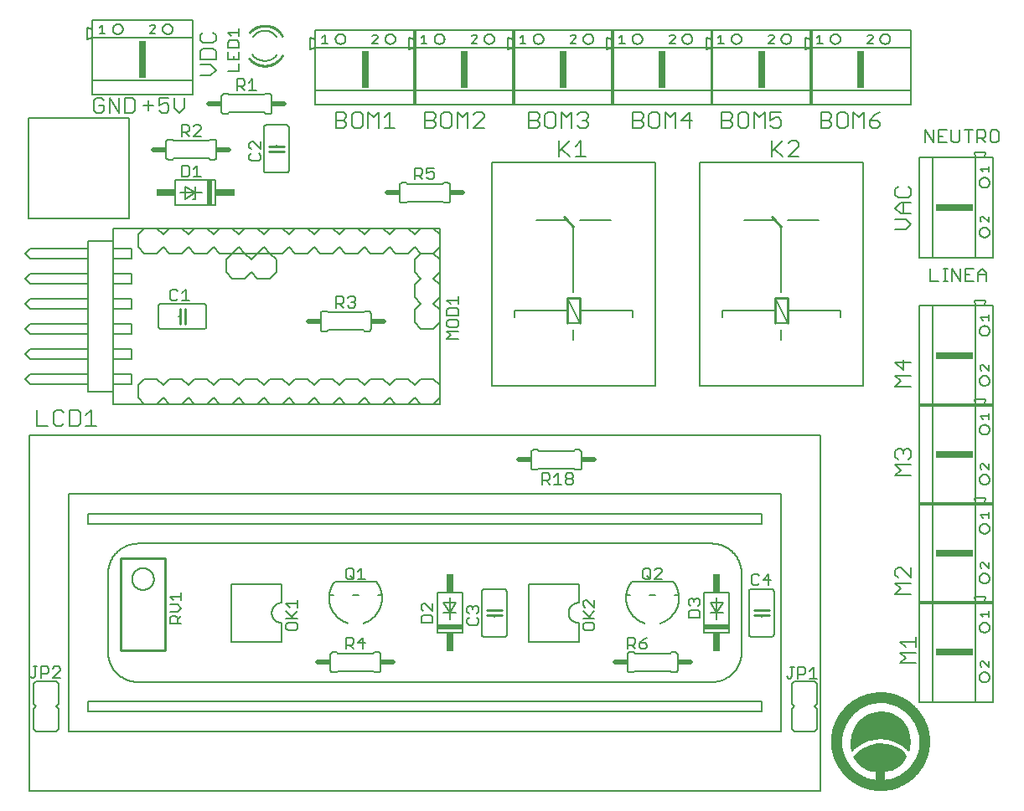
<source format=gbr>
G75*
%MOIN*%
%OFA0B0*%
%FSLAX25Y25*%
%IPPOS*%
%LPD*%
%AMOC8*
5,1,8,0,0,1.08239X$1,22.5*
%
%ADD10C,0.00700*%
%ADD11C,0.00600*%
%ADD12C,0.00500*%
%ADD13R,0.03000X0.15000*%
%ADD14C,0.01000*%
%ADD15R,0.02000X0.10000*%
%ADD16R,0.07500X0.03000*%
%ADD17C,0.00787*%
%ADD18R,0.15000X0.03000*%
%ADD19C,0.02000*%
%ADD20R,0.01500X0.02000*%
%ADD21C,0.00197*%
%ADD22R,0.10000X0.02000*%
%ADD23R,0.03000X0.07500*%
D10*
X0037551Y0159361D02*
X0041755Y0159361D01*
X0043997Y0160412D02*
X0043997Y0164616D01*
X0045048Y0165666D01*
X0047150Y0165666D01*
X0048201Y0164616D01*
X0050442Y0165666D02*
X0053595Y0165666D01*
X0054646Y0164616D01*
X0054646Y0160412D01*
X0053595Y0159361D01*
X0050442Y0159361D01*
X0050442Y0165666D01*
X0048201Y0160412D02*
X0047150Y0159361D01*
X0045048Y0159361D01*
X0043997Y0160412D01*
X0037551Y0159361D02*
X0037551Y0165666D01*
X0056888Y0163565D02*
X0058990Y0165666D01*
X0058990Y0159361D01*
X0056888Y0159361D02*
X0061092Y0159361D01*
X0156331Y0277924D02*
X0159484Y0277924D01*
X0160535Y0278975D01*
X0160535Y0280026D01*
X0159484Y0281077D01*
X0156331Y0281077D01*
X0156331Y0284229D02*
X0156331Y0277924D01*
X0159484Y0281077D02*
X0160535Y0282128D01*
X0160535Y0283179D01*
X0159484Y0284229D01*
X0156331Y0284229D01*
X0162776Y0283179D02*
X0162776Y0278975D01*
X0163827Y0277924D01*
X0165929Y0277924D01*
X0166980Y0278975D01*
X0166980Y0283179D01*
X0165929Y0284229D01*
X0163827Y0284229D01*
X0162776Y0283179D01*
X0169222Y0284229D02*
X0171324Y0282128D01*
X0173426Y0284229D01*
X0173426Y0277924D01*
X0175667Y0277924D02*
X0179871Y0277924D01*
X0177769Y0277924D02*
X0177769Y0284229D01*
X0175667Y0282128D01*
X0169222Y0284229D02*
X0169222Y0277924D01*
X0191764Y0277924D02*
X0194917Y0277924D01*
X0195968Y0278975D01*
X0195968Y0280026D01*
X0194917Y0281077D01*
X0191764Y0281077D01*
X0191764Y0284229D02*
X0191764Y0277924D01*
X0194917Y0281077D02*
X0195968Y0282128D01*
X0195968Y0283179D01*
X0194917Y0284229D01*
X0191764Y0284229D01*
X0198210Y0283179D02*
X0198210Y0278975D01*
X0199260Y0277924D01*
X0201362Y0277924D01*
X0202413Y0278975D01*
X0202413Y0283179D01*
X0201362Y0284229D01*
X0199260Y0284229D01*
X0198210Y0283179D01*
X0204655Y0284229D02*
X0204655Y0277924D01*
X0208859Y0277924D02*
X0208859Y0284229D01*
X0206757Y0282128D01*
X0204655Y0284229D01*
X0211101Y0283179D02*
X0212151Y0284229D01*
X0214253Y0284229D01*
X0215304Y0283179D01*
X0215304Y0282128D01*
X0211101Y0277924D01*
X0215304Y0277924D01*
X0233103Y0277924D02*
X0236255Y0277924D01*
X0237306Y0278975D01*
X0237306Y0280026D01*
X0236255Y0281077D01*
X0233103Y0281077D01*
X0236255Y0281077D02*
X0237306Y0282128D01*
X0237306Y0283179D01*
X0236255Y0284229D01*
X0233103Y0284229D01*
X0233103Y0277924D01*
X0239548Y0278975D02*
X0239548Y0283179D01*
X0240599Y0284229D01*
X0242701Y0284229D01*
X0243752Y0283179D01*
X0243752Y0278975D01*
X0242701Y0277924D01*
X0240599Y0277924D01*
X0239548Y0278975D01*
X0245994Y0277924D02*
X0245994Y0284229D01*
X0248095Y0282128D01*
X0250197Y0284229D01*
X0250197Y0277924D01*
X0252439Y0278975D02*
X0253490Y0277924D01*
X0255592Y0277924D01*
X0256643Y0278975D01*
X0256643Y0280026D01*
X0255592Y0281077D01*
X0254541Y0281077D01*
X0255592Y0281077D02*
X0256643Y0282128D01*
X0256643Y0283179D01*
X0255592Y0284229D01*
X0253490Y0284229D01*
X0252439Y0283179D01*
X0253700Y0272828D02*
X0253700Y0266522D01*
X0251598Y0266522D02*
X0255802Y0266522D01*
X0251598Y0270726D02*
X0253700Y0272828D01*
X0249356Y0272828D02*
X0245153Y0268624D01*
X0246203Y0269675D02*
X0249356Y0266522D01*
X0245153Y0266522D02*
X0245153Y0272828D01*
X0274441Y0277924D02*
X0277594Y0277924D01*
X0278645Y0278975D01*
X0278645Y0280026D01*
X0277594Y0281077D01*
X0274441Y0281077D01*
X0274441Y0284229D02*
X0274441Y0277924D01*
X0277594Y0281077D02*
X0278645Y0282128D01*
X0278645Y0283179D01*
X0277594Y0284229D01*
X0274441Y0284229D01*
X0280887Y0283179D02*
X0280887Y0278975D01*
X0281938Y0277924D01*
X0284039Y0277924D01*
X0285090Y0278975D01*
X0285090Y0283179D01*
X0284039Y0284229D01*
X0281938Y0284229D01*
X0280887Y0283179D01*
X0287332Y0284229D02*
X0287332Y0277924D01*
X0291536Y0277924D02*
X0291536Y0284229D01*
X0289434Y0282128D01*
X0287332Y0284229D01*
X0293778Y0281077D02*
X0297981Y0281077D01*
X0296930Y0284229D02*
X0296930Y0277924D01*
X0293778Y0281077D02*
X0296930Y0284229D01*
X0309874Y0284229D02*
X0309874Y0277924D01*
X0313027Y0277924D01*
X0314078Y0278975D01*
X0314078Y0280026D01*
X0313027Y0281077D01*
X0309874Y0281077D01*
X0309874Y0284229D02*
X0313027Y0284229D01*
X0314078Y0283179D01*
X0314078Y0282128D01*
X0313027Y0281077D01*
X0316320Y0283179D02*
X0316320Y0278975D01*
X0317371Y0277924D01*
X0319472Y0277924D01*
X0320523Y0278975D01*
X0320523Y0283179D01*
X0319472Y0284229D01*
X0317371Y0284229D01*
X0316320Y0283179D01*
X0322765Y0284229D02*
X0322765Y0277924D01*
X0326969Y0277924D02*
X0326969Y0284229D01*
X0324867Y0282128D01*
X0322765Y0284229D01*
X0329211Y0284229D02*
X0329211Y0281077D01*
X0331313Y0282128D01*
X0332363Y0282128D01*
X0333414Y0281077D01*
X0333414Y0278975D01*
X0332363Y0277924D01*
X0330262Y0277924D01*
X0329211Y0278975D01*
X0329798Y0272828D02*
X0329798Y0266522D01*
X0329798Y0268624D02*
X0334002Y0272828D01*
X0336244Y0271777D02*
X0337295Y0272828D01*
X0339396Y0272828D01*
X0340447Y0271777D01*
X0340447Y0270726D01*
X0336244Y0266522D01*
X0340447Y0266522D01*
X0334002Y0266522D02*
X0330849Y0269675D01*
X0329211Y0284229D02*
X0333414Y0284229D01*
X0349244Y0284229D02*
X0349244Y0277924D01*
X0352397Y0277924D01*
X0353448Y0278975D01*
X0353448Y0280026D01*
X0352397Y0281077D01*
X0349244Y0281077D01*
X0349244Y0284229D02*
X0352397Y0284229D01*
X0353448Y0283179D01*
X0353448Y0282128D01*
X0352397Y0281077D01*
X0355690Y0283179D02*
X0355690Y0278975D01*
X0356741Y0277924D01*
X0358843Y0277924D01*
X0359893Y0278975D01*
X0359893Y0283179D01*
X0358843Y0284229D01*
X0356741Y0284229D01*
X0355690Y0283179D01*
X0362135Y0284229D02*
X0362135Y0277924D01*
X0366339Y0277924D02*
X0366339Y0284229D01*
X0364237Y0282128D01*
X0362135Y0284229D01*
X0368581Y0281077D02*
X0371734Y0281077D01*
X0372784Y0280026D01*
X0372784Y0278975D01*
X0371734Y0277924D01*
X0369632Y0277924D01*
X0368581Y0278975D01*
X0368581Y0281077D01*
X0370683Y0283179D01*
X0372784Y0284229D01*
X0379916Y0254560D02*
X0378865Y0253509D01*
X0378865Y0251407D01*
X0379916Y0250356D01*
X0384119Y0250356D01*
X0385170Y0251407D01*
X0385170Y0253509D01*
X0384119Y0254560D01*
X0385170Y0248115D02*
X0380967Y0248115D01*
X0378865Y0246013D01*
X0380967Y0243911D01*
X0385170Y0243911D01*
X0383069Y0241669D02*
X0378865Y0241669D01*
X0382018Y0243911D02*
X0382018Y0248115D01*
X0383069Y0241669D02*
X0385170Y0239567D01*
X0383069Y0237465D01*
X0378865Y0237465D01*
X0382018Y0185662D02*
X0382018Y0181459D01*
X0378865Y0184612D01*
X0385170Y0184612D01*
X0385170Y0179217D02*
X0378865Y0179217D01*
X0380967Y0177115D01*
X0378865Y0175013D01*
X0385170Y0175013D01*
X0384119Y0150229D02*
X0385170Y0149178D01*
X0385170Y0147077D01*
X0384119Y0146026D01*
X0385170Y0143784D02*
X0378865Y0143784D01*
X0380967Y0141682D01*
X0378865Y0139580D01*
X0385170Y0139580D01*
X0379916Y0146026D02*
X0378865Y0147077D01*
X0378865Y0149178D01*
X0379916Y0150229D01*
X0380967Y0150229D01*
X0382018Y0149178D01*
X0383069Y0150229D01*
X0384119Y0150229D01*
X0382018Y0149178D02*
X0382018Y0148128D01*
X0380967Y0102985D02*
X0379916Y0102985D01*
X0378865Y0101934D01*
X0378865Y0099833D01*
X0379916Y0098782D01*
X0378865Y0096540D02*
X0385170Y0096540D01*
X0385170Y0098782D02*
X0380967Y0102985D01*
X0385170Y0102985D02*
X0385170Y0098782D01*
X0380967Y0094438D02*
X0378865Y0096540D01*
X0380967Y0094438D02*
X0378865Y0092336D01*
X0385170Y0092336D01*
X0387139Y0075426D02*
X0387139Y0071223D01*
X0387139Y0073324D02*
X0380833Y0073324D01*
X0382935Y0071223D01*
X0380833Y0068981D02*
X0387139Y0068981D01*
X0387139Y0064777D02*
X0380833Y0064777D01*
X0382935Y0066879D01*
X0380833Y0068981D01*
X0108564Y0301069D02*
X0106462Y0298967D01*
X0102259Y0298967D01*
X0102259Y0303171D02*
X0106462Y0303171D01*
X0108564Y0301069D01*
X0108564Y0305413D02*
X0108564Y0308566D01*
X0107513Y0309616D01*
X0103310Y0309616D01*
X0102259Y0308566D01*
X0102259Y0305413D01*
X0108564Y0305413D01*
X0107513Y0311858D02*
X0103310Y0311858D01*
X0102259Y0312909D01*
X0102259Y0315011D01*
X0103310Y0316062D01*
X0107513Y0316062D02*
X0108564Y0315011D01*
X0108564Y0312909D01*
X0107513Y0311858D01*
X0095965Y0289951D02*
X0095965Y0286014D01*
X0093997Y0284046D01*
X0092029Y0286014D01*
X0092029Y0289951D01*
X0089888Y0289951D02*
X0085951Y0289951D01*
X0085951Y0286999D01*
X0087920Y0287983D01*
X0088904Y0287983D01*
X0089888Y0286999D01*
X0089888Y0285030D01*
X0088904Y0284046D01*
X0086936Y0284046D01*
X0085951Y0285030D01*
X0083811Y0286999D02*
X0079874Y0286999D01*
X0081843Y0288967D02*
X0081843Y0285030D01*
X0076280Y0285030D02*
X0076280Y0288967D01*
X0075296Y0289951D01*
X0072344Y0289951D01*
X0072344Y0284046D01*
X0075296Y0284046D01*
X0076280Y0285030D01*
X0070203Y0284046D02*
X0070203Y0289951D01*
X0066266Y0289951D02*
X0070203Y0284046D01*
X0066266Y0284046D02*
X0066266Y0289951D01*
X0064126Y0288967D02*
X0063142Y0289951D01*
X0061173Y0289951D01*
X0060189Y0288967D01*
X0060189Y0285030D01*
X0061173Y0284046D01*
X0063142Y0284046D01*
X0064126Y0285030D01*
X0064126Y0286999D01*
X0062158Y0286999D01*
D11*
X0059524Y0291350D02*
X0099524Y0291350D01*
X0099524Y0296850D01*
X0059524Y0296850D01*
X0059524Y0313850D01*
X0099524Y0313850D01*
X0099524Y0296850D01*
X0110863Y0290633D02*
X0110863Y0284633D01*
X0110865Y0284573D01*
X0110870Y0284512D01*
X0110879Y0284453D01*
X0110892Y0284394D01*
X0110908Y0284335D01*
X0110928Y0284278D01*
X0110951Y0284223D01*
X0110978Y0284168D01*
X0111007Y0284116D01*
X0111040Y0284065D01*
X0111076Y0284016D01*
X0111114Y0283970D01*
X0111156Y0283926D01*
X0111200Y0283884D01*
X0111246Y0283846D01*
X0111295Y0283810D01*
X0111346Y0283777D01*
X0111398Y0283748D01*
X0111453Y0283721D01*
X0111508Y0283698D01*
X0111565Y0283678D01*
X0111624Y0283662D01*
X0111683Y0283649D01*
X0111742Y0283640D01*
X0111803Y0283635D01*
X0111863Y0283633D01*
X0113363Y0283633D01*
X0113863Y0284133D01*
X0127863Y0284133D01*
X0128363Y0283633D01*
X0129863Y0283633D01*
X0129923Y0283635D01*
X0129984Y0283640D01*
X0130043Y0283649D01*
X0130102Y0283662D01*
X0130161Y0283678D01*
X0130218Y0283698D01*
X0130273Y0283721D01*
X0130328Y0283748D01*
X0130380Y0283777D01*
X0130431Y0283810D01*
X0130480Y0283846D01*
X0130526Y0283884D01*
X0130570Y0283926D01*
X0130612Y0283970D01*
X0130650Y0284016D01*
X0130686Y0284065D01*
X0130719Y0284116D01*
X0130748Y0284168D01*
X0130775Y0284223D01*
X0130798Y0284278D01*
X0130818Y0284335D01*
X0130834Y0284394D01*
X0130847Y0284453D01*
X0130856Y0284512D01*
X0130861Y0284573D01*
X0130863Y0284633D01*
X0130863Y0290633D01*
X0130861Y0290693D01*
X0130856Y0290754D01*
X0130847Y0290813D01*
X0130834Y0290872D01*
X0130818Y0290931D01*
X0130798Y0290988D01*
X0130775Y0291043D01*
X0130748Y0291098D01*
X0130719Y0291150D01*
X0130686Y0291201D01*
X0130650Y0291250D01*
X0130612Y0291296D01*
X0130570Y0291340D01*
X0130526Y0291382D01*
X0130480Y0291420D01*
X0130431Y0291456D01*
X0130380Y0291489D01*
X0130328Y0291518D01*
X0130273Y0291545D01*
X0130218Y0291568D01*
X0130161Y0291588D01*
X0130102Y0291604D01*
X0130043Y0291617D01*
X0129984Y0291626D01*
X0129923Y0291631D01*
X0129863Y0291633D01*
X0128363Y0291633D01*
X0127863Y0291133D01*
X0113863Y0291133D01*
X0113363Y0291633D01*
X0111863Y0291633D01*
X0111803Y0291631D01*
X0111742Y0291626D01*
X0111683Y0291617D01*
X0111624Y0291604D01*
X0111565Y0291588D01*
X0111508Y0291568D01*
X0111453Y0291545D01*
X0111398Y0291518D01*
X0111346Y0291489D01*
X0111295Y0291456D01*
X0111246Y0291420D01*
X0111200Y0291382D01*
X0111156Y0291340D01*
X0111114Y0291296D01*
X0111076Y0291250D01*
X0111040Y0291201D01*
X0111007Y0291150D01*
X0110978Y0291098D01*
X0110951Y0291043D01*
X0110928Y0290988D01*
X0110908Y0290931D01*
X0110892Y0290872D01*
X0110879Y0290813D01*
X0110870Y0290754D01*
X0110865Y0290693D01*
X0110863Y0290633D01*
X0127595Y0278141D02*
X0127595Y0261141D01*
X0127597Y0261081D01*
X0127602Y0261020D01*
X0127611Y0260961D01*
X0127624Y0260902D01*
X0127640Y0260843D01*
X0127660Y0260786D01*
X0127683Y0260731D01*
X0127710Y0260676D01*
X0127739Y0260624D01*
X0127772Y0260573D01*
X0127808Y0260524D01*
X0127846Y0260478D01*
X0127888Y0260434D01*
X0127932Y0260392D01*
X0127978Y0260354D01*
X0128027Y0260318D01*
X0128078Y0260285D01*
X0128130Y0260256D01*
X0128185Y0260229D01*
X0128240Y0260206D01*
X0128297Y0260186D01*
X0128356Y0260170D01*
X0128415Y0260157D01*
X0128474Y0260148D01*
X0128535Y0260143D01*
X0128595Y0260141D01*
X0136595Y0260141D01*
X0136655Y0260143D01*
X0136716Y0260148D01*
X0136775Y0260157D01*
X0136834Y0260170D01*
X0136893Y0260186D01*
X0136950Y0260206D01*
X0137005Y0260229D01*
X0137060Y0260256D01*
X0137112Y0260285D01*
X0137163Y0260318D01*
X0137212Y0260354D01*
X0137258Y0260392D01*
X0137302Y0260434D01*
X0137344Y0260478D01*
X0137382Y0260524D01*
X0137418Y0260573D01*
X0137451Y0260624D01*
X0137480Y0260676D01*
X0137507Y0260731D01*
X0137530Y0260786D01*
X0137550Y0260843D01*
X0137566Y0260902D01*
X0137579Y0260961D01*
X0137588Y0261020D01*
X0137593Y0261081D01*
X0137595Y0261141D01*
X0137595Y0278141D01*
X0137593Y0278201D01*
X0137588Y0278262D01*
X0137579Y0278321D01*
X0137566Y0278380D01*
X0137550Y0278439D01*
X0137530Y0278496D01*
X0137507Y0278551D01*
X0137480Y0278606D01*
X0137451Y0278658D01*
X0137418Y0278709D01*
X0137382Y0278758D01*
X0137344Y0278804D01*
X0137302Y0278848D01*
X0137258Y0278890D01*
X0137212Y0278928D01*
X0137163Y0278964D01*
X0137112Y0278997D01*
X0137060Y0279026D01*
X0137005Y0279053D01*
X0136950Y0279076D01*
X0136893Y0279096D01*
X0136834Y0279112D01*
X0136775Y0279125D01*
X0136716Y0279134D01*
X0136655Y0279139D01*
X0136595Y0279141D01*
X0128595Y0279141D01*
X0128535Y0279139D01*
X0128474Y0279134D01*
X0128415Y0279125D01*
X0128356Y0279112D01*
X0128297Y0279096D01*
X0128240Y0279076D01*
X0128185Y0279053D01*
X0128130Y0279026D01*
X0128078Y0278997D01*
X0128027Y0278964D01*
X0127978Y0278928D01*
X0127932Y0278890D01*
X0127888Y0278848D01*
X0127846Y0278804D01*
X0127808Y0278758D01*
X0127772Y0278709D01*
X0127739Y0278658D01*
X0127710Y0278606D01*
X0127683Y0278551D01*
X0127660Y0278496D01*
X0127640Y0278439D01*
X0127624Y0278380D01*
X0127611Y0278321D01*
X0127602Y0278262D01*
X0127597Y0278201D01*
X0127595Y0278141D01*
X0132595Y0271141D02*
X0132595Y0270641D01*
X0132595Y0268641D02*
X0132595Y0268141D01*
X0108816Y0266405D02*
X0108816Y0272405D01*
X0108814Y0272465D01*
X0108809Y0272526D01*
X0108800Y0272585D01*
X0108787Y0272644D01*
X0108771Y0272703D01*
X0108751Y0272760D01*
X0108728Y0272815D01*
X0108701Y0272870D01*
X0108672Y0272922D01*
X0108639Y0272973D01*
X0108603Y0273022D01*
X0108565Y0273068D01*
X0108523Y0273112D01*
X0108479Y0273154D01*
X0108433Y0273192D01*
X0108384Y0273228D01*
X0108333Y0273261D01*
X0108281Y0273290D01*
X0108226Y0273317D01*
X0108171Y0273340D01*
X0108114Y0273360D01*
X0108055Y0273376D01*
X0107996Y0273389D01*
X0107937Y0273398D01*
X0107876Y0273403D01*
X0107816Y0273405D01*
X0106316Y0273405D01*
X0105816Y0272905D01*
X0091816Y0272905D01*
X0091316Y0273405D01*
X0089816Y0273405D01*
X0089756Y0273403D01*
X0089695Y0273398D01*
X0089636Y0273389D01*
X0089577Y0273376D01*
X0089518Y0273360D01*
X0089461Y0273340D01*
X0089406Y0273317D01*
X0089351Y0273290D01*
X0089299Y0273261D01*
X0089248Y0273228D01*
X0089199Y0273192D01*
X0089153Y0273154D01*
X0089109Y0273112D01*
X0089067Y0273068D01*
X0089029Y0273022D01*
X0088993Y0272973D01*
X0088960Y0272922D01*
X0088931Y0272870D01*
X0088904Y0272815D01*
X0088881Y0272760D01*
X0088861Y0272703D01*
X0088845Y0272644D01*
X0088832Y0272585D01*
X0088823Y0272526D01*
X0088818Y0272465D01*
X0088816Y0272405D01*
X0088816Y0266405D01*
X0088818Y0266345D01*
X0088823Y0266284D01*
X0088832Y0266225D01*
X0088845Y0266166D01*
X0088861Y0266107D01*
X0088881Y0266050D01*
X0088904Y0265995D01*
X0088931Y0265940D01*
X0088960Y0265888D01*
X0088993Y0265837D01*
X0089029Y0265788D01*
X0089067Y0265742D01*
X0089109Y0265698D01*
X0089153Y0265656D01*
X0089199Y0265618D01*
X0089248Y0265582D01*
X0089299Y0265549D01*
X0089351Y0265520D01*
X0089406Y0265493D01*
X0089461Y0265470D01*
X0089518Y0265450D01*
X0089577Y0265434D01*
X0089636Y0265421D01*
X0089695Y0265412D01*
X0089756Y0265407D01*
X0089816Y0265405D01*
X0091316Y0265405D01*
X0091816Y0265905D01*
X0105816Y0265905D01*
X0106316Y0265405D01*
X0107816Y0265405D01*
X0107876Y0265407D01*
X0107937Y0265412D01*
X0107996Y0265421D01*
X0108055Y0265434D01*
X0108114Y0265450D01*
X0108171Y0265470D01*
X0108226Y0265493D01*
X0108281Y0265520D01*
X0108333Y0265549D01*
X0108384Y0265582D01*
X0108433Y0265618D01*
X0108479Y0265656D01*
X0108523Y0265698D01*
X0108565Y0265742D01*
X0108603Y0265788D01*
X0108639Y0265837D01*
X0108672Y0265888D01*
X0108701Y0265940D01*
X0108728Y0265995D01*
X0108751Y0266050D01*
X0108771Y0266107D01*
X0108787Y0266166D01*
X0108800Y0266225D01*
X0108809Y0266284D01*
X0108814Y0266345D01*
X0108816Y0266405D01*
X0108509Y0257121D02*
X0108509Y0247121D01*
X0092509Y0247121D01*
X0092509Y0257121D01*
X0108509Y0257121D01*
X0103009Y0252121D02*
X0100509Y0252121D01*
X0100509Y0249621D01*
X0099509Y0249621D01*
X0100509Y0252121D02*
X0096509Y0249621D01*
X0096509Y0254621D01*
X0100509Y0252121D01*
X0100509Y0254621D01*
X0100509Y0252121D02*
X0094509Y0252121D01*
X0059524Y0291350D02*
X0059524Y0296850D01*
X0057524Y0313350D02*
X0059524Y0313850D01*
X0059524Y0317350D01*
X0059524Y0320850D01*
X0099524Y0320850D01*
X0099524Y0313850D01*
X0087424Y0317350D02*
X0087426Y0317439D01*
X0087432Y0317528D01*
X0087442Y0317617D01*
X0087456Y0317705D01*
X0087473Y0317792D01*
X0087495Y0317878D01*
X0087521Y0317964D01*
X0087550Y0318048D01*
X0087583Y0318131D01*
X0087619Y0318212D01*
X0087660Y0318292D01*
X0087703Y0318369D01*
X0087750Y0318445D01*
X0087801Y0318518D01*
X0087854Y0318589D01*
X0087911Y0318658D01*
X0087971Y0318724D01*
X0088034Y0318788D01*
X0088099Y0318848D01*
X0088167Y0318906D01*
X0088238Y0318960D01*
X0088311Y0319011D01*
X0088386Y0319059D01*
X0088463Y0319104D01*
X0088542Y0319145D01*
X0088623Y0319182D01*
X0088705Y0319216D01*
X0088789Y0319247D01*
X0088874Y0319273D01*
X0088960Y0319296D01*
X0089047Y0319314D01*
X0089135Y0319329D01*
X0089224Y0319340D01*
X0089313Y0319347D01*
X0089402Y0319350D01*
X0089491Y0319349D01*
X0089580Y0319344D01*
X0089668Y0319335D01*
X0089757Y0319322D01*
X0089844Y0319305D01*
X0089931Y0319285D01*
X0090017Y0319260D01*
X0090101Y0319232D01*
X0090184Y0319200D01*
X0090266Y0319164D01*
X0090346Y0319125D01*
X0090424Y0319082D01*
X0090500Y0319036D01*
X0090574Y0318986D01*
X0090646Y0318933D01*
X0090715Y0318877D01*
X0090782Y0318818D01*
X0090846Y0318756D01*
X0090907Y0318692D01*
X0090966Y0318624D01*
X0091021Y0318554D01*
X0091073Y0318482D01*
X0091122Y0318407D01*
X0091167Y0318331D01*
X0091209Y0318252D01*
X0091247Y0318172D01*
X0091282Y0318090D01*
X0091313Y0318006D01*
X0091341Y0317921D01*
X0091364Y0317835D01*
X0091384Y0317748D01*
X0091400Y0317661D01*
X0091412Y0317572D01*
X0091420Y0317484D01*
X0091424Y0317395D01*
X0091424Y0317305D01*
X0091420Y0317216D01*
X0091412Y0317128D01*
X0091400Y0317039D01*
X0091384Y0316952D01*
X0091364Y0316865D01*
X0091341Y0316779D01*
X0091313Y0316694D01*
X0091282Y0316610D01*
X0091247Y0316528D01*
X0091209Y0316448D01*
X0091167Y0316369D01*
X0091122Y0316293D01*
X0091073Y0316218D01*
X0091021Y0316146D01*
X0090966Y0316076D01*
X0090907Y0316008D01*
X0090846Y0315944D01*
X0090782Y0315882D01*
X0090715Y0315823D01*
X0090646Y0315767D01*
X0090574Y0315714D01*
X0090500Y0315664D01*
X0090424Y0315618D01*
X0090346Y0315575D01*
X0090266Y0315536D01*
X0090184Y0315500D01*
X0090101Y0315468D01*
X0090017Y0315440D01*
X0089931Y0315415D01*
X0089844Y0315395D01*
X0089757Y0315378D01*
X0089668Y0315365D01*
X0089580Y0315356D01*
X0089491Y0315351D01*
X0089402Y0315350D01*
X0089313Y0315353D01*
X0089224Y0315360D01*
X0089135Y0315371D01*
X0089047Y0315386D01*
X0088960Y0315404D01*
X0088874Y0315427D01*
X0088789Y0315453D01*
X0088705Y0315484D01*
X0088623Y0315518D01*
X0088542Y0315555D01*
X0088463Y0315596D01*
X0088386Y0315641D01*
X0088311Y0315689D01*
X0088238Y0315740D01*
X0088167Y0315794D01*
X0088099Y0315852D01*
X0088034Y0315912D01*
X0087971Y0315976D01*
X0087911Y0316042D01*
X0087854Y0316111D01*
X0087801Y0316182D01*
X0087750Y0316255D01*
X0087703Y0316331D01*
X0087660Y0316408D01*
X0087619Y0316488D01*
X0087583Y0316569D01*
X0087550Y0316652D01*
X0087521Y0316736D01*
X0087495Y0316822D01*
X0087473Y0316908D01*
X0087456Y0316995D01*
X0087442Y0317083D01*
X0087432Y0317172D01*
X0087426Y0317261D01*
X0087424Y0317350D01*
X0067624Y0317350D02*
X0067626Y0317439D01*
X0067632Y0317528D01*
X0067642Y0317617D01*
X0067656Y0317705D01*
X0067673Y0317792D01*
X0067695Y0317878D01*
X0067721Y0317964D01*
X0067750Y0318048D01*
X0067783Y0318131D01*
X0067819Y0318212D01*
X0067860Y0318292D01*
X0067903Y0318369D01*
X0067950Y0318445D01*
X0068001Y0318518D01*
X0068054Y0318589D01*
X0068111Y0318658D01*
X0068171Y0318724D01*
X0068234Y0318788D01*
X0068299Y0318848D01*
X0068367Y0318906D01*
X0068438Y0318960D01*
X0068511Y0319011D01*
X0068586Y0319059D01*
X0068663Y0319104D01*
X0068742Y0319145D01*
X0068823Y0319182D01*
X0068905Y0319216D01*
X0068989Y0319247D01*
X0069074Y0319273D01*
X0069160Y0319296D01*
X0069247Y0319314D01*
X0069335Y0319329D01*
X0069424Y0319340D01*
X0069513Y0319347D01*
X0069602Y0319350D01*
X0069691Y0319349D01*
X0069780Y0319344D01*
X0069868Y0319335D01*
X0069957Y0319322D01*
X0070044Y0319305D01*
X0070131Y0319285D01*
X0070217Y0319260D01*
X0070301Y0319232D01*
X0070384Y0319200D01*
X0070466Y0319164D01*
X0070546Y0319125D01*
X0070624Y0319082D01*
X0070700Y0319036D01*
X0070774Y0318986D01*
X0070846Y0318933D01*
X0070915Y0318877D01*
X0070982Y0318818D01*
X0071046Y0318756D01*
X0071107Y0318692D01*
X0071166Y0318624D01*
X0071221Y0318554D01*
X0071273Y0318482D01*
X0071322Y0318407D01*
X0071367Y0318331D01*
X0071409Y0318252D01*
X0071447Y0318172D01*
X0071482Y0318090D01*
X0071513Y0318006D01*
X0071541Y0317921D01*
X0071564Y0317835D01*
X0071584Y0317748D01*
X0071600Y0317661D01*
X0071612Y0317572D01*
X0071620Y0317484D01*
X0071624Y0317395D01*
X0071624Y0317305D01*
X0071620Y0317216D01*
X0071612Y0317128D01*
X0071600Y0317039D01*
X0071584Y0316952D01*
X0071564Y0316865D01*
X0071541Y0316779D01*
X0071513Y0316694D01*
X0071482Y0316610D01*
X0071447Y0316528D01*
X0071409Y0316448D01*
X0071367Y0316369D01*
X0071322Y0316293D01*
X0071273Y0316218D01*
X0071221Y0316146D01*
X0071166Y0316076D01*
X0071107Y0316008D01*
X0071046Y0315944D01*
X0070982Y0315882D01*
X0070915Y0315823D01*
X0070846Y0315767D01*
X0070774Y0315714D01*
X0070700Y0315664D01*
X0070624Y0315618D01*
X0070546Y0315575D01*
X0070466Y0315536D01*
X0070384Y0315500D01*
X0070301Y0315468D01*
X0070217Y0315440D01*
X0070131Y0315415D01*
X0070044Y0315395D01*
X0069957Y0315378D01*
X0069868Y0315365D01*
X0069780Y0315356D01*
X0069691Y0315351D01*
X0069602Y0315350D01*
X0069513Y0315353D01*
X0069424Y0315360D01*
X0069335Y0315371D01*
X0069247Y0315386D01*
X0069160Y0315404D01*
X0069074Y0315427D01*
X0068989Y0315453D01*
X0068905Y0315484D01*
X0068823Y0315518D01*
X0068742Y0315555D01*
X0068663Y0315596D01*
X0068586Y0315641D01*
X0068511Y0315689D01*
X0068438Y0315740D01*
X0068367Y0315794D01*
X0068299Y0315852D01*
X0068234Y0315912D01*
X0068171Y0315976D01*
X0068111Y0316042D01*
X0068054Y0316111D01*
X0068001Y0316182D01*
X0067950Y0316255D01*
X0067903Y0316331D01*
X0067860Y0316408D01*
X0067819Y0316488D01*
X0067783Y0316569D01*
X0067750Y0316652D01*
X0067721Y0316736D01*
X0067695Y0316822D01*
X0067673Y0316908D01*
X0067656Y0316995D01*
X0067642Y0317083D01*
X0067632Y0317172D01*
X0067626Y0317261D01*
X0067624Y0317350D01*
X0059524Y0317350D02*
X0057524Y0317850D01*
X0057524Y0313350D01*
X0128028Y0316704D02*
X0128180Y0316702D01*
X0128331Y0316696D01*
X0128482Y0316687D01*
X0128634Y0316673D01*
X0128784Y0316656D01*
X0128934Y0316635D01*
X0129084Y0316610D01*
X0129233Y0316582D01*
X0129381Y0316549D01*
X0129528Y0316513D01*
X0129675Y0316474D01*
X0129820Y0316430D01*
X0129964Y0316383D01*
X0130107Y0316332D01*
X0130248Y0316278D01*
X0130389Y0316220D01*
X0130527Y0316159D01*
X0130664Y0316094D01*
X0130800Y0316025D01*
X0130933Y0315954D01*
X0131065Y0315879D01*
X0131195Y0315800D01*
X0131322Y0315719D01*
X0131448Y0315634D01*
X0131572Y0315546D01*
X0131693Y0315455D01*
X0131812Y0315361D01*
X0131928Y0315263D01*
X0132042Y0315163D01*
X0132154Y0315061D01*
X0132262Y0314955D01*
X0132368Y0314847D01*
X0132472Y0314736D01*
X0132572Y0314622D01*
X0132670Y0314506D01*
X0132764Y0314387D01*
X0128028Y0304704D02*
X0127874Y0304706D01*
X0127720Y0304712D01*
X0127566Y0304722D01*
X0127412Y0304736D01*
X0127259Y0304753D01*
X0127107Y0304775D01*
X0126955Y0304801D01*
X0126803Y0304830D01*
X0126653Y0304864D01*
X0126503Y0304901D01*
X0126355Y0304942D01*
X0126207Y0304987D01*
X0126061Y0305036D01*
X0125916Y0305088D01*
X0125773Y0305144D01*
X0125630Y0305204D01*
X0125490Y0305267D01*
X0125351Y0305334D01*
X0125214Y0305405D01*
X0125079Y0305479D01*
X0124946Y0305556D01*
X0124814Y0305637D01*
X0124685Y0305721D01*
X0124558Y0305809D01*
X0124434Y0305900D01*
X0124312Y0305993D01*
X0124192Y0306091D01*
X0124075Y0306191D01*
X0123960Y0306294D01*
X0123848Y0306400D01*
X0123739Y0306508D01*
X0123633Y0306620D01*
X0123529Y0306734D01*
X0123429Y0306851D01*
X0123331Y0306970D01*
X0123237Y0307092D01*
X0123146Y0307217D01*
X0128028Y0304704D02*
X0128178Y0304706D01*
X0128329Y0304712D01*
X0128479Y0304721D01*
X0128628Y0304734D01*
X0128778Y0304751D01*
X0128927Y0304772D01*
X0129075Y0304796D01*
X0129223Y0304824D01*
X0129370Y0304856D01*
X0129516Y0304891D01*
X0129661Y0304931D01*
X0129805Y0304973D01*
X0129948Y0305020D01*
X0130090Y0305070D01*
X0130231Y0305123D01*
X0130370Y0305180D01*
X0130508Y0305240D01*
X0130644Y0305304D01*
X0130778Y0305371D01*
X0130911Y0305442D01*
X0131042Y0305516D01*
X0131171Y0305593D01*
X0131298Y0305674D01*
X0131423Y0305757D01*
X0131546Y0305844D01*
X0131667Y0305933D01*
X0131785Y0306026D01*
X0131901Y0306122D01*
X0132015Y0306220D01*
X0132126Y0306321D01*
X0132235Y0306426D01*
X0132340Y0306532D01*
X0132444Y0306642D01*
X0132544Y0306754D01*
X0132642Y0306868D01*
X0132736Y0306985D01*
X0132828Y0307104D01*
X0128028Y0316704D02*
X0127876Y0316702D01*
X0127725Y0316696D01*
X0127574Y0316687D01*
X0127422Y0316673D01*
X0127272Y0316656D01*
X0127122Y0316635D01*
X0126972Y0316610D01*
X0126823Y0316582D01*
X0126675Y0316549D01*
X0126528Y0316513D01*
X0126381Y0316474D01*
X0126236Y0316430D01*
X0126092Y0316383D01*
X0125949Y0316332D01*
X0125808Y0316278D01*
X0125667Y0316220D01*
X0125529Y0316159D01*
X0125392Y0316094D01*
X0125256Y0316025D01*
X0125123Y0315954D01*
X0124991Y0315879D01*
X0124861Y0315800D01*
X0124734Y0315719D01*
X0124608Y0315634D01*
X0124484Y0315546D01*
X0124363Y0315455D01*
X0124244Y0315361D01*
X0124128Y0315263D01*
X0124014Y0315163D01*
X0123902Y0315061D01*
X0123794Y0314955D01*
X0123688Y0314847D01*
X0123584Y0314736D01*
X0123484Y0314622D01*
X0123386Y0314506D01*
X0123292Y0314387D01*
X0146107Y0313913D02*
X0146107Y0309413D01*
X0148107Y0309913D01*
X0148107Y0292913D01*
X0188107Y0292913D01*
X0188107Y0287413D01*
X0148107Y0287413D01*
X0148107Y0292913D01*
X0148107Y0309913D02*
X0188107Y0309913D01*
X0188107Y0292913D01*
X0187477Y0292913D02*
X0187477Y0309913D01*
X0227477Y0309913D01*
X0227477Y0292913D01*
X0227477Y0287413D01*
X0187477Y0287413D01*
X0187477Y0292913D01*
X0227477Y0292913D01*
X0226847Y0292913D02*
X0226847Y0309913D01*
X0266847Y0309913D01*
X0266847Y0292913D01*
X0266847Y0287413D01*
X0226847Y0287413D01*
X0226847Y0292913D01*
X0266847Y0292913D01*
X0266217Y0292913D02*
X0266217Y0309913D01*
X0306217Y0309913D01*
X0306217Y0292913D01*
X0306217Y0287413D01*
X0266217Y0287413D01*
X0266217Y0292913D01*
X0306217Y0292913D01*
X0305587Y0292913D02*
X0305587Y0309913D01*
X0345587Y0309913D01*
X0345587Y0292913D01*
X0345587Y0287413D01*
X0305587Y0287413D01*
X0305587Y0292913D01*
X0345587Y0292913D01*
X0344957Y0292913D02*
X0344957Y0309913D01*
X0384957Y0309913D01*
X0384957Y0292913D01*
X0384957Y0287413D01*
X0344957Y0287413D01*
X0344957Y0292913D01*
X0384957Y0292913D01*
X0390848Y0277189D02*
X0394184Y0272185D01*
X0394184Y0277189D01*
X0396004Y0277189D02*
X0396004Y0272185D01*
X0399340Y0272185D01*
X0401161Y0273019D02*
X0401161Y0277189D01*
X0399340Y0277189D02*
X0396004Y0277189D01*
X0396004Y0274687D02*
X0397672Y0274687D01*
X0401161Y0273019D02*
X0401995Y0272185D01*
X0403663Y0272185D01*
X0404497Y0273019D01*
X0404497Y0277189D01*
X0406317Y0277189D02*
X0409653Y0277189D01*
X0407985Y0277189D02*
X0407985Y0272185D01*
X0411473Y0272185D02*
X0411473Y0277189D01*
X0413976Y0277189D01*
X0414810Y0276355D01*
X0414810Y0274687D01*
X0413976Y0273853D01*
X0411473Y0273853D01*
X0413142Y0273853D02*
X0414810Y0272185D01*
X0416630Y0273019D02*
X0417464Y0272185D01*
X0419132Y0272185D01*
X0419966Y0273019D01*
X0419966Y0276355D01*
X0419132Y0277189D01*
X0417464Y0277189D01*
X0416630Y0276355D01*
X0416630Y0273019D01*
X0414859Y0268294D02*
X0410359Y0268294D01*
X0410859Y0266294D01*
X0393859Y0266294D01*
X0393859Y0226294D01*
X0388359Y0226294D01*
X0388359Y0266294D01*
X0393859Y0266294D01*
X0390848Y0272185D02*
X0390848Y0277189D01*
X0410859Y0266294D02*
X0410859Y0226294D01*
X0393859Y0226294D01*
X0392816Y0222071D02*
X0392816Y0217067D01*
X0396153Y0217067D01*
X0397973Y0217067D02*
X0399641Y0217067D01*
X0398807Y0217067D02*
X0398807Y0222071D01*
X0397973Y0222071D02*
X0399641Y0222071D01*
X0401410Y0222071D02*
X0404747Y0217067D01*
X0404747Y0222071D01*
X0406567Y0222071D02*
X0406567Y0217067D01*
X0409903Y0217067D01*
X0411723Y0217067D02*
X0411723Y0220403D01*
X0413391Y0222071D01*
X0415059Y0220403D01*
X0415059Y0217067D01*
X0415059Y0219569D02*
X0411723Y0219569D01*
X0409903Y0222071D02*
X0406567Y0222071D01*
X0406567Y0219569D02*
X0408235Y0219569D01*
X0410859Y0226294D02*
X0417859Y0226294D01*
X0417859Y0266294D01*
X0414359Y0266294D01*
X0410859Y0266294D01*
X0414359Y0266294D02*
X0414859Y0268294D01*
X0412359Y0256194D02*
X0412361Y0256283D01*
X0412367Y0256372D01*
X0412377Y0256461D01*
X0412391Y0256549D01*
X0412408Y0256636D01*
X0412430Y0256722D01*
X0412456Y0256808D01*
X0412485Y0256892D01*
X0412518Y0256975D01*
X0412554Y0257056D01*
X0412595Y0257136D01*
X0412638Y0257213D01*
X0412685Y0257289D01*
X0412736Y0257362D01*
X0412789Y0257433D01*
X0412846Y0257502D01*
X0412906Y0257568D01*
X0412969Y0257632D01*
X0413034Y0257692D01*
X0413102Y0257750D01*
X0413173Y0257804D01*
X0413246Y0257855D01*
X0413321Y0257903D01*
X0413398Y0257948D01*
X0413477Y0257989D01*
X0413558Y0258026D01*
X0413640Y0258060D01*
X0413724Y0258091D01*
X0413809Y0258117D01*
X0413895Y0258140D01*
X0413982Y0258158D01*
X0414070Y0258173D01*
X0414159Y0258184D01*
X0414248Y0258191D01*
X0414337Y0258194D01*
X0414426Y0258193D01*
X0414515Y0258188D01*
X0414603Y0258179D01*
X0414692Y0258166D01*
X0414779Y0258149D01*
X0414866Y0258129D01*
X0414952Y0258104D01*
X0415036Y0258076D01*
X0415119Y0258044D01*
X0415201Y0258008D01*
X0415281Y0257969D01*
X0415359Y0257926D01*
X0415435Y0257880D01*
X0415509Y0257830D01*
X0415581Y0257777D01*
X0415650Y0257721D01*
X0415717Y0257662D01*
X0415781Y0257600D01*
X0415842Y0257536D01*
X0415901Y0257468D01*
X0415956Y0257398D01*
X0416008Y0257326D01*
X0416057Y0257251D01*
X0416102Y0257175D01*
X0416144Y0257096D01*
X0416182Y0257016D01*
X0416217Y0256934D01*
X0416248Y0256850D01*
X0416276Y0256765D01*
X0416299Y0256679D01*
X0416319Y0256592D01*
X0416335Y0256505D01*
X0416347Y0256416D01*
X0416355Y0256328D01*
X0416359Y0256239D01*
X0416359Y0256149D01*
X0416355Y0256060D01*
X0416347Y0255972D01*
X0416335Y0255883D01*
X0416319Y0255796D01*
X0416299Y0255709D01*
X0416276Y0255623D01*
X0416248Y0255538D01*
X0416217Y0255454D01*
X0416182Y0255372D01*
X0416144Y0255292D01*
X0416102Y0255213D01*
X0416057Y0255137D01*
X0416008Y0255062D01*
X0415956Y0254990D01*
X0415901Y0254920D01*
X0415842Y0254852D01*
X0415781Y0254788D01*
X0415717Y0254726D01*
X0415650Y0254667D01*
X0415581Y0254611D01*
X0415509Y0254558D01*
X0415435Y0254508D01*
X0415359Y0254462D01*
X0415281Y0254419D01*
X0415201Y0254380D01*
X0415119Y0254344D01*
X0415036Y0254312D01*
X0414952Y0254284D01*
X0414866Y0254259D01*
X0414779Y0254239D01*
X0414692Y0254222D01*
X0414603Y0254209D01*
X0414515Y0254200D01*
X0414426Y0254195D01*
X0414337Y0254194D01*
X0414248Y0254197D01*
X0414159Y0254204D01*
X0414070Y0254215D01*
X0413982Y0254230D01*
X0413895Y0254248D01*
X0413809Y0254271D01*
X0413724Y0254297D01*
X0413640Y0254328D01*
X0413558Y0254362D01*
X0413477Y0254399D01*
X0413398Y0254440D01*
X0413321Y0254485D01*
X0413246Y0254533D01*
X0413173Y0254584D01*
X0413102Y0254638D01*
X0413034Y0254696D01*
X0412969Y0254756D01*
X0412906Y0254820D01*
X0412846Y0254886D01*
X0412789Y0254955D01*
X0412736Y0255026D01*
X0412685Y0255099D01*
X0412638Y0255175D01*
X0412595Y0255252D01*
X0412554Y0255332D01*
X0412518Y0255413D01*
X0412485Y0255496D01*
X0412456Y0255580D01*
X0412430Y0255666D01*
X0412408Y0255752D01*
X0412391Y0255839D01*
X0412377Y0255927D01*
X0412367Y0256016D01*
X0412361Y0256105D01*
X0412359Y0256194D01*
X0412359Y0236394D02*
X0412361Y0236483D01*
X0412367Y0236572D01*
X0412377Y0236661D01*
X0412391Y0236749D01*
X0412408Y0236836D01*
X0412430Y0236922D01*
X0412456Y0237008D01*
X0412485Y0237092D01*
X0412518Y0237175D01*
X0412554Y0237256D01*
X0412595Y0237336D01*
X0412638Y0237413D01*
X0412685Y0237489D01*
X0412736Y0237562D01*
X0412789Y0237633D01*
X0412846Y0237702D01*
X0412906Y0237768D01*
X0412969Y0237832D01*
X0413034Y0237892D01*
X0413102Y0237950D01*
X0413173Y0238004D01*
X0413246Y0238055D01*
X0413321Y0238103D01*
X0413398Y0238148D01*
X0413477Y0238189D01*
X0413558Y0238226D01*
X0413640Y0238260D01*
X0413724Y0238291D01*
X0413809Y0238317D01*
X0413895Y0238340D01*
X0413982Y0238358D01*
X0414070Y0238373D01*
X0414159Y0238384D01*
X0414248Y0238391D01*
X0414337Y0238394D01*
X0414426Y0238393D01*
X0414515Y0238388D01*
X0414603Y0238379D01*
X0414692Y0238366D01*
X0414779Y0238349D01*
X0414866Y0238329D01*
X0414952Y0238304D01*
X0415036Y0238276D01*
X0415119Y0238244D01*
X0415201Y0238208D01*
X0415281Y0238169D01*
X0415359Y0238126D01*
X0415435Y0238080D01*
X0415509Y0238030D01*
X0415581Y0237977D01*
X0415650Y0237921D01*
X0415717Y0237862D01*
X0415781Y0237800D01*
X0415842Y0237736D01*
X0415901Y0237668D01*
X0415956Y0237598D01*
X0416008Y0237526D01*
X0416057Y0237451D01*
X0416102Y0237375D01*
X0416144Y0237296D01*
X0416182Y0237216D01*
X0416217Y0237134D01*
X0416248Y0237050D01*
X0416276Y0236965D01*
X0416299Y0236879D01*
X0416319Y0236792D01*
X0416335Y0236705D01*
X0416347Y0236616D01*
X0416355Y0236528D01*
X0416359Y0236439D01*
X0416359Y0236349D01*
X0416355Y0236260D01*
X0416347Y0236172D01*
X0416335Y0236083D01*
X0416319Y0235996D01*
X0416299Y0235909D01*
X0416276Y0235823D01*
X0416248Y0235738D01*
X0416217Y0235654D01*
X0416182Y0235572D01*
X0416144Y0235492D01*
X0416102Y0235413D01*
X0416057Y0235337D01*
X0416008Y0235262D01*
X0415956Y0235190D01*
X0415901Y0235120D01*
X0415842Y0235052D01*
X0415781Y0234988D01*
X0415717Y0234926D01*
X0415650Y0234867D01*
X0415581Y0234811D01*
X0415509Y0234758D01*
X0415435Y0234708D01*
X0415359Y0234662D01*
X0415281Y0234619D01*
X0415201Y0234580D01*
X0415119Y0234544D01*
X0415036Y0234512D01*
X0414952Y0234484D01*
X0414866Y0234459D01*
X0414779Y0234439D01*
X0414692Y0234422D01*
X0414603Y0234409D01*
X0414515Y0234400D01*
X0414426Y0234395D01*
X0414337Y0234394D01*
X0414248Y0234397D01*
X0414159Y0234404D01*
X0414070Y0234415D01*
X0413982Y0234430D01*
X0413895Y0234448D01*
X0413809Y0234471D01*
X0413724Y0234497D01*
X0413640Y0234528D01*
X0413558Y0234562D01*
X0413477Y0234599D01*
X0413398Y0234640D01*
X0413321Y0234685D01*
X0413246Y0234733D01*
X0413173Y0234784D01*
X0413102Y0234838D01*
X0413034Y0234896D01*
X0412969Y0234956D01*
X0412906Y0235020D01*
X0412846Y0235086D01*
X0412789Y0235155D01*
X0412736Y0235226D01*
X0412685Y0235299D01*
X0412638Y0235375D01*
X0412595Y0235452D01*
X0412554Y0235532D01*
X0412518Y0235613D01*
X0412485Y0235696D01*
X0412456Y0235780D01*
X0412430Y0235866D01*
X0412408Y0235952D01*
X0412391Y0236039D01*
X0412377Y0236127D01*
X0412367Y0236216D01*
X0412361Y0236305D01*
X0412359Y0236394D01*
X0401410Y0222071D02*
X0401410Y0217067D01*
X0410359Y0209239D02*
X0410859Y0207239D01*
X0393859Y0207239D01*
X0393859Y0167239D01*
X0388359Y0167239D01*
X0388359Y0207239D01*
X0393859Y0207239D01*
X0410359Y0209239D02*
X0414859Y0209239D01*
X0414359Y0207239D01*
X0410859Y0207239D01*
X0410859Y0167239D01*
X0393859Y0167239D01*
X0393859Y0167869D02*
X0410859Y0167869D01*
X0410859Y0127869D01*
X0393859Y0127869D01*
X0388359Y0127869D01*
X0388359Y0167869D01*
X0393859Y0167869D01*
X0393859Y0127869D01*
X0393859Y0128499D02*
X0410859Y0128499D01*
X0410859Y0088499D01*
X0393859Y0088499D01*
X0388359Y0088499D01*
X0388359Y0128499D01*
X0393859Y0128499D01*
X0393859Y0088499D01*
X0393859Y0089129D02*
X0410859Y0089129D01*
X0410859Y0049129D01*
X0393859Y0049129D01*
X0388359Y0049129D01*
X0388359Y0089129D01*
X0393859Y0089129D01*
X0393859Y0049129D01*
X0410859Y0049129D02*
X0417859Y0049129D01*
X0417859Y0089129D01*
X0414359Y0089129D01*
X0410859Y0089129D01*
X0410359Y0091129D01*
X0414859Y0091129D01*
X0414359Y0089129D01*
X0417859Y0088499D02*
X0410859Y0088499D01*
X0417859Y0088499D02*
X0417859Y0128499D01*
X0414359Y0128499D01*
X0410859Y0128499D01*
X0410359Y0130499D01*
X0414859Y0130499D01*
X0414359Y0128499D01*
X0417859Y0127869D02*
X0410859Y0127869D01*
X0417859Y0127869D02*
X0417859Y0167869D01*
X0414359Y0167869D01*
X0410859Y0167869D01*
X0410359Y0169869D01*
X0414859Y0169869D01*
X0414359Y0167869D01*
X0417859Y0167239D02*
X0410859Y0167239D01*
X0417859Y0167239D02*
X0417859Y0207239D01*
X0414359Y0207239D01*
X0412359Y0197139D02*
X0412361Y0197228D01*
X0412367Y0197317D01*
X0412377Y0197406D01*
X0412391Y0197494D01*
X0412408Y0197581D01*
X0412430Y0197667D01*
X0412456Y0197753D01*
X0412485Y0197837D01*
X0412518Y0197920D01*
X0412554Y0198001D01*
X0412595Y0198081D01*
X0412638Y0198158D01*
X0412685Y0198234D01*
X0412736Y0198307D01*
X0412789Y0198378D01*
X0412846Y0198447D01*
X0412906Y0198513D01*
X0412969Y0198577D01*
X0413034Y0198637D01*
X0413102Y0198695D01*
X0413173Y0198749D01*
X0413246Y0198800D01*
X0413321Y0198848D01*
X0413398Y0198893D01*
X0413477Y0198934D01*
X0413558Y0198971D01*
X0413640Y0199005D01*
X0413724Y0199036D01*
X0413809Y0199062D01*
X0413895Y0199085D01*
X0413982Y0199103D01*
X0414070Y0199118D01*
X0414159Y0199129D01*
X0414248Y0199136D01*
X0414337Y0199139D01*
X0414426Y0199138D01*
X0414515Y0199133D01*
X0414603Y0199124D01*
X0414692Y0199111D01*
X0414779Y0199094D01*
X0414866Y0199074D01*
X0414952Y0199049D01*
X0415036Y0199021D01*
X0415119Y0198989D01*
X0415201Y0198953D01*
X0415281Y0198914D01*
X0415359Y0198871D01*
X0415435Y0198825D01*
X0415509Y0198775D01*
X0415581Y0198722D01*
X0415650Y0198666D01*
X0415717Y0198607D01*
X0415781Y0198545D01*
X0415842Y0198481D01*
X0415901Y0198413D01*
X0415956Y0198343D01*
X0416008Y0198271D01*
X0416057Y0198196D01*
X0416102Y0198120D01*
X0416144Y0198041D01*
X0416182Y0197961D01*
X0416217Y0197879D01*
X0416248Y0197795D01*
X0416276Y0197710D01*
X0416299Y0197624D01*
X0416319Y0197537D01*
X0416335Y0197450D01*
X0416347Y0197361D01*
X0416355Y0197273D01*
X0416359Y0197184D01*
X0416359Y0197094D01*
X0416355Y0197005D01*
X0416347Y0196917D01*
X0416335Y0196828D01*
X0416319Y0196741D01*
X0416299Y0196654D01*
X0416276Y0196568D01*
X0416248Y0196483D01*
X0416217Y0196399D01*
X0416182Y0196317D01*
X0416144Y0196237D01*
X0416102Y0196158D01*
X0416057Y0196082D01*
X0416008Y0196007D01*
X0415956Y0195935D01*
X0415901Y0195865D01*
X0415842Y0195797D01*
X0415781Y0195733D01*
X0415717Y0195671D01*
X0415650Y0195612D01*
X0415581Y0195556D01*
X0415509Y0195503D01*
X0415435Y0195453D01*
X0415359Y0195407D01*
X0415281Y0195364D01*
X0415201Y0195325D01*
X0415119Y0195289D01*
X0415036Y0195257D01*
X0414952Y0195229D01*
X0414866Y0195204D01*
X0414779Y0195184D01*
X0414692Y0195167D01*
X0414603Y0195154D01*
X0414515Y0195145D01*
X0414426Y0195140D01*
X0414337Y0195139D01*
X0414248Y0195142D01*
X0414159Y0195149D01*
X0414070Y0195160D01*
X0413982Y0195175D01*
X0413895Y0195193D01*
X0413809Y0195216D01*
X0413724Y0195242D01*
X0413640Y0195273D01*
X0413558Y0195307D01*
X0413477Y0195344D01*
X0413398Y0195385D01*
X0413321Y0195430D01*
X0413246Y0195478D01*
X0413173Y0195529D01*
X0413102Y0195583D01*
X0413034Y0195641D01*
X0412969Y0195701D01*
X0412906Y0195765D01*
X0412846Y0195831D01*
X0412789Y0195900D01*
X0412736Y0195971D01*
X0412685Y0196044D01*
X0412638Y0196120D01*
X0412595Y0196197D01*
X0412554Y0196277D01*
X0412518Y0196358D01*
X0412485Y0196441D01*
X0412456Y0196525D01*
X0412430Y0196611D01*
X0412408Y0196697D01*
X0412391Y0196784D01*
X0412377Y0196872D01*
X0412367Y0196961D01*
X0412361Y0197050D01*
X0412359Y0197139D01*
X0412359Y0177339D02*
X0412361Y0177428D01*
X0412367Y0177517D01*
X0412377Y0177606D01*
X0412391Y0177694D01*
X0412408Y0177781D01*
X0412430Y0177867D01*
X0412456Y0177953D01*
X0412485Y0178037D01*
X0412518Y0178120D01*
X0412554Y0178201D01*
X0412595Y0178281D01*
X0412638Y0178358D01*
X0412685Y0178434D01*
X0412736Y0178507D01*
X0412789Y0178578D01*
X0412846Y0178647D01*
X0412906Y0178713D01*
X0412969Y0178777D01*
X0413034Y0178837D01*
X0413102Y0178895D01*
X0413173Y0178949D01*
X0413246Y0179000D01*
X0413321Y0179048D01*
X0413398Y0179093D01*
X0413477Y0179134D01*
X0413558Y0179171D01*
X0413640Y0179205D01*
X0413724Y0179236D01*
X0413809Y0179262D01*
X0413895Y0179285D01*
X0413982Y0179303D01*
X0414070Y0179318D01*
X0414159Y0179329D01*
X0414248Y0179336D01*
X0414337Y0179339D01*
X0414426Y0179338D01*
X0414515Y0179333D01*
X0414603Y0179324D01*
X0414692Y0179311D01*
X0414779Y0179294D01*
X0414866Y0179274D01*
X0414952Y0179249D01*
X0415036Y0179221D01*
X0415119Y0179189D01*
X0415201Y0179153D01*
X0415281Y0179114D01*
X0415359Y0179071D01*
X0415435Y0179025D01*
X0415509Y0178975D01*
X0415581Y0178922D01*
X0415650Y0178866D01*
X0415717Y0178807D01*
X0415781Y0178745D01*
X0415842Y0178681D01*
X0415901Y0178613D01*
X0415956Y0178543D01*
X0416008Y0178471D01*
X0416057Y0178396D01*
X0416102Y0178320D01*
X0416144Y0178241D01*
X0416182Y0178161D01*
X0416217Y0178079D01*
X0416248Y0177995D01*
X0416276Y0177910D01*
X0416299Y0177824D01*
X0416319Y0177737D01*
X0416335Y0177650D01*
X0416347Y0177561D01*
X0416355Y0177473D01*
X0416359Y0177384D01*
X0416359Y0177294D01*
X0416355Y0177205D01*
X0416347Y0177117D01*
X0416335Y0177028D01*
X0416319Y0176941D01*
X0416299Y0176854D01*
X0416276Y0176768D01*
X0416248Y0176683D01*
X0416217Y0176599D01*
X0416182Y0176517D01*
X0416144Y0176437D01*
X0416102Y0176358D01*
X0416057Y0176282D01*
X0416008Y0176207D01*
X0415956Y0176135D01*
X0415901Y0176065D01*
X0415842Y0175997D01*
X0415781Y0175933D01*
X0415717Y0175871D01*
X0415650Y0175812D01*
X0415581Y0175756D01*
X0415509Y0175703D01*
X0415435Y0175653D01*
X0415359Y0175607D01*
X0415281Y0175564D01*
X0415201Y0175525D01*
X0415119Y0175489D01*
X0415036Y0175457D01*
X0414952Y0175429D01*
X0414866Y0175404D01*
X0414779Y0175384D01*
X0414692Y0175367D01*
X0414603Y0175354D01*
X0414515Y0175345D01*
X0414426Y0175340D01*
X0414337Y0175339D01*
X0414248Y0175342D01*
X0414159Y0175349D01*
X0414070Y0175360D01*
X0413982Y0175375D01*
X0413895Y0175393D01*
X0413809Y0175416D01*
X0413724Y0175442D01*
X0413640Y0175473D01*
X0413558Y0175507D01*
X0413477Y0175544D01*
X0413398Y0175585D01*
X0413321Y0175630D01*
X0413246Y0175678D01*
X0413173Y0175729D01*
X0413102Y0175783D01*
X0413034Y0175841D01*
X0412969Y0175901D01*
X0412906Y0175965D01*
X0412846Y0176031D01*
X0412789Y0176100D01*
X0412736Y0176171D01*
X0412685Y0176244D01*
X0412638Y0176320D01*
X0412595Y0176397D01*
X0412554Y0176477D01*
X0412518Y0176558D01*
X0412485Y0176641D01*
X0412456Y0176725D01*
X0412430Y0176811D01*
X0412408Y0176897D01*
X0412391Y0176984D01*
X0412377Y0177072D01*
X0412367Y0177161D01*
X0412361Y0177250D01*
X0412359Y0177339D01*
X0412359Y0157769D02*
X0412361Y0157858D01*
X0412367Y0157947D01*
X0412377Y0158036D01*
X0412391Y0158124D01*
X0412408Y0158211D01*
X0412430Y0158297D01*
X0412456Y0158383D01*
X0412485Y0158467D01*
X0412518Y0158550D01*
X0412554Y0158631D01*
X0412595Y0158711D01*
X0412638Y0158788D01*
X0412685Y0158864D01*
X0412736Y0158937D01*
X0412789Y0159008D01*
X0412846Y0159077D01*
X0412906Y0159143D01*
X0412969Y0159207D01*
X0413034Y0159267D01*
X0413102Y0159325D01*
X0413173Y0159379D01*
X0413246Y0159430D01*
X0413321Y0159478D01*
X0413398Y0159523D01*
X0413477Y0159564D01*
X0413558Y0159601D01*
X0413640Y0159635D01*
X0413724Y0159666D01*
X0413809Y0159692D01*
X0413895Y0159715D01*
X0413982Y0159733D01*
X0414070Y0159748D01*
X0414159Y0159759D01*
X0414248Y0159766D01*
X0414337Y0159769D01*
X0414426Y0159768D01*
X0414515Y0159763D01*
X0414603Y0159754D01*
X0414692Y0159741D01*
X0414779Y0159724D01*
X0414866Y0159704D01*
X0414952Y0159679D01*
X0415036Y0159651D01*
X0415119Y0159619D01*
X0415201Y0159583D01*
X0415281Y0159544D01*
X0415359Y0159501D01*
X0415435Y0159455D01*
X0415509Y0159405D01*
X0415581Y0159352D01*
X0415650Y0159296D01*
X0415717Y0159237D01*
X0415781Y0159175D01*
X0415842Y0159111D01*
X0415901Y0159043D01*
X0415956Y0158973D01*
X0416008Y0158901D01*
X0416057Y0158826D01*
X0416102Y0158750D01*
X0416144Y0158671D01*
X0416182Y0158591D01*
X0416217Y0158509D01*
X0416248Y0158425D01*
X0416276Y0158340D01*
X0416299Y0158254D01*
X0416319Y0158167D01*
X0416335Y0158080D01*
X0416347Y0157991D01*
X0416355Y0157903D01*
X0416359Y0157814D01*
X0416359Y0157724D01*
X0416355Y0157635D01*
X0416347Y0157547D01*
X0416335Y0157458D01*
X0416319Y0157371D01*
X0416299Y0157284D01*
X0416276Y0157198D01*
X0416248Y0157113D01*
X0416217Y0157029D01*
X0416182Y0156947D01*
X0416144Y0156867D01*
X0416102Y0156788D01*
X0416057Y0156712D01*
X0416008Y0156637D01*
X0415956Y0156565D01*
X0415901Y0156495D01*
X0415842Y0156427D01*
X0415781Y0156363D01*
X0415717Y0156301D01*
X0415650Y0156242D01*
X0415581Y0156186D01*
X0415509Y0156133D01*
X0415435Y0156083D01*
X0415359Y0156037D01*
X0415281Y0155994D01*
X0415201Y0155955D01*
X0415119Y0155919D01*
X0415036Y0155887D01*
X0414952Y0155859D01*
X0414866Y0155834D01*
X0414779Y0155814D01*
X0414692Y0155797D01*
X0414603Y0155784D01*
X0414515Y0155775D01*
X0414426Y0155770D01*
X0414337Y0155769D01*
X0414248Y0155772D01*
X0414159Y0155779D01*
X0414070Y0155790D01*
X0413982Y0155805D01*
X0413895Y0155823D01*
X0413809Y0155846D01*
X0413724Y0155872D01*
X0413640Y0155903D01*
X0413558Y0155937D01*
X0413477Y0155974D01*
X0413398Y0156015D01*
X0413321Y0156060D01*
X0413246Y0156108D01*
X0413173Y0156159D01*
X0413102Y0156213D01*
X0413034Y0156271D01*
X0412969Y0156331D01*
X0412906Y0156395D01*
X0412846Y0156461D01*
X0412789Y0156530D01*
X0412736Y0156601D01*
X0412685Y0156674D01*
X0412638Y0156750D01*
X0412595Y0156827D01*
X0412554Y0156907D01*
X0412518Y0156988D01*
X0412485Y0157071D01*
X0412456Y0157155D01*
X0412430Y0157241D01*
X0412408Y0157327D01*
X0412391Y0157414D01*
X0412377Y0157502D01*
X0412367Y0157591D01*
X0412361Y0157680D01*
X0412359Y0157769D01*
X0412359Y0137969D02*
X0412361Y0138058D01*
X0412367Y0138147D01*
X0412377Y0138236D01*
X0412391Y0138324D01*
X0412408Y0138411D01*
X0412430Y0138497D01*
X0412456Y0138583D01*
X0412485Y0138667D01*
X0412518Y0138750D01*
X0412554Y0138831D01*
X0412595Y0138911D01*
X0412638Y0138988D01*
X0412685Y0139064D01*
X0412736Y0139137D01*
X0412789Y0139208D01*
X0412846Y0139277D01*
X0412906Y0139343D01*
X0412969Y0139407D01*
X0413034Y0139467D01*
X0413102Y0139525D01*
X0413173Y0139579D01*
X0413246Y0139630D01*
X0413321Y0139678D01*
X0413398Y0139723D01*
X0413477Y0139764D01*
X0413558Y0139801D01*
X0413640Y0139835D01*
X0413724Y0139866D01*
X0413809Y0139892D01*
X0413895Y0139915D01*
X0413982Y0139933D01*
X0414070Y0139948D01*
X0414159Y0139959D01*
X0414248Y0139966D01*
X0414337Y0139969D01*
X0414426Y0139968D01*
X0414515Y0139963D01*
X0414603Y0139954D01*
X0414692Y0139941D01*
X0414779Y0139924D01*
X0414866Y0139904D01*
X0414952Y0139879D01*
X0415036Y0139851D01*
X0415119Y0139819D01*
X0415201Y0139783D01*
X0415281Y0139744D01*
X0415359Y0139701D01*
X0415435Y0139655D01*
X0415509Y0139605D01*
X0415581Y0139552D01*
X0415650Y0139496D01*
X0415717Y0139437D01*
X0415781Y0139375D01*
X0415842Y0139311D01*
X0415901Y0139243D01*
X0415956Y0139173D01*
X0416008Y0139101D01*
X0416057Y0139026D01*
X0416102Y0138950D01*
X0416144Y0138871D01*
X0416182Y0138791D01*
X0416217Y0138709D01*
X0416248Y0138625D01*
X0416276Y0138540D01*
X0416299Y0138454D01*
X0416319Y0138367D01*
X0416335Y0138280D01*
X0416347Y0138191D01*
X0416355Y0138103D01*
X0416359Y0138014D01*
X0416359Y0137924D01*
X0416355Y0137835D01*
X0416347Y0137747D01*
X0416335Y0137658D01*
X0416319Y0137571D01*
X0416299Y0137484D01*
X0416276Y0137398D01*
X0416248Y0137313D01*
X0416217Y0137229D01*
X0416182Y0137147D01*
X0416144Y0137067D01*
X0416102Y0136988D01*
X0416057Y0136912D01*
X0416008Y0136837D01*
X0415956Y0136765D01*
X0415901Y0136695D01*
X0415842Y0136627D01*
X0415781Y0136563D01*
X0415717Y0136501D01*
X0415650Y0136442D01*
X0415581Y0136386D01*
X0415509Y0136333D01*
X0415435Y0136283D01*
X0415359Y0136237D01*
X0415281Y0136194D01*
X0415201Y0136155D01*
X0415119Y0136119D01*
X0415036Y0136087D01*
X0414952Y0136059D01*
X0414866Y0136034D01*
X0414779Y0136014D01*
X0414692Y0135997D01*
X0414603Y0135984D01*
X0414515Y0135975D01*
X0414426Y0135970D01*
X0414337Y0135969D01*
X0414248Y0135972D01*
X0414159Y0135979D01*
X0414070Y0135990D01*
X0413982Y0136005D01*
X0413895Y0136023D01*
X0413809Y0136046D01*
X0413724Y0136072D01*
X0413640Y0136103D01*
X0413558Y0136137D01*
X0413477Y0136174D01*
X0413398Y0136215D01*
X0413321Y0136260D01*
X0413246Y0136308D01*
X0413173Y0136359D01*
X0413102Y0136413D01*
X0413034Y0136471D01*
X0412969Y0136531D01*
X0412906Y0136595D01*
X0412846Y0136661D01*
X0412789Y0136730D01*
X0412736Y0136801D01*
X0412685Y0136874D01*
X0412638Y0136950D01*
X0412595Y0137027D01*
X0412554Y0137107D01*
X0412518Y0137188D01*
X0412485Y0137271D01*
X0412456Y0137355D01*
X0412430Y0137441D01*
X0412408Y0137527D01*
X0412391Y0137614D01*
X0412377Y0137702D01*
X0412367Y0137791D01*
X0412361Y0137880D01*
X0412359Y0137969D01*
X0412359Y0118399D02*
X0412361Y0118488D01*
X0412367Y0118577D01*
X0412377Y0118666D01*
X0412391Y0118754D01*
X0412408Y0118841D01*
X0412430Y0118927D01*
X0412456Y0119013D01*
X0412485Y0119097D01*
X0412518Y0119180D01*
X0412554Y0119261D01*
X0412595Y0119341D01*
X0412638Y0119418D01*
X0412685Y0119494D01*
X0412736Y0119567D01*
X0412789Y0119638D01*
X0412846Y0119707D01*
X0412906Y0119773D01*
X0412969Y0119837D01*
X0413034Y0119897D01*
X0413102Y0119955D01*
X0413173Y0120009D01*
X0413246Y0120060D01*
X0413321Y0120108D01*
X0413398Y0120153D01*
X0413477Y0120194D01*
X0413558Y0120231D01*
X0413640Y0120265D01*
X0413724Y0120296D01*
X0413809Y0120322D01*
X0413895Y0120345D01*
X0413982Y0120363D01*
X0414070Y0120378D01*
X0414159Y0120389D01*
X0414248Y0120396D01*
X0414337Y0120399D01*
X0414426Y0120398D01*
X0414515Y0120393D01*
X0414603Y0120384D01*
X0414692Y0120371D01*
X0414779Y0120354D01*
X0414866Y0120334D01*
X0414952Y0120309D01*
X0415036Y0120281D01*
X0415119Y0120249D01*
X0415201Y0120213D01*
X0415281Y0120174D01*
X0415359Y0120131D01*
X0415435Y0120085D01*
X0415509Y0120035D01*
X0415581Y0119982D01*
X0415650Y0119926D01*
X0415717Y0119867D01*
X0415781Y0119805D01*
X0415842Y0119741D01*
X0415901Y0119673D01*
X0415956Y0119603D01*
X0416008Y0119531D01*
X0416057Y0119456D01*
X0416102Y0119380D01*
X0416144Y0119301D01*
X0416182Y0119221D01*
X0416217Y0119139D01*
X0416248Y0119055D01*
X0416276Y0118970D01*
X0416299Y0118884D01*
X0416319Y0118797D01*
X0416335Y0118710D01*
X0416347Y0118621D01*
X0416355Y0118533D01*
X0416359Y0118444D01*
X0416359Y0118354D01*
X0416355Y0118265D01*
X0416347Y0118177D01*
X0416335Y0118088D01*
X0416319Y0118001D01*
X0416299Y0117914D01*
X0416276Y0117828D01*
X0416248Y0117743D01*
X0416217Y0117659D01*
X0416182Y0117577D01*
X0416144Y0117497D01*
X0416102Y0117418D01*
X0416057Y0117342D01*
X0416008Y0117267D01*
X0415956Y0117195D01*
X0415901Y0117125D01*
X0415842Y0117057D01*
X0415781Y0116993D01*
X0415717Y0116931D01*
X0415650Y0116872D01*
X0415581Y0116816D01*
X0415509Y0116763D01*
X0415435Y0116713D01*
X0415359Y0116667D01*
X0415281Y0116624D01*
X0415201Y0116585D01*
X0415119Y0116549D01*
X0415036Y0116517D01*
X0414952Y0116489D01*
X0414866Y0116464D01*
X0414779Y0116444D01*
X0414692Y0116427D01*
X0414603Y0116414D01*
X0414515Y0116405D01*
X0414426Y0116400D01*
X0414337Y0116399D01*
X0414248Y0116402D01*
X0414159Y0116409D01*
X0414070Y0116420D01*
X0413982Y0116435D01*
X0413895Y0116453D01*
X0413809Y0116476D01*
X0413724Y0116502D01*
X0413640Y0116533D01*
X0413558Y0116567D01*
X0413477Y0116604D01*
X0413398Y0116645D01*
X0413321Y0116690D01*
X0413246Y0116738D01*
X0413173Y0116789D01*
X0413102Y0116843D01*
X0413034Y0116901D01*
X0412969Y0116961D01*
X0412906Y0117025D01*
X0412846Y0117091D01*
X0412789Y0117160D01*
X0412736Y0117231D01*
X0412685Y0117304D01*
X0412638Y0117380D01*
X0412595Y0117457D01*
X0412554Y0117537D01*
X0412518Y0117618D01*
X0412485Y0117701D01*
X0412456Y0117785D01*
X0412430Y0117871D01*
X0412408Y0117957D01*
X0412391Y0118044D01*
X0412377Y0118132D01*
X0412367Y0118221D01*
X0412361Y0118310D01*
X0412359Y0118399D01*
X0412359Y0098599D02*
X0412361Y0098688D01*
X0412367Y0098777D01*
X0412377Y0098866D01*
X0412391Y0098954D01*
X0412408Y0099041D01*
X0412430Y0099127D01*
X0412456Y0099213D01*
X0412485Y0099297D01*
X0412518Y0099380D01*
X0412554Y0099461D01*
X0412595Y0099541D01*
X0412638Y0099618D01*
X0412685Y0099694D01*
X0412736Y0099767D01*
X0412789Y0099838D01*
X0412846Y0099907D01*
X0412906Y0099973D01*
X0412969Y0100037D01*
X0413034Y0100097D01*
X0413102Y0100155D01*
X0413173Y0100209D01*
X0413246Y0100260D01*
X0413321Y0100308D01*
X0413398Y0100353D01*
X0413477Y0100394D01*
X0413558Y0100431D01*
X0413640Y0100465D01*
X0413724Y0100496D01*
X0413809Y0100522D01*
X0413895Y0100545D01*
X0413982Y0100563D01*
X0414070Y0100578D01*
X0414159Y0100589D01*
X0414248Y0100596D01*
X0414337Y0100599D01*
X0414426Y0100598D01*
X0414515Y0100593D01*
X0414603Y0100584D01*
X0414692Y0100571D01*
X0414779Y0100554D01*
X0414866Y0100534D01*
X0414952Y0100509D01*
X0415036Y0100481D01*
X0415119Y0100449D01*
X0415201Y0100413D01*
X0415281Y0100374D01*
X0415359Y0100331D01*
X0415435Y0100285D01*
X0415509Y0100235D01*
X0415581Y0100182D01*
X0415650Y0100126D01*
X0415717Y0100067D01*
X0415781Y0100005D01*
X0415842Y0099941D01*
X0415901Y0099873D01*
X0415956Y0099803D01*
X0416008Y0099731D01*
X0416057Y0099656D01*
X0416102Y0099580D01*
X0416144Y0099501D01*
X0416182Y0099421D01*
X0416217Y0099339D01*
X0416248Y0099255D01*
X0416276Y0099170D01*
X0416299Y0099084D01*
X0416319Y0098997D01*
X0416335Y0098910D01*
X0416347Y0098821D01*
X0416355Y0098733D01*
X0416359Y0098644D01*
X0416359Y0098554D01*
X0416355Y0098465D01*
X0416347Y0098377D01*
X0416335Y0098288D01*
X0416319Y0098201D01*
X0416299Y0098114D01*
X0416276Y0098028D01*
X0416248Y0097943D01*
X0416217Y0097859D01*
X0416182Y0097777D01*
X0416144Y0097697D01*
X0416102Y0097618D01*
X0416057Y0097542D01*
X0416008Y0097467D01*
X0415956Y0097395D01*
X0415901Y0097325D01*
X0415842Y0097257D01*
X0415781Y0097193D01*
X0415717Y0097131D01*
X0415650Y0097072D01*
X0415581Y0097016D01*
X0415509Y0096963D01*
X0415435Y0096913D01*
X0415359Y0096867D01*
X0415281Y0096824D01*
X0415201Y0096785D01*
X0415119Y0096749D01*
X0415036Y0096717D01*
X0414952Y0096689D01*
X0414866Y0096664D01*
X0414779Y0096644D01*
X0414692Y0096627D01*
X0414603Y0096614D01*
X0414515Y0096605D01*
X0414426Y0096600D01*
X0414337Y0096599D01*
X0414248Y0096602D01*
X0414159Y0096609D01*
X0414070Y0096620D01*
X0413982Y0096635D01*
X0413895Y0096653D01*
X0413809Y0096676D01*
X0413724Y0096702D01*
X0413640Y0096733D01*
X0413558Y0096767D01*
X0413477Y0096804D01*
X0413398Y0096845D01*
X0413321Y0096890D01*
X0413246Y0096938D01*
X0413173Y0096989D01*
X0413102Y0097043D01*
X0413034Y0097101D01*
X0412969Y0097161D01*
X0412906Y0097225D01*
X0412846Y0097291D01*
X0412789Y0097360D01*
X0412736Y0097431D01*
X0412685Y0097504D01*
X0412638Y0097580D01*
X0412595Y0097657D01*
X0412554Y0097737D01*
X0412518Y0097818D01*
X0412485Y0097901D01*
X0412456Y0097985D01*
X0412430Y0098071D01*
X0412408Y0098157D01*
X0412391Y0098244D01*
X0412377Y0098332D01*
X0412367Y0098421D01*
X0412361Y0098510D01*
X0412359Y0098599D01*
X0412359Y0079029D02*
X0412361Y0079118D01*
X0412367Y0079207D01*
X0412377Y0079296D01*
X0412391Y0079384D01*
X0412408Y0079471D01*
X0412430Y0079557D01*
X0412456Y0079643D01*
X0412485Y0079727D01*
X0412518Y0079810D01*
X0412554Y0079891D01*
X0412595Y0079971D01*
X0412638Y0080048D01*
X0412685Y0080124D01*
X0412736Y0080197D01*
X0412789Y0080268D01*
X0412846Y0080337D01*
X0412906Y0080403D01*
X0412969Y0080467D01*
X0413034Y0080527D01*
X0413102Y0080585D01*
X0413173Y0080639D01*
X0413246Y0080690D01*
X0413321Y0080738D01*
X0413398Y0080783D01*
X0413477Y0080824D01*
X0413558Y0080861D01*
X0413640Y0080895D01*
X0413724Y0080926D01*
X0413809Y0080952D01*
X0413895Y0080975D01*
X0413982Y0080993D01*
X0414070Y0081008D01*
X0414159Y0081019D01*
X0414248Y0081026D01*
X0414337Y0081029D01*
X0414426Y0081028D01*
X0414515Y0081023D01*
X0414603Y0081014D01*
X0414692Y0081001D01*
X0414779Y0080984D01*
X0414866Y0080964D01*
X0414952Y0080939D01*
X0415036Y0080911D01*
X0415119Y0080879D01*
X0415201Y0080843D01*
X0415281Y0080804D01*
X0415359Y0080761D01*
X0415435Y0080715D01*
X0415509Y0080665D01*
X0415581Y0080612D01*
X0415650Y0080556D01*
X0415717Y0080497D01*
X0415781Y0080435D01*
X0415842Y0080371D01*
X0415901Y0080303D01*
X0415956Y0080233D01*
X0416008Y0080161D01*
X0416057Y0080086D01*
X0416102Y0080010D01*
X0416144Y0079931D01*
X0416182Y0079851D01*
X0416217Y0079769D01*
X0416248Y0079685D01*
X0416276Y0079600D01*
X0416299Y0079514D01*
X0416319Y0079427D01*
X0416335Y0079340D01*
X0416347Y0079251D01*
X0416355Y0079163D01*
X0416359Y0079074D01*
X0416359Y0078984D01*
X0416355Y0078895D01*
X0416347Y0078807D01*
X0416335Y0078718D01*
X0416319Y0078631D01*
X0416299Y0078544D01*
X0416276Y0078458D01*
X0416248Y0078373D01*
X0416217Y0078289D01*
X0416182Y0078207D01*
X0416144Y0078127D01*
X0416102Y0078048D01*
X0416057Y0077972D01*
X0416008Y0077897D01*
X0415956Y0077825D01*
X0415901Y0077755D01*
X0415842Y0077687D01*
X0415781Y0077623D01*
X0415717Y0077561D01*
X0415650Y0077502D01*
X0415581Y0077446D01*
X0415509Y0077393D01*
X0415435Y0077343D01*
X0415359Y0077297D01*
X0415281Y0077254D01*
X0415201Y0077215D01*
X0415119Y0077179D01*
X0415036Y0077147D01*
X0414952Y0077119D01*
X0414866Y0077094D01*
X0414779Y0077074D01*
X0414692Y0077057D01*
X0414603Y0077044D01*
X0414515Y0077035D01*
X0414426Y0077030D01*
X0414337Y0077029D01*
X0414248Y0077032D01*
X0414159Y0077039D01*
X0414070Y0077050D01*
X0413982Y0077065D01*
X0413895Y0077083D01*
X0413809Y0077106D01*
X0413724Y0077132D01*
X0413640Y0077163D01*
X0413558Y0077197D01*
X0413477Y0077234D01*
X0413398Y0077275D01*
X0413321Y0077320D01*
X0413246Y0077368D01*
X0413173Y0077419D01*
X0413102Y0077473D01*
X0413034Y0077531D01*
X0412969Y0077591D01*
X0412906Y0077655D01*
X0412846Y0077721D01*
X0412789Y0077790D01*
X0412736Y0077861D01*
X0412685Y0077934D01*
X0412638Y0078010D01*
X0412595Y0078087D01*
X0412554Y0078167D01*
X0412518Y0078248D01*
X0412485Y0078331D01*
X0412456Y0078415D01*
X0412430Y0078501D01*
X0412408Y0078587D01*
X0412391Y0078674D01*
X0412377Y0078762D01*
X0412367Y0078851D01*
X0412361Y0078940D01*
X0412359Y0079029D01*
X0412359Y0059229D02*
X0412361Y0059318D01*
X0412367Y0059407D01*
X0412377Y0059496D01*
X0412391Y0059584D01*
X0412408Y0059671D01*
X0412430Y0059757D01*
X0412456Y0059843D01*
X0412485Y0059927D01*
X0412518Y0060010D01*
X0412554Y0060091D01*
X0412595Y0060171D01*
X0412638Y0060248D01*
X0412685Y0060324D01*
X0412736Y0060397D01*
X0412789Y0060468D01*
X0412846Y0060537D01*
X0412906Y0060603D01*
X0412969Y0060667D01*
X0413034Y0060727D01*
X0413102Y0060785D01*
X0413173Y0060839D01*
X0413246Y0060890D01*
X0413321Y0060938D01*
X0413398Y0060983D01*
X0413477Y0061024D01*
X0413558Y0061061D01*
X0413640Y0061095D01*
X0413724Y0061126D01*
X0413809Y0061152D01*
X0413895Y0061175D01*
X0413982Y0061193D01*
X0414070Y0061208D01*
X0414159Y0061219D01*
X0414248Y0061226D01*
X0414337Y0061229D01*
X0414426Y0061228D01*
X0414515Y0061223D01*
X0414603Y0061214D01*
X0414692Y0061201D01*
X0414779Y0061184D01*
X0414866Y0061164D01*
X0414952Y0061139D01*
X0415036Y0061111D01*
X0415119Y0061079D01*
X0415201Y0061043D01*
X0415281Y0061004D01*
X0415359Y0060961D01*
X0415435Y0060915D01*
X0415509Y0060865D01*
X0415581Y0060812D01*
X0415650Y0060756D01*
X0415717Y0060697D01*
X0415781Y0060635D01*
X0415842Y0060571D01*
X0415901Y0060503D01*
X0415956Y0060433D01*
X0416008Y0060361D01*
X0416057Y0060286D01*
X0416102Y0060210D01*
X0416144Y0060131D01*
X0416182Y0060051D01*
X0416217Y0059969D01*
X0416248Y0059885D01*
X0416276Y0059800D01*
X0416299Y0059714D01*
X0416319Y0059627D01*
X0416335Y0059540D01*
X0416347Y0059451D01*
X0416355Y0059363D01*
X0416359Y0059274D01*
X0416359Y0059184D01*
X0416355Y0059095D01*
X0416347Y0059007D01*
X0416335Y0058918D01*
X0416319Y0058831D01*
X0416299Y0058744D01*
X0416276Y0058658D01*
X0416248Y0058573D01*
X0416217Y0058489D01*
X0416182Y0058407D01*
X0416144Y0058327D01*
X0416102Y0058248D01*
X0416057Y0058172D01*
X0416008Y0058097D01*
X0415956Y0058025D01*
X0415901Y0057955D01*
X0415842Y0057887D01*
X0415781Y0057823D01*
X0415717Y0057761D01*
X0415650Y0057702D01*
X0415581Y0057646D01*
X0415509Y0057593D01*
X0415435Y0057543D01*
X0415359Y0057497D01*
X0415281Y0057454D01*
X0415201Y0057415D01*
X0415119Y0057379D01*
X0415036Y0057347D01*
X0414952Y0057319D01*
X0414866Y0057294D01*
X0414779Y0057274D01*
X0414692Y0057257D01*
X0414603Y0057244D01*
X0414515Y0057235D01*
X0414426Y0057230D01*
X0414337Y0057229D01*
X0414248Y0057232D01*
X0414159Y0057239D01*
X0414070Y0057250D01*
X0413982Y0057265D01*
X0413895Y0057283D01*
X0413809Y0057306D01*
X0413724Y0057332D01*
X0413640Y0057363D01*
X0413558Y0057397D01*
X0413477Y0057434D01*
X0413398Y0057475D01*
X0413321Y0057520D01*
X0413246Y0057568D01*
X0413173Y0057619D01*
X0413102Y0057673D01*
X0413034Y0057731D01*
X0412969Y0057791D01*
X0412906Y0057855D01*
X0412846Y0057921D01*
X0412789Y0057990D01*
X0412736Y0058061D01*
X0412685Y0058134D01*
X0412638Y0058210D01*
X0412595Y0058287D01*
X0412554Y0058367D01*
X0412518Y0058448D01*
X0412485Y0058531D01*
X0412456Y0058615D01*
X0412430Y0058701D01*
X0412408Y0058787D01*
X0412391Y0058874D01*
X0412377Y0058962D01*
X0412367Y0059051D01*
X0412361Y0059140D01*
X0412359Y0059229D01*
X0347713Y0056554D02*
X0347713Y0048554D01*
X0346713Y0047554D01*
X0347713Y0046554D01*
X0347713Y0038554D01*
X0346713Y0037554D01*
X0338713Y0037554D01*
X0337713Y0038554D01*
X0337713Y0046554D01*
X0338713Y0047554D01*
X0337713Y0048554D01*
X0337713Y0056554D01*
X0338713Y0057554D01*
X0346713Y0057554D01*
X0347713Y0056554D01*
X0329587Y0075377D02*
X0321587Y0075377D01*
X0321527Y0075379D01*
X0321466Y0075384D01*
X0321407Y0075393D01*
X0321348Y0075406D01*
X0321289Y0075422D01*
X0321232Y0075442D01*
X0321177Y0075465D01*
X0321122Y0075492D01*
X0321070Y0075521D01*
X0321019Y0075554D01*
X0320970Y0075590D01*
X0320924Y0075628D01*
X0320880Y0075670D01*
X0320838Y0075714D01*
X0320800Y0075760D01*
X0320764Y0075809D01*
X0320731Y0075860D01*
X0320702Y0075912D01*
X0320675Y0075967D01*
X0320652Y0076022D01*
X0320632Y0076079D01*
X0320616Y0076138D01*
X0320603Y0076197D01*
X0320594Y0076256D01*
X0320589Y0076317D01*
X0320587Y0076377D01*
X0320587Y0093377D01*
X0320589Y0093437D01*
X0320594Y0093498D01*
X0320603Y0093557D01*
X0320616Y0093616D01*
X0320632Y0093675D01*
X0320652Y0093732D01*
X0320675Y0093787D01*
X0320702Y0093842D01*
X0320731Y0093894D01*
X0320764Y0093945D01*
X0320800Y0093994D01*
X0320838Y0094040D01*
X0320880Y0094084D01*
X0320924Y0094126D01*
X0320970Y0094164D01*
X0321019Y0094200D01*
X0321070Y0094233D01*
X0321122Y0094262D01*
X0321177Y0094289D01*
X0321232Y0094312D01*
X0321289Y0094332D01*
X0321348Y0094348D01*
X0321407Y0094361D01*
X0321466Y0094370D01*
X0321527Y0094375D01*
X0321587Y0094377D01*
X0329587Y0094377D01*
X0329647Y0094375D01*
X0329708Y0094370D01*
X0329767Y0094361D01*
X0329826Y0094348D01*
X0329885Y0094332D01*
X0329942Y0094312D01*
X0329997Y0094289D01*
X0330052Y0094262D01*
X0330104Y0094233D01*
X0330155Y0094200D01*
X0330204Y0094164D01*
X0330250Y0094126D01*
X0330294Y0094084D01*
X0330336Y0094040D01*
X0330374Y0093994D01*
X0330410Y0093945D01*
X0330443Y0093894D01*
X0330472Y0093842D01*
X0330499Y0093787D01*
X0330522Y0093732D01*
X0330542Y0093675D01*
X0330558Y0093616D01*
X0330571Y0093557D01*
X0330580Y0093498D01*
X0330585Y0093437D01*
X0330587Y0093377D01*
X0330587Y0076377D01*
X0330585Y0076317D01*
X0330580Y0076256D01*
X0330571Y0076197D01*
X0330558Y0076138D01*
X0330542Y0076079D01*
X0330522Y0076022D01*
X0330499Y0075967D01*
X0330472Y0075912D01*
X0330443Y0075860D01*
X0330410Y0075809D01*
X0330374Y0075760D01*
X0330336Y0075714D01*
X0330294Y0075670D01*
X0330250Y0075628D01*
X0330204Y0075590D01*
X0330155Y0075554D01*
X0330104Y0075521D01*
X0330052Y0075492D01*
X0329997Y0075465D01*
X0329942Y0075442D01*
X0329885Y0075422D01*
X0329826Y0075406D01*
X0329767Y0075393D01*
X0329708Y0075384D01*
X0329647Y0075379D01*
X0329587Y0075377D01*
X0325587Y0083377D02*
X0325587Y0083877D01*
X0325587Y0085877D02*
X0325587Y0086377D01*
X0312871Y0092877D02*
X0312871Y0076877D01*
X0302871Y0076877D01*
X0302871Y0092877D01*
X0312871Y0092877D01*
X0310371Y0088877D02*
X0307871Y0084877D01*
X0310371Y0084877D01*
X0307871Y0084877D02*
X0307871Y0082377D01*
X0307871Y0084877D02*
X0305371Y0084877D01*
X0307871Y0084877D02*
X0305371Y0088877D01*
X0310371Y0088877D01*
X0307871Y0090877D02*
X0307871Y0084877D01*
X0292733Y0091783D02*
X0291154Y0091783D01*
X0290528Y0097283D02*
X0274032Y0097283D01*
X0273406Y0091783D02*
X0271827Y0091783D01*
X0281154Y0091783D02*
X0283406Y0091783D01*
X0290526Y0097283D02*
X0290681Y0097081D01*
X0290832Y0096876D01*
X0290977Y0096667D01*
X0291117Y0096454D01*
X0291252Y0096238D01*
X0291381Y0096019D01*
X0291505Y0095797D01*
X0291624Y0095572D01*
X0291738Y0095344D01*
X0291845Y0095114D01*
X0291947Y0094881D01*
X0292044Y0094645D01*
X0292135Y0094407D01*
X0292220Y0094167D01*
X0292299Y0093925D01*
X0292372Y0093682D01*
X0292439Y0093436D01*
X0292501Y0093189D01*
X0292556Y0092941D01*
X0292605Y0092691D01*
X0292648Y0092440D01*
X0292685Y0092189D01*
X0292716Y0091936D01*
X0292741Y0091683D01*
X0292760Y0091429D01*
X0292773Y0091175D01*
X0292779Y0090920D01*
X0292779Y0090666D01*
X0292773Y0090411D01*
X0292761Y0090157D01*
X0292743Y0089903D01*
X0292719Y0089650D01*
X0292688Y0089397D01*
X0292652Y0089146D01*
X0292609Y0088895D01*
X0292560Y0088645D01*
X0292505Y0088396D01*
X0292444Y0088149D01*
X0292378Y0087904D01*
X0292305Y0087660D01*
X0292226Y0087418D01*
X0292142Y0087178D01*
X0292051Y0086940D01*
X0291955Y0086704D01*
X0291854Y0086471D01*
X0291746Y0086240D01*
X0291633Y0086012D01*
X0291515Y0085787D01*
X0291391Y0085564D01*
X0291262Y0085345D01*
X0291128Y0085129D01*
X0290988Y0084916D01*
X0290843Y0084707D01*
X0290694Y0084501D01*
X0290539Y0084299D01*
X0290379Y0084101D01*
X0290215Y0083907D01*
X0290046Y0083716D01*
X0289872Y0083530D01*
X0289694Y0083348D01*
X0289512Y0083171D01*
X0289325Y0082998D01*
X0289135Y0082829D01*
X0288940Y0082665D01*
X0288741Y0082506D01*
X0288539Y0082352D01*
X0288333Y0082203D01*
X0288123Y0082059D01*
X0287910Y0081920D01*
X0287693Y0081786D01*
X0287474Y0081657D01*
X0287251Y0081534D01*
X0287025Y0081416D01*
X0286797Y0081304D01*
X0286566Y0081198D01*
X0286332Y0081096D01*
X0286096Y0081001D01*
X0285858Y0080911D01*
X0285618Y0080828D01*
X0285376Y0080750D01*
X0279182Y0080750D02*
X0278940Y0080828D01*
X0278700Y0080912D01*
X0278462Y0081001D01*
X0278226Y0081096D01*
X0277992Y0081198D01*
X0277761Y0081304D01*
X0277533Y0081417D01*
X0277307Y0081534D01*
X0277084Y0081657D01*
X0276865Y0081786D01*
X0276648Y0081920D01*
X0276435Y0082059D01*
X0276225Y0082203D01*
X0276019Y0082352D01*
X0275817Y0082506D01*
X0275618Y0082665D01*
X0275423Y0082829D01*
X0275232Y0082998D01*
X0275046Y0083171D01*
X0274863Y0083348D01*
X0274685Y0083530D01*
X0274512Y0083716D01*
X0274343Y0083907D01*
X0274179Y0084101D01*
X0274019Y0084299D01*
X0273864Y0084501D01*
X0273715Y0084707D01*
X0273570Y0084916D01*
X0273430Y0085129D01*
X0273296Y0085345D01*
X0273167Y0085565D01*
X0273043Y0085787D01*
X0272924Y0086012D01*
X0272812Y0086240D01*
X0272704Y0086471D01*
X0272603Y0086704D01*
X0272507Y0086940D01*
X0272416Y0087178D01*
X0272332Y0087418D01*
X0272253Y0087660D01*
X0272180Y0087904D01*
X0272114Y0088150D01*
X0272053Y0088397D01*
X0271998Y0088645D01*
X0271949Y0088895D01*
X0271906Y0089146D01*
X0271870Y0089398D01*
X0271839Y0089650D01*
X0271815Y0089904D01*
X0271797Y0090157D01*
X0271785Y0090412D01*
X0271779Y0090666D01*
X0271779Y0090921D01*
X0271785Y0091175D01*
X0271798Y0091429D01*
X0271817Y0091683D01*
X0271842Y0091936D01*
X0271873Y0092189D01*
X0271910Y0092441D01*
X0271953Y0092691D01*
X0272002Y0092941D01*
X0272058Y0093190D01*
X0272119Y0093437D01*
X0272186Y0093682D01*
X0272259Y0093926D01*
X0272338Y0094168D01*
X0272423Y0094407D01*
X0272514Y0094645D01*
X0272611Y0094881D01*
X0272713Y0095114D01*
X0272821Y0095344D01*
X0272934Y0095572D01*
X0273053Y0095797D01*
X0273177Y0096019D01*
X0273307Y0096238D01*
X0273441Y0096454D01*
X0273581Y0096667D01*
X0273727Y0096876D01*
X0273877Y0097081D01*
X0274032Y0097283D01*
X0252910Y0096377D02*
X0252910Y0088877D01*
X0252784Y0088875D01*
X0252659Y0088869D01*
X0252534Y0088859D01*
X0252409Y0088845D01*
X0252284Y0088828D01*
X0252160Y0088806D01*
X0252037Y0088781D01*
X0251915Y0088751D01*
X0251794Y0088718D01*
X0251674Y0088681D01*
X0251555Y0088641D01*
X0251438Y0088596D01*
X0251321Y0088548D01*
X0251207Y0088496D01*
X0251094Y0088441D01*
X0250983Y0088382D01*
X0250874Y0088320D01*
X0250767Y0088254D01*
X0250662Y0088185D01*
X0250559Y0088113D01*
X0250458Y0088038D01*
X0250360Y0087959D01*
X0250265Y0087877D01*
X0250172Y0087793D01*
X0250082Y0087705D01*
X0249994Y0087615D01*
X0249910Y0087522D01*
X0249828Y0087427D01*
X0249749Y0087329D01*
X0249674Y0087228D01*
X0249602Y0087125D01*
X0249533Y0087020D01*
X0249467Y0086913D01*
X0249405Y0086804D01*
X0249346Y0086693D01*
X0249291Y0086580D01*
X0249239Y0086466D01*
X0249191Y0086349D01*
X0249146Y0086232D01*
X0249106Y0086113D01*
X0249069Y0085993D01*
X0249036Y0085872D01*
X0249006Y0085750D01*
X0248981Y0085627D01*
X0248959Y0085503D01*
X0248942Y0085378D01*
X0248928Y0085253D01*
X0248918Y0085128D01*
X0248912Y0085003D01*
X0248910Y0084877D01*
X0248912Y0084751D01*
X0248918Y0084626D01*
X0248928Y0084501D01*
X0248942Y0084376D01*
X0248959Y0084251D01*
X0248981Y0084127D01*
X0249006Y0084004D01*
X0249036Y0083882D01*
X0249069Y0083761D01*
X0249106Y0083641D01*
X0249146Y0083522D01*
X0249191Y0083405D01*
X0249239Y0083288D01*
X0249291Y0083174D01*
X0249346Y0083061D01*
X0249405Y0082950D01*
X0249467Y0082841D01*
X0249533Y0082734D01*
X0249602Y0082629D01*
X0249674Y0082526D01*
X0249749Y0082425D01*
X0249828Y0082327D01*
X0249910Y0082232D01*
X0249994Y0082139D01*
X0250082Y0082049D01*
X0250172Y0081961D01*
X0250265Y0081877D01*
X0250360Y0081795D01*
X0250458Y0081716D01*
X0250559Y0081641D01*
X0250662Y0081569D01*
X0250767Y0081500D01*
X0250874Y0081434D01*
X0250983Y0081372D01*
X0251094Y0081313D01*
X0251207Y0081258D01*
X0251321Y0081206D01*
X0251438Y0081158D01*
X0251555Y0081113D01*
X0251674Y0081073D01*
X0251794Y0081036D01*
X0251915Y0081003D01*
X0252037Y0080973D01*
X0252160Y0080948D01*
X0252284Y0080926D01*
X0252409Y0080909D01*
X0252534Y0080895D01*
X0252659Y0080885D01*
X0252784Y0080879D01*
X0252910Y0080877D01*
X0252910Y0073377D01*
X0232910Y0073377D01*
X0232910Y0096377D01*
X0252910Y0096377D01*
X0224288Y0093377D02*
X0224288Y0076377D01*
X0224286Y0076317D01*
X0224281Y0076256D01*
X0224272Y0076197D01*
X0224259Y0076138D01*
X0224243Y0076079D01*
X0224223Y0076022D01*
X0224200Y0075967D01*
X0224173Y0075912D01*
X0224144Y0075860D01*
X0224111Y0075809D01*
X0224075Y0075760D01*
X0224037Y0075714D01*
X0223995Y0075670D01*
X0223951Y0075628D01*
X0223905Y0075590D01*
X0223856Y0075554D01*
X0223805Y0075521D01*
X0223753Y0075492D01*
X0223698Y0075465D01*
X0223643Y0075442D01*
X0223586Y0075422D01*
X0223527Y0075406D01*
X0223468Y0075393D01*
X0223409Y0075384D01*
X0223348Y0075379D01*
X0223288Y0075377D01*
X0215288Y0075377D01*
X0215228Y0075379D01*
X0215167Y0075384D01*
X0215108Y0075393D01*
X0215049Y0075406D01*
X0214990Y0075422D01*
X0214933Y0075442D01*
X0214878Y0075465D01*
X0214823Y0075492D01*
X0214771Y0075521D01*
X0214720Y0075554D01*
X0214671Y0075590D01*
X0214625Y0075628D01*
X0214581Y0075670D01*
X0214539Y0075714D01*
X0214501Y0075760D01*
X0214465Y0075809D01*
X0214432Y0075860D01*
X0214403Y0075912D01*
X0214376Y0075967D01*
X0214353Y0076022D01*
X0214333Y0076079D01*
X0214317Y0076138D01*
X0214304Y0076197D01*
X0214295Y0076256D01*
X0214290Y0076317D01*
X0214288Y0076377D01*
X0214288Y0093377D01*
X0214290Y0093437D01*
X0214295Y0093498D01*
X0214304Y0093557D01*
X0214317Y0093616D01*
X0214333Y0093675D01*
X0214353Y0093732D01*
X0214376Y0093787D01*
X0214403Y0093842D01*
X0214432Y0093894D01*
X0214465Y0093945D01*
X0214501Y0093994D01*
X0214539Y0094040D01*
X0214581Y0094084D01*
X0214625Y0094126D01*
X0214671Y0094164D01*
X0214720Y0094200D01*
X0214771Y0094233D01*
X0214823Y0094262D01*
X0214878Y0094289D01*
X0214933Y0094312D01*
X0214990Y0094332D01*
X0215049Y0094348D01*
X0215108Y0094361D01*
X0215167Y0094370D01*
X0215228Y0094375D01*
X0215288Y0094377D01*
X0223288Y0094377D01*
X0223348Y0094375D01*
X0223409Y0094370D01*
X0223468Y0094361D01*
X0223527Y0094348D01*
X0223586Y0094332D01*
X0223643Y0094312D01*
X0223698Y0094289D01*
X0223753Y0094262D01*
X0223805Y0094233D01*
X0223856Y0094200D01*
X0223905Y0094164D01*
X0223951Y0094126D01*
X0223995Y0094084D01*
X0224037Y0094040D01*
X0224075Y0093994D01*
X0224111Y0093945D01*
X0224144Y0093894D01*
X0224173Y0093842D01*
X0224200Y0093787D01*
X0224223Y0093732D01*
X0224243Y0093675D01*
X0224259Y0093616D01*
X0224272Y0093557D01*
X0224281Y0093498D01*
X0224286Y0093437D01*
X0224288Y0093377D01*
X0219288Y0086377D02*
X0219288Y0085877D01*
X0219288Y0083877D02*
X0219288Y0083377D01*
X0206572Y0076877D02*
X0206572Y0092877D01*
X0196572Y0092877D01*
X0196572Y0076877D01*
X0206572Y0076877D01*
X0201572Y0082377D02*
X0201572Y0084877D01*
X0204072Y0084877D01*
X0201572Y0084877D02*
X0201572Y0090877D01*
X0204072Y0088877D02*
X0201572Y0084877D01*
X0199072Y0084877D01*
X0201572Y0084877D02*
X0199072Y0088877D01*
X0204072Y0088877D01*
X0174623Y0091783D02*
X0173044Y0091783D01*
X0165296Y0091783D02*
X0163044Y0091783D01*
X0155922Y0097283D02*
X0155767Y0097081D01*
X0155617Y0096876D01*
X0155471Y0096667D01*
X0155331Y0096454D01*
X0155197Y0096238D01*
X0155067Y0096019D01*
X0154943Y0095797D01*
X0154824Y0095572D01*
X0154711Y0095344D01*
X0154603Y0095114D01*
X0154501Y0094881D01*
X0154404Y0094645D01*
X0154313Y0094407D01*
X0154228Y0094168D01*
X0154149Y0093926D01*
X0154076Y0093682D01*
X0154009Y0093437D01*
X0153948Y0093190D01*
X0153892Y0092941D01*
X0153843Y0092691D01*
X0153800Y0092441D01*
X0153763Y0092189D01*
X0153732Y0091936D01*
X0153707Y0091683D01*
X0153688Y0091429D01*
X0153675Y0091175D01*
X0153669Y0090921D01*
X0153669Y0090666D01*
X0153675Y0090412D01*
X0153687Y0090157D01*
X0153705Y0089904D01*
X0153729Y0089650D01*
X0153760Y0089398D01*
X0153796Y0089146D01*
X0153839Y0088895D01*
X0153888Y0088645D01*
X0153943Y0088397D01*
X0154004Y0088150D01*
X0154070Y0087904D01*
X0154143Y0087660D01*
X0154222Y0087418D01*
X0154306Y0087178D01*
X0154397Y0086940D01*
X0154493Y0086704D01*
X0154594Y0086471D01*
X0154702Y0086240D01*
X0154814Y0086012D01*
X0154933Y0085787D01*
X0155057Y0085565D01*
X0155186Y0085345D01*
X0155320Y0085129D01*
X0155460Y0084916D01*
X0155605Y0084707D01*
X0155754Y0084501D01*
X0155909Y0084299D01*
X0156069Y0084101D01*
X0156233Y0083907D01*
X0156402Y0083716D01*
X0156575Y0083530D01*
X0156753Y0083348D01*
X0156936Y0083171D01*
X0157122Y0082998D01*
X0157313Y0082829D01*
X0157508Y0082665D01*
X0157707Y0082506D01*
X0157909Y0082352D01*
X0158115Y0082203D01*
X0158325Y0082059D01*
X0158538Y0081920D01*
X0158755Y0081786D01*
X0158974Y0081657D01*
X0159197Y0081534D01*
X0159423Y0081417D01*
X0159651Y0081304D01*
X0159882Y0081198D01*
X0160116Y0081096D01*
X0160352Y0081001D01*
X0160590Y0080912D01*
X0160830Y0080828D01*
X0161072Y0080750D01*
X0167266Y0080750D02*
X0167508Y0080828D01*
X0167748Y0080911D01*
X0167986Y0081001D01*
X0168222Y0081096D01*
X0168456Y0081198D01*
X0168687Y0081304D01*
X0168915Y0081416D01*
X0169141Y0081534D01*
X0169364Y0081657D01*
X0169583Y0081786D01*
X0169800Y0081920D01*
X0170013Y0082059D01*
X0170223Y0082203D01*
X0170429Y0082352D01*
X0170631Y0082506D01*
X0170830Y0082665D01*
X0171025Y0082829D01*
X0171215Y0082998D01*
X0171402Y0083171D01*
X0171584Y0083348D01*
X0171762Y0083530D01*
X0171936Y0083716D01*
X0172105Y0083907D01*
X0172269Y0084101D01*
X0172429Y0084299D01*
X0172584Y0084501D01*
X0172733Y0084707D01*
X0172878Y0084916D01*
X0173018Y0085129D01*
X0173152Y0085345D01*
X0173281Y0085564D01*
X0173405Y0085787D01*
X0173523Y0086012D01*
X0173636Y0086240D01*
X0173744Y0086471D01*
X0173845Y0086704D01*
X0173941Y0086940D01*
X0174032Y0087178D01*
X0174116Y0087418D01*
X0174195Y0087660D01*
X0174268Y0087904D01*
X0174334Y0088149D01*
X0174395Y0088396D01*
X0174450Y0088645D01*
X0174499Y0088895D01*
X0174542Y0089146D01*
X0174578Y0089397D01*
X0174609Y0089650D01*
X0174633Y0089903D01*
X0174651Y0090157D01*
X0174663Y0090411D01*
X0174669Y0090666D01*
X0174669Y0090920D01*
X0174663Y0091175D01*
X0174650Y0091429D01*
X0174631Y0091683D01*
X0174606Y0091936D01*
X0174575Y0092189D01*
X0174538Y0092440D01*
X0174495Y0092691D01*
X0174446Y0092941D01*
X0174391Y0093189D01*
X0174329Y0093436D01*
X0174262Y0093682D01*
X0174189Y0093925D01*
X0174110Y0094167D01*
X0174025Y0094407D01*
X0173934Y0094645D01*
X0173837Y0094881D01*
X0173735Y0095114D01*
X0173628Y0095344D01*
X0173514Y0095572D01*
X0173395Y0095797D01*
X0173271Y0096019D01*
X0173142Y0096238D01*
X0173007Y0096454D01*
X0172867Y0096667D01*
X0172722Y0096876D01*
X0172571Y0097081D01*
X0172416Y0097283D01*
X0172418Y0097283D02*
X0155922Y0097283D01*
X0155296Y0091783D02*
X0153717Y0091783D01*
X0134800Y0088877D02*
X0134800Y0096377D01*
X0114800Y0096377D01*
X0114800Y0073377D01*
X0134800Y0073377D01*
X0134800Y0080877D01*
X0134674Y0080879D01*
X0134549Y0080885D01*
X0134424Y0080895D01*
X0134299Y0080909D01*
X0134174Y0080926D01*
X0134050Y0080948D01*
X0133927Y0080973D01*
X0133805Y0081003D01*
X0133684Y0081036D01*
X0133564Y0081073D01*
X0133445Y0081113D01*
X0133328Y0081158D01*
X0133211Y0081206D01*
X0133097Y0081258D01*
X0132984Y0081313D01*
X0132873Y0081372D01*
X0132764Y0081434D01*
X0132657Y0081500D01*
X0132552Y0081569D01*
X0132449Y0081641D01*
X0132348Y0081716D01*
X0132250Y0081795D01*
X0132155Y0081877D01*
X0132062Y0081961D01*
X0131972Y0082049D01*
X0131884Y0082139D01*
X0131800Y0082232D01*
X0131718Y0082327D01*
X0131639Y0082425D01*
X0131564Y0082526D01*
X0131492Y0082629D01*
X0131423Y0082734D01*
X0131357Y0082841D01*
X0131295Y0082950D01*
X0131236Y0083061D01*
X0131181Y0083174D01*
X0131129Y0083288D01*
X0131081Y0083405D01*
X0131036Y0083522D01*
X0130996Y0083641D01*
X0130959Y0083761D01*
X0130926Y0083882D01*
X0130896Y0084004D01*
X0130871Y0084127D01*
X0130849Y0084251D01*
X0130832Y0084376D01*
X0130818Y0084501D01*
X0130808Y0084626D01*
X0130802Y0084751D01*
X0130800Y0084877D01*
X0130802Y0085003D01*
X0130808Y0085128D01*
X0130818Y0085253D01*
X0130832Y0085378D01*
X0130849Y0085503D01*
X0130871Y0085627D01*
X0130896Y0085750D01*
X0130926Y0085872D01*
X0130959Y0085993D01*
X0130996Y0086113D01*
X0131036Y0086232D01*
X0131081Y0086349D01*
X0131129Y0086466D01*
X0131181Y0086580D01*
X0131236Y0086693D01*
X0131295Y0086804D01*
X0131357Y0086913D01*
X0131423Y0087020D01*
X0131492Y0087125D01*
X0131564Y0087228D01*
X0131639Y0087329D01*
X0131718Y0087427D01*
X0131800Y0087522D01*
X0131884Y0087615D01*
X0131972Y0087705D01*
X0132062Y0087793D01*
X0132155Y0087877D01*
X0132250Y0087959D01*
X0132348Y0088038D01*
X0132449Y0088113D01*
X0132552Y0088185D01*
X0132657Y0088254D01*
X0132764Y0088320D01*
X0132873Y0088382D01*
X0132984Y0088441D01*
X0133097Y0088496D01*
X0133211Y0088548D01*
X0133328Y0088596D01*
X0133445Y0088641D01*
X0133564Y0088681D01*
X0133684Y0088718D01*
X0133805Y0088751D01*
X0133927Y0088781D01*
X0134050Y0088806D01*
X0134174Y0088828D01*
X0134299Y0088845D01*
X0134424Y0088859D01*
X0134549Y0088869D01*
X0134674Y0088875D01*
X0134800Y0088877D01*
X0155170Y0069192D02*
X0156670Y0069192D01*
X0157170Y0068692D01*
X0171170Y0068692D01*
X0171670Y0069192D01*
X0173170Y0069192D01*
X0173230Y0069190D01*
X0173291Y0069185D01*
X0173350Y0069176D01*
X0173409Y0069163D01*
X0173468Y0069147D01*
X0173525Y0069127D01*
X0173580Y0069104D01*
X0173635Y0069077D01*
X0173687Y0069048D01*
X0173738Y0069015D01*
X0173787Y0068979D01*
X0173833Y0068941D01*
X0173877Y0068899D01*
X0173919Y0068855D01*
X0173957Y0068809D01*
X0173993Y0068760D01*
X0174026Y0068709D01*
X0174055Y0068657D01*
X0174082Y0068602D01*
X0174105Y0068547D01*
X0174125Y0068490D01*
X0174141Y0068431D01*
X0174154Y0068372D01*
X0174163Y0068313D01*
X0174168Y0068252D01*
X0174170Y0068192D01*
X0174170Y0062192D01*
X0174168Y0062132D01*
X0174163Y0062071D01*
X0174154Y0062012D01*
X0174141Y0061953D01*
X0174125Y0061894D01*
X0174105Y0061837D01*
X0174082Y0061782D01*
X0174055Y0061727D01*
X0174026Y0061675D01*
X0173993Y0061624D01*
X0173957Y0061575D01*
X0173919Y0061529D01*
X0173877Y0061485D01*
X0173833Y0061443D01*
X0173787Y0061405D01*
X0173738Y0061369D01*
X0173687Y0061336D01*
X0173635Y0061307D01*
X0173580Y0061280D01*
X0173525Y0061257D01*
X0173468Y0061237D01*
X0173409Y0061221D01*
X0173350Y0061208D01*
X0173291Y0061199D01*
X0173230Y0061194D01*
X0173170Y0061192D01*
X0171670Y0061192D01*
X0171170Y0061692D01*
X0157170Y0061692D01*
X0156670Y0061192D01*
X0155170Y0061192D01*
X0155110Y0061194D01*
X0155049Y0061199D01*
X0154990Y0061208D01*
X0154931Y0061221D01*
X0154872Y0061237D01*
X0154815Y0061257D01*
X0154760Y0061280D01*
X0154705Y0061307D01*
X0154653Y0061336D01*
X0154602Y0061369D01*
X0154553Y0061405D01*
X0154507Y0061443D01*
X0154463Y0061485D01*
X0154421Y0061529D01*
X0154383Y0061575D01*
X0154347Y0061624D01*
X0154314Y0061675D01*
X0154285Y0061727D01*
X0154258Y0061782D01*
X0154235Y0061837D01*
X0154215Y0061894D01*
X0154199Y0061953D01*
X0154186Y0062012D01*
X0154177Y0062071D01*
X0154172Y0062132D01*
X0154170Y0062192D01*
X0154170Y0068192D01*
X0154172Y0068252D01*
X0154177Y0068313D01*
X0154186Y0068372D01*
X0154199Y0068431D01*
X0154215Y0068490D01*
X0154235Y0068547D01*
X0154258Y0068602D01*
X0154285Y0068657D01*
X0154314Y0068709D01*
X0154347Y0068760D01*
X0154383Y0068809D01*
X0154421Y0068855D01*
X0154463Y0068899D01*
X0154507Y0068941D01*
X0154553Y0068979D01*
X0154602Y0069015D01*
X0154653Y0069048D01*
X0154705Y0069077D01*
X0154760Y0069104D01*
X0154815Y0069127D01*
X0154872Y0069147D01*
X0154931Y0069163D01*
X0154990Y0069176D01*
X0155049Y0069185D01*
X0155110Y0069190D01*
X0155170Y0069192D01*
X0075268Y0098342D02*
X0075270Y0098474D01*
X0075276Y0098605D01*
X0075286Y0098736D01*
X0075300Y0098867D01*
X0075318Y0098997D01*
X0075340Y0099127D01*
X0075365Y0099256D01*
X0075395Y0099384D01*
X0075429Y0099512D01*
X0075466Y0099638D01*
X0075507Y0099763D01*
X0075552Y0099886D01*
X0075601Y0100009D01*
X0075654Y0100129D01*
X0075710Y0100248D01*
X0075769Y0100366D01*
X0075832Y0100481D01*
X0075899Y0100594D01*
X0075969Y0100706D01*
X0076043Y0100815D01*
X0076119Y0100922D01*
X0076199Y0101026D01*
X0076282Y0101128D01*
X0076368Y0101228D01*
X0076457Y0101325D01*
X0076549Y0101419D01*
X0076644Y0101510D01*
X0076742Y0101599D01*
X0076842Y0101684D01*
X0076944Y0101766D01*
X0077050Y0101845D01*
X0077157Y0101921D01*
X0077267Y0101994D01*
X0077379Y0102063D01*
X0077493Y0102129D01*
X0077609Y0102191D01*
X0077726Y0102250D01*
X0077846Y0102305D01*
X0077967Y0102356D01*
X0078089Y0102404D01*
X0078213Y0102448D01*
X0078339Y0102489D01*
X0078465Y0102525D01*
X0078593Y0102558D01*
X0078721Y0102586D01*
X0078850Y0102611D01*
X0078980Y0102632D01*
X0079111Y0102649D01*
X0079242Y0102662D01*
X0079373Y0102671D01*
X0079504Y0102676D01*
X0079636Y0102677D01*
X0079767Y0102674D01*
X0079899Y0102667D01*
X0080030Y0102656D01*
X0080161Y0102641D01*
X0080291Y0102622D01*
X0080420Y0102599D01*
X0080549Y0102572D01*
X0080677Y0102542D01*
X0080804Y0102507D01*
X0080930Y0102469D01*
X0081055Y0102427D01*
X0081178Y0102381D01*
X0081300Y0102331D01*
X0081420Y0102278D01*
X0081539Y0102221D01*
X0081656Y0102160D01*
X0081770Y0102096D01*
X0081883Y0102029D01*
X0081994Y0101958D01*
X0082103Y0101884D01*
X0082209Y0101806D01*
X0082313Y0101725D01*
X0082415Y0101642D01*
X0082513Y0101555D01*
X0082610Y0101465D01*
X0082703Y0101372D01*
X0082794Y0101277D01*
X0082881Y0101179D01*
X0082966Y0101078D01*
X0083047Y0100974D01*
X0083125Y0100869D01*
X0083201Y0100761D01*
X0083272Y0100650D01*
X0083341Y0100538D01*
X0083406Y0100423D01*
X0083467Y0100307D01*
X0083525Y0100189D01*
X0083579Y0100069D01*
X0083630Y0099948D01*
X0083677Y0099825D01*
X0083720Y0099700D01*
X0083759Y0099575D01*
X0083795Y0099448D01*
X0083826Y0099320D01*
X0083854Y0099192D01*
X0083878Y0099062D01*
X0083898Y0098932D01*
X0083914Y0098802D01*
X0083926Y0098671D01*
X0083934Y0098539D01*
X0083938Y0098408D01*
X0083938Y0098276D01*
X0083934Y0098145D01*
X0083926Y0098013D01*
X0083914Y0097882D01*
X0083898Y0097752D01*
X0083878Y0097622D01*
X0083854Y0097492D01*
X0083826Y0097364D01*
X0083795Y0097236D01*
X0083759Y0097109D01*
X0083720Y0096984D01*
X0083677Y0096859D01*
X0083630Y0096736D01*
X0083579Y0096615D01*
X0083525Y0096495D01*
X0083467Y0096377D01*
X0083406Y0096261D01*
X0083341Y0096146D01*
X0083272Y0096034D01*
X0083201Y0095923D01*
X0083125Y0095815D01*
X0083047Y0095710D01*
X0082966Y0095606D01*
X0082881Y0095505D01*
X0082794Y0095407D01*
X0082703Y0095312D01*
X0082610Y0095219D01*
X0082513Y0095129D01*
X0082415Y0095042D01*
X0082313Y0094959D01*
X0082209Y0094878D01*
X0082103Y0094800D01*
X0081994Y0094726D01*
X0081883Y0094655D01*
X0081771Y0094588D01*
X0081656Y0094524D01*
X0081539Y0094463D01*
X0081420Y0094406D01*
X0081300Y0094353D01*
X0081178Y0094303D01*
X0081055Y0094257D01*
X0080930Y0094215D01*
X0080804Y0094177D01*
X0080677Y0094142D01*
X0080549Y0094112D01*
X0080420Y0094085D01*
X0080291Y0094062D01*
X0080161Y0094043D01*
X0080030Y0094028D01*
X0079899Y0094017D01*
X0079767Y0094010D01*
X0079636Y0094007D01*
X0079504Y0094008D01*
X0079373Y0094013D01*
X0079242Y0094022D01*
X0079111Y0094035D01*
X0078980Y0094052D01*
X0078850Y0094073D01*
X0078721Y0094098D01*
X0078593Y0094126D01*
X0078465Y0094159D01*
X0078339Y0094195D01*
X0078213Y0094236D01*
X0078089Y0094280D01*
X0077967Y0094328D01*
X0077846Y0094379D01*
X0077726Y0094434D01*
X0077609Y0094493D01*
X0077493Y0094555D01*
X0077379Y0094621D01*
X0077267Y0094690D01*
X0077157Y0094763D01*
X0077050Y0094839D01*
X0076944Y0094918D01*
X0076842Y0095000D01*
X0076742Y0095085D01*
X0076644Y0095174D01*
X0076549Y0095265D01*
X0076457Y0095359D01*
X0076368Y0095456D01*
X0076282Y0095556D01*
X0076199Y0095658D01*
X0076119Y0095762D01*
X0076043Y0095869D01*
X0075969Y0095978D01*
X0075899Y0096090D01*
X0075832Y0096203D01*
X0075769Y0096318D01*
X0075710Y0096436D01*
X0075654Y0096555D01*
X0075601Y0096675D01*
X0075552Y0096798D01*
X0075507Y0096921D01*
X0075466Y0097046D01*
X0075429Y0097172D01*
X0075395Y0097300D01*
X0075365Y0097428D01*
X0075340Y0097557D01*
X0075318Y0097687D01*
X0075300Y0097817D01*
X0075286Y0097948D01*
X0075276Y0098079D01*
X0075270Y0098210D01*
X0075268Y0098342D01*
X0045217Y0057554D02*
X0037217Y0057554D01*
X0036217Y0056554D01*
X0036217Y0048554D01*
X0037217Y0047554D01*
X0036217Y0046554D01*
X0036217Y0038554D01*
X0037217Y0037554D01*
X0045217Y0037554D01*
X0046217Y0038554D01*
X0046217Y0046554D01*
X0045217Y0047554D01*
X0046217Y0048554D01*
X0046217Y0056554D01*
X0045217Y0057554D01*
X0151233Y0197019D02*
X0152733Y0197019D01*
X0153233Y0197519D01*
X0167233Y0197519D01*
X0167733Y0197019D01*
X0169233Y0197019D01*
X0169293Y0197021D01*
X0169354Y0197026D01*
X0169413Y0197035D01*
X0169472Y0197048D01*
X0169531Y0197064D01*
X0169588Y0197084D01*
X0169643Y0197107D01*
X0169698Y0197134D01*
X0169750Y0197163D01*
X0169801Y0197196D01*
X0169850Y0197232D01*
X0169896Y0197270D01*
X0169940Y0197312D01*
X0169982Y0197356D01*
X0170020Y0197402D01*
X0170056Y0197451D01*
X0170089Y0197502D01*
X0170118Y0197554D01*
X0170145Y0197609D01*
X0170168Y0197664D01*
X0170188Y0197721D01*
X0170204Y0197780D01*
X0170217Y0197839D01*
X0170226Y0197898D01*
X0170231Y0197959D01*
X0170233Y0198019D01*
X0170233Y0204019D01*
X0170231Y0204079D01*
X0170226Y0204140D01*
X0170217Y0204199D01*
X0170204Y0204258D01*
X0170188Y0204317D01*
X0170168Y0204374D01*
X0170145Y0204429D01*
X0170118Y0204484D01*
X0170089Y0204536D01*
X0170056Y0204587D01*
X0170020Y0204636D01*
X0169982Y0204682D01*
X0169940Y0204726D01*
X0169896Y0204768D01*
X0169850Y0204806D01*
X0169801Y0204842D01*
X0169750Y0204875D01*
X0169698Y0204904D01*
X0169643Y0204931D01*
X0169588Y0204954D01*
X0169531Y0204974D01*
X0169472Y0204990D01*
X0169413Y0205003D01*
X0169354Y0205012D01*
X0169293Y0205017D01*
X0169233Y0205019D01*
X0167733Y0205019D01*
X0167233Y0204519D01*
X0153233Y0204519D01*
X0152733Y0205019D01*
X0151233Y0205019D01*
X0151173Y0205017D01*
X0151112Y0205012D01*
X0151053Y0205003D01*
X0150994Y0204990D01*
X0150935Y0204974D01*
X0150878Y0204954D01*
X0150823Y0204931D01*
X0150768Y0204904D01*
X0150716Y0204875D01*
X0150665Y0204842D01*
X0150616Y0204806D01*
X0150570Y0204768D01*
X0150526Y0204726D01*
X0150484Y0204682D01*
X0150446Y0204636D01*
X0150410Y0204587D01*
X0150377Y0204536D01*
X0150348Y0204484D01*
X0150321Y0204429D01*
X0150298Y0204374D01*
X0150278Y0204317D01*
X0150262Y0204258D01*
X0150249Y0204199D01*
X0150240Y0204140D01*
X0150235Y0204079D01*
X0150233Y0204019D01*
X0150233Y0198019D01*
X0150235Y0197959D01*
X0150240Y0197898D01*
X0150249Y0197839D01*
X0150262Y0197780D01*
X0150278Y0197721D01*
X0150298Y0197664D01*
X0150321Y0197609D01*
X0150348Y0197554D01*
X0150377Y0197502D01*
X0150410Y0197451D01*
X0150446Y0197402D01*
X0150484Y0197356D01*
X0150526Y0197312D01*
X0150570Y0197270D01*
X0150616Y0197232D01*
X0150665Y0197196D01*
X0150716Y0197163D01*
X0150768Y0197134D01*
X0150823Y0197107D01*
X0150878Y0197084D01*
X0150935Y0197064D01*
X0150994Y0197048D01*
X0151053Y0197035D01*
X0151112Y0197026D01*
X0151173Y0197021D01*
X0151233Y0197019D01*
X0104772Y0198987D02*
X0104772Y0206987D01*
X0104770Y0207047D01*
X0104765Y0207108D01*
X0104756Y0207167D01*
X0104743Y0207226D01*
X0104727Y0207285D01*
X0104707Y0207342D01*
X0104684Y0207397D01*
X0104657Y0207452D01*
X0104628Y0207504D01*
X0104595Y0207555D01*
X0104559Y0207604D01*
X0104521Y0207650D01*
X0104479Y0207694D01*
X0104435Y0207736D01*
X0104389Y0207774D01*
X0104340Y0207810D01*
X0104289Y0207843D01*
X0104237Y0207872D01*
X0104182Y0207899D01*
X0104127Y0207922D01*
X0104070Y0207942D01*
X0104011Y0207958D01*
X0103952Y0207971D01*
X0103893Y0207980D01*
X0103832Y0207985D01*
X0103772Y0207987D01*
X0086772Y0207987D01*
X0086712Y0207985D01*
X0086651Y0207980D01*
X0086592Y0207971D01*
X0086533Y0207958D01*
X0086474Y0207942D01*
X0086417Y0207922D01*
X0086362Y0207899D01*
X0086307Y0207872D01*
X0086255Y0207843D01*
X0086204Y0207810D01*
X0086155Y0207774D01*
X0086109Y0207736D01*
X0086065Y0207694D01*
X0086023Y0207650D01*
X0085985Y0207604D01*
X0085949Y0207555D01*
X0085916Y0207504D01*
X0085887Y0207452D01*
X0085860Y0207397D01*
X0085837Y0207342D01*
X0085817Y0207285D01*
X0085801Y0207226D01*
X0085788Y0207167D01*
X0085779Y0207108D01*
X0085774Y0207047D01*
X0085772Y0206987D01*
X0085772Y0198987D01*
X0085774Y0198927D01*
X0085779Y0198866D01*
X0085788Y0198807D01*
X0085801Y0198748D01*
X0085817Y0198689D01*
X0085837Y0198632D01*
X0085860Y0198577D01*
X0085887Y0198522D01*
X0085916Y0198470D01*
X0085949Y0198419D01*
X0085985Y0198370D01*
X0086023Y0198324D01*
X0086065Y0198280D01*
X0086109Y0198238D01*
X0086155Y0198200D01*
X0086204Y0198164D01*
X0086255Y0198131D01*
X0086307Y0198102D01*
X0086362Y0198075D01*
X0086417Y0198052D01*
X0086474Y0198032D01*
X0086533Y0198016D01*
X0086592Y0198003D01*
X0086651Y0197994D01*
X0086712Y0197989D01*
X0086772Y0197987D01*
X0103772Y0197987D01*
X0103832Y0197989D01*
X0103893Y0197994D01*
X0103952Y0198003D01*
X0104011Y0198016D01*
X0104070Y0198032D01*
X0104127Y0198052D01*
X0104182Y0198075D01*
X0104237Y0198102D01*
X0104289Y0198131D01*
X0104340Y0198164D01*
X0104389Y0198200D01*
X0104435Y0198238D01*
X0104479Y0198280D01*
X0104521Y0198324D01*
X0104559Y0198370D01*
X0104595Y0198419D01*
X0104628Y0198470D01*
X0104657Y0198522D01*
X0104684Y0198577D01*
X0104707Y0198632D01*
X0104727Y0198689D01*
X0104743Y0198748D01*
X0104756Y0198807D01*
X0104765Y0198866D01*
X0104770Y0198927D01*
X0104772Y0198987D01*
X0096772Y0202987D02*
X0096272Y0202987D01*
X0094272Y0202987D02*
X0093772Y0202987D01*
X0181729Y0249200D02*
X0181729Y0255200D01*
X0181731Y0255260D01*
X0181736Y0255321D01*
X0181745Y0255380D01*
X0181758Y0255439D01*
X0181774Y0255498D01*
X0181794Y0255555D01*
X0181817Y0255610D01*
X0181844Y0255665D01*
X0181873Y0255717D01*
X0181906Y0255768D01*
X0181942Y0255817D01*
X0181980Y0255863D01*
X0182022Y0255907D01*
X0182066Y0255949D01*
X0182112Y0255987D01*
X0182161Y0256023D01*
X0182212Y0256056D01*
X0182264Y0256085D01*
X0182319Y0256112D01*
X0182374Y0256135D01*
X0182431Y0256155D01*
X0182490Y0256171D01*
X0182549Y0256184D01*
X0182608Y0256193D01*
X0182669Y0256198D01*
X0182729Y0256200D01*
X0184229Y0256200D01*
X0184729Y0255700D01*
X0198729Y0255700D01*
X0199229Y0256200D01*
X0200729Y0256200D01*
X0200789Y0256198D01*
X0200850Y0256193D01*
X0200909Y0256184D01*
X0200968Y0256171D01*
X0201027Y0256155D01*
X0201084Y0256135D01*
X0201139Y0256112D01*
X0201194Y0256085D01*
X0201246Y0256056D01*
X0201297Y0256023D01*
X0201346Y0255987D01*
X0201392Y0255949D01*
X0201436Y0255907D01*
X0201478Y0255863D01*
X0201516Y0255817D01*
X0201552Y0255768D01*
X0201585Y0255717D01*
X0201614Y0255665D01*
X0201641Y0255610D01*
X0201664Y0255555D01*
X0201684Y0255498D01*
X0201700Y0255439D01*
X0201713Y0255380D01*
X0201722Y0255321D01*
X0201727Y0255260D01*
X0201729Y0255200D01*
X0201729Y0249200D01*
X0201727Y0249140D01*
X0201722Y0249079D01*
X0201713Y0249020D01*
X0201700Y0248961D01*
X0201684Y0248902D01*
X0201664Y0248845D01*
X0201641Y0248790D01*
X0201614Y0248735D01*
X0201585Y0248683D01*
X0201552Y0248632D01*
X0201516Y0248583D01*
X0201478Y0248537D01*
X0201436Y0248493D01*
X0201392Y0248451D01*
X0201346Y0248413D01*
X0201297Y0248377D01*
X0201246Y0248344D01*
X0201194Y0248315D01*
X0201139Y0248288D01*
X0201084Y0248265D01*
X0201027Y0248245D01*
X0200968Y0248229D01*
X0200909Y0248216D01*
X0200850Y0248207D01*
X0200789Y0248202D01*
X0200729Y0248200D01*
X0199229Y0248200D01*
X0198729Y0248700D01*
X0184729Y0248700D01*
X0184229Y0248200D01*
X0182729Y0248200D01*
X0182669Y0248202D01*
X0182608Y0248207D01*
X0182549Y0248216D01*
X0182490Y0248229D01*
X0182431Y0248245D01*
X0182374Y0248265D01*
X0182319Y0248288D01*
X0182264Y0248315D01*
X0182212Y0248344D01*
X0182161Y0248377D01*
X0182112Y0248413D01*
X0182066Y0248451D01*
X0182022Y0248493D01*
X0181980Y0248537D01*
X0181942Y0248583D01*
X0181906Y0248632D01*
X0181873Y0248683D01*
X0181844Y0248735D01*
X0181817Y0248790D01*
X0181794Y0248845D01*
X0181774Y0248902D01*
X0181758Y0248961D01*
X0181745Y0249020D01*
X0181736Y0249079D01*
X0181731Y0249140D01*
X0181729Y0249200D01*
X0218284Y0264172D02*
X0283284Y0264172D01*
X0283284Y0175172D01*
X0218284Y0175172D01*
X0218284Y0264172D01*
X0236084Y0241172D02*
X0248284Y0241172D01*
X0250784Y0238672D02*
X0250784Y0212672D01*
X0248284Y0210172D02*
X0253284Y0200172D01*
X0248284Y0200172D01*
X0250784Y0197672D02*
X0250784Y0193672D01*
X0248284Y0205172D02*
X0227284Y0205172D01*
X0227284Y0202672D01*
X0253284Y0205172D02*
X0274284Y0205172D01*
X0274284Y0202672D01*
X0309961Y0202672D02*
X0309961Y0205172D01*
X0330961Y0205172D01*
X0335961Y0205172D02*
X0356961Y0205172D01*
X0356961Y0202672D01*
X0335961Y0200172D02*
X0330961Y0210172D01*
X0333461Y0212672D02*
X0333461Y0238672D01*
X0330961Y0241172D02*
X0318761Y0241172D01*
X0335961Y0241172D02*
X0348261Y0241172D01*
X0365961Y0264172D02*
X0365961Y0175172D01*
X0300961Y0175172D01*
X0300961Y0264172D01*
X0365961Y0264172D01*
X0384957Y0309913D02*
X0384957Y0316913D01*
X0344957Y0316913D01*
X0344957Y0313413D01*
X0344957Y0309913D01*
X0342957Y0309413D01*
X0342957Y0313913D01*
X0344957Y0313413D01*
X0345587Y0316913D02*
X0345587Y0309913D01*
X0345587Y0316913D02*
X0305587Y0316913D01*
X0305587Y0313413D01*
X0305587Y0309913D01*
X0303587Y0309413D01*
X0303587Y0313913D01*
X0305587Y0313413D01*
X0306217Y0316913D02*
X0306217Y0309913D01*
X0306217Y0316913D02*
X0266217Y0316913D01*
X0266217Y0313413D01*
X0266217Y0309913D01*
X0264217Y0309413D01*
X0264217Y0313913D01*
X0266217Y0313413D01*
X0266847Y0316913D02*
X0266847Y0309913D01*
X0266847Y0316913D02*
X0226847Y0316913D01*
X0226847Y0313413D01*
X0226847Y0309913D01*
X0224847Y0309413D01*
X0224847Y0313913D01*
X0226847Y0313413D01*
X0227477Y0316913D02*
X0227477Y0309913D01*
X0227477Y0316913D02*
X0187477Y0316913D01*
X0187477Y0313413D01*
X0187477Y0309913D01*
X0185477Y0309413D01*
X0185477Y0313913D01*
X0187477Y0313413D01*
X0188107Y0316913D02*
X0188107Y0309913D01*
X0188107Y0316913D02*
X0148107Y0316913D01*
X0148107Y0313413D01*
X0148107Y0309913D01*
X0148107Y0313413D02*
X0146107Y0313913D01*
X0156207Y0313413D02*
X0156209Y0313502D01*
X0156215Y0313591D01*
X0156225Y0313680D01*
X0156239Y0313768D01*
X0156256Y0313855D01*
X0156278Y0313941D01*
X0156304Y0314027D01*
X0156333Y0314111D01*
X0156366Y0314194D01*
X0156402Y0314275D01*
X0156443Y0314355D01*
X0156486Y0314432D01*
X0156533Y0314508D01*
X0156584Y0314581D01*
X0156637Y0314652D01*
X0156694Y0314721D01*
X0156754Y0314787D01*
X0156817Y0314851D01*
X0156882Y0314911D01*
X0156950Y0314969D01*
X0157021Y0315023D01*
X0157094Y0315074D01*
X0157169Y0315122D01*
X0157246Y0315167D01*
X0157325Y0315208D01*
X0157406Y0315245D01*
X0157488Y0315279D01*
X0157572Y0315310D01*
X0157657Y0315336D01*
X0157743Y0315359D01*
X0157830Y0315377D01*
X0157918Y0315392D01*
X0158007Y0315403D01*
X0158096Y0315410D01*
X0158185Y0315413D01*
X0158274Y0315412D01*
X0158363Y0315407D01*
X0158451Y0315398D01*
X0158540Y0315385D01*
X0158627Y0315368D01*
X0158714Y0315348D01*
X0158800Y0315323D01*
X0158884Y0315295D01*
X0158967Y0315263D01*
X0159049Y0315227D01*
X0159129Y0315188D01*
X0159207Y0315145D01*
X0159283Y0315099D01*
X0159357Y0315049D01*
X0159429Y0314996D01*
X0159498Y0314940D01*
X0159565Y0314881D01*
X0159629Y0314819D01*
X0159690Y0314755D01*
X0159749Y0314687D01*
X0159804Y0314617D01*
X0159856Y0314545D01*
X0159905Y0314470D01*
X0159950Y0314394D01*
X0159992Y0314315D01*
X0160030Y0314235D01*
X0160065Y0314153D01*
X0160096Y0314069D01*
X0160124Y0313984D01*
X0160147Y0313898D01*
X0160167Y0313811D01*
X0160183Y0313724D01*
X0160195Y0313635D01*
X0160203Y0313547D01*
X0160207Y0313458D01*
X0160207Y0313368D01*
X0160203Y0313279D01*
X0160195Y0313191D01*
X0160183Y0313102D01*
X0160167Y0313015D01*
X0160147Y0312928D01*
X0160124Y0312842D01*
X0160096Y0312757D01*
X0160065Y0312673D01*
X0160030Y0312591D01*
X0159992Y0312511D01*
X0159950Y0312432D01*
X0159905Y0312356D01*
X0159856Y0312281D01*
X0159804Y0312209D01*
X0159749Y0312139D01*
X0159690Y0312071D01*
X0159629Y0312007D01*
X0159565Y0311945D01*
X0159498Y0311886D01*
X0159429Y0311830D01*
X0159357Y0311777D01*
X0159283Y0311727D01*
X0159207Y0311681D01*
X0159129Y0311638D01*
X0159049Y0311599D01*
X0158967Y0311563D01*
X0158884Y0311531D01*
X0158800Y0311503D01*
X0158714Y0311478D01*
X0158627Y0311458D01*
X0158540Y0311441D01*
X0158451Y0311428D01*
X0158363Y0311419D01*
X0158274Y0311414D01*
X0158185Y0311413D01*
X0158096Y0311416D01*
X0158007Y0311423D01*
X0157918Y0311434D01*
X0157830Y0311449D01*
X0157743Y0311467D01*
X0157657Y0311490D01*
X0157572Y0311516D01*
X0157488Y0311547D01*
X0157406Y0311581D01*
X0157325Y0311618D01*
X0157246Y0311659D01*
X0157169Y0311704D01*
X0157094Y0311752D01*
X0157021Y0311803D01*
X0156950Y0311857D01*
X0156882Y0311915D01*
X0156817Y0311975D01*
X0156754Y0312039D01*
X0156694Y0312105D01*
X0156637Y0312174D01*
X0156584Y0312245D01*
X0156533Y0312318D01*
X0156486Y0312394D01*
X0156443Y0312471D01*
X0156402Y0312551D01*
X0156366Y0312632D01*
X0156333Y0312715D01*
X0156304Y0312799D01*
X0156278Y0312885D01*
X0156256Y0312971D01*
X0156239Y0313058D01*
X0156225Y0313146D01*
X0156215Y0313235D01*
X0156209Y0313324D01*
X0156207Y0313413D01*
X0176007Y0313413D02*
X0176009Y0313502D01*
X0176015Y0313591D01*
X0176025Y0313680D01*
X0176039Y0313768D01*
X0176056Y0313855D01*
X0176078Y0313941D01*
X0176104Y0314027D01*
X0176133Y0314111D01*
X0176166Y0314194D01*
X0176202Y0314275D01*
X0176243Y0314355D01*
X0176286Y0314432D01*
X0176333Y0314508D01*
X0176384Y0314581D01*
X0176437Y0314652D01*
X0176494Y0314721D01*
X0176554Y0314787D01*
X0176617Y0314851D01*
X0176682Y0314911D01*
X0176750Y0314969D01*
X0176821Y0315023D01*
X0176894Y0315074D01*
X0176969Y0315122D01*
X0177046Y0315167D01*
X0177125Y0315208D01*
X0177206Y0315245D01*
X0177288Y0315279D01*
X0177372Y0315310D01*
X0177457Y0315336D01*
X0177543Y0315359D01*
X0177630Y0315377D01*
X0177718Y0315392D01*
X0177807Y0315403D01*
X0177896Y0315410D01*
X0177985Y0315413D01*
X0178074Y0315412D01*
X0178163Y0315407D01*
X0178251Y0315398D01*
X0178340Y0315385D01*
X0178427Y0315368D01*
X0178514Y0315348D01*
X0178600Y0315323D01*
X0178684Y0315295D01*
X0178767Y0315263D01*
X0178849Y0315227D01*
X0178929Y0315188D01*
X0179007Y0315145D01*
X0179083Y0315099D01*
X0179157Y0315049D01*
X0179229Y0314996D01*
X0179298Y0314940D01*
X0179365Y0314881D01*
X0179429Y0314819D01*
X0179490Y0314755D01*
X0179549Y0314687D01*
X0179604Y0314617D01*
X0179656Y0314545D01*
X0179705Y0314470D01*
X0179750Y0314394D01*
X0179792Y0314315D01*
X0179830Y0314235D01*
X0179865Y0314153D01*
X0179896Y0314069D01*
X0179924Y0313984D01*
X0179947Y0313898D01*
X0179967Y0313811D01*
X0179983Y0313724D01*
X0179995Y0313635D01*
X0180003Y0313547D01*
X0180007Y0313458D01*
X0180007Y0313368D01*
X0180003Y0313279D01*
X0179995Y0313191D01*
X0179983Y0313102D01*
X0179967Y0313015D01*
X0179947Y0312928D01*
X0179924Y0312842D01*
X0179896Y0312757D01*
X0179865Y0312673D01*
X0179830Y0312591D01*
X0179792Y0312511D01*
X0179750Y0312432D01*
X0179705Y0312356D01*
X0179656Y0312281D01*
X0179604Y0312209D01*
X0179549Y0312139D01*
X0179490Y0312071D01*
X0179429Y0312007D01*
X0179365Y0311945D01*
X0179298Y0311886D01*
X0179229Y0311830D01*
X0179157Y0311777D01*
X0179083Y0311727D01*
X0179007Y0311681D01*
X0178929Y0311638D01*
X0178849Y0311599D01*
X0178767Y0311563D01*
X0178684Y0311531D01*
X0178600Y0311503D01*
X0178514Y0311478D01*
X0178427Y0311458D01*
X0178340Y0311441D01*
X0178251Y0311428D01*
X0178163Y0311419D01*
X0178074Y0311414D01*
X0177985Y0311413D01*
X0177896Y0311416D01*
X0177807Y0311423D01*
X0177718Y0311434D01*
X0177630Y0311449D01*
X0177543Y0311467D01*
X0177457Y0311490D01*
X0177372Y0311516D01*
X0177288Y0311547D01*
X0177206Y0311581D01*
X0177125Y0311618D01*
X0177046Y0311659D01*
X0176969Y0311704D01*
X0176894Y0311752D01*
X0176821Y0311803D01*
X0176750Y0311857D01*
X0176682Y0311915D01*
X0176617Y0311975D01*
X0176554Y0312039D01*
X0176494Y0312105D01*
X0176437Y0312174D01*
X0176384Y0312245D01*
X0176333Y0312318D01*
X0176286Y0312394D01*
X0176243Y0312471D01*
X0176202Y0312551D01*
X0176166Y0312632D01*
X0176133Y0312715D01*
X0176104Y0312799D01*
X0176078Y0312885D01*
X0176056Y0312971D01*
X0176039Y0313058D01*
X0176025Y0313146D01*
X0176015Y0313235D01*
X0176009Y0313324D01*
X0176007Y0313413D01*
X0195577Y0313413D02*
X0195579Y0313502D01*
X0195585Y0313591D01*
X0195595Y0313680D01*
X0195609Y0313768D01*
X0195626Y0313855D01*
X0195648Y0313941D01*
X0195674Y0314027D01*
X0195703Y0314111D01*
X0195736Y0314194D01*
X0195772Y0314275D01*
X0195813Y0314355D01*
X0195856Y0314432D01*
X0195903Y0314508D01*
X0195954Y0314581D01*
X0196007Y0314652D01*
X0196064Y0314721D01*
X0196124Y0314787D01*
X0196187Y0314851D01*
X0196252Y0314911D01*
X0196320Y0314969D01*
X0196391Y0315023D01*
X0196464Y0315074D01*
X0196539Y0315122D01*
X0196616Y0315167D01*
X0196695Y0315208D01*
X0196776Y0315245D01*
X0196858Y0315279D01*
X0196942Y0315310D01*
X0197027Y0315336D01*
X0197113Y0315359D01*
X0197200Y0315377D01*
X0197288Y0315392D01*
X0197377Y0315403D01*
X0197466Y0315410D01*
X0197555Y0315413D01*
X0197644Y0315412D01*
X0197733Y0315407D01*
X0197821Y0315398D01*
X0197910Y0315385D01*
X0197997Y0315368D01*
X0198084Y0315348D01*
X0198170Y0315323D01*
X0198254Y0315295D01*
X0198337Y0315263D01*
X0198419Y0315227D01*
X0198499Y0315188D01*
X0198577Y0315145D01*
X0198653Y0315099D01*
X0198727Y0315049D01*
X0198799Y0314996D01*
X0198868Y0314940D01*
X0198935Y0314881D01*
X0198999Y0314819D01*
X0199060Y0314755D01*
X0199119Y0314687D01*
X0199174Y0314617D01*
X0199226Y0314545D01*
X0199275Y0314470D01*
X0199320Y0314394D01*
X0199362Y0314315D01*
X0199400Y0314235D01*
X0199435Y0314153D01*
X0199466Y0314069D01*
X0199494Y0313984D01*
X0199517Y0313898D01*
X0199537Y0313811D01*
X0199553Y0313724D01*
X0199565Y0313635D01*
X0199573Y0313547D01*
X0199577Y0313458D01*
X0199577Y0313368D01*
X0199573Y0313279D01*
X0199565Y0313191D01*
X0199553Y0313102D01*
X0199537Y0313015D01*
X0199517Y0312928D01*
X0199494Y0312842D01*
X0199466Y0312757D01*
X0199435Y0312673D01*
X0199400Y0312591D01*
X0199362Y0312511D01*
X0199320Y0312432D01*
X0199275Y0312356D01*
X0199226Y0312281D01*
X0199174Y0312209D01*
X0199119Y0312139D01*
X0199060Y0312071D01*
X0198999Y0312007D01*
X0198935Y0311945D01*
X0198868Y0311886D01*
X0198799Y0311830D01*
X0198727Y0311777D01*
X0198653Y0311727D01*
X0198577Y0311681D01*
X0198499Y0311638D01*
X0198419Y0311599D01*
X0198337Y0311563D01*
X0198254Y0311531D01*
X0198170Y0311503D01*
X0198084Y0311478D01*
X0197997Y0311458D01*
X0197910Y0311441D01*
X0197821Y0311428D01*
X0197733Y0311419D01*
X0197644Y0311414D01*
X0197555Y0311413D01*
X0197466Y0311416D01*
X0197377Y0311423D01*
X0197288Y0311434D01*
X0197200Y0311449D01*
X0197113Y0311467D01*
X0197027Y0311490D01*
X0196942Y0311516D01*
X0196858Y0311547D01*
X0196776Y0311581D01*
X0196695Y0311618D01*
X0196616Y0311659D01*
X0196539Y0311704D01*
X0196464Y0311752D01*
X0196391Y0311803D01*
X0196320Y0311857D01*
X0196252Y0311915D01*
X0196187Y0311975D01*
X0196124Y0312039D01*
X0196064Y0312105D01*
X0196007Y0312174D01*
X0195954Y0312245D01*
X0195903Y0312318D01*
X0195856Y0312394D01*
X0195813Y0312471D01*
X0195772Y0312551D01*
X0195736Y0312632D01*
X0195703Y0312715D01*
X0195674Y0312799D01*
X0195648Y0312885D01*
X0195626Y0312971D01*
X0195609Y0313058D01*
X0195595Y0313146D01*
X0195585Y0313235D01*
X0195579Y0313324D01*
X0195577Y0313413D01*
X0215377Y0313413D02*
X0215379Y0313502D01*
X0215385Y0313591D01*
X0215395Y0313680D01*
X0215409Y0313768D01*
X0215426Y0313855D01*
X0215448Y0313941D01*
X0215474Y0314027D01*
X0215503Y0314111D01*
X0215536Y0314194D01*
X0215572Y0314275D01*
X0215613Y0314355D01*
X0215656Y0314432D01*
X0215703Y0314508D01*
X0215754Y0314581D01*
X0215807Y0314652D01*
X0215864Y0314721D01*
X0215924Y0314787D01*
X0215987Y0314851D01*
X0216052Y0314911D01*
X0216120Y0314969D01*
X0216191Y0315023D01*
X0216264Y0315074D01*
X0216339Y0315122D01*
X0216416Y0315167D01*
X0216495Y0315208D01*
X0216576Y0315245D01*
X0216658Y0315279D01*
X0216742Y0315310D01*
X0216827Y0315336D01*
X0216913Y0315359D01*
X0217000Y0315377D01*
X0217088Y0315392D01*
X0217177Y0315403D01*
X0217266Y0315410D01*
X0217355Y0315413D01*
X0217444Y0315412D01*
X0217533Y0315407D01*
X0217621Y0315398D01*
X0217710Y0315385D01*
X0217797Y0315368D01*
X0217884Y0315348D01*
X0217970Y0315323D01*
X0218054Y0315295D01*
X0218137Y0315263D01*
X0218219Y0315227D01*
X0218299Y0315188D01*
X0218377Y0315145D01*
X0218453Y0315099D01*
X0218527Y0315049D01*
X0218599Y0314996D01*
X0218668Y0314940D01*
X0218735Y0314881D01*
X0218799Y0314819D01*
X0218860Y0314755D01*
X0218919Y0314687D01*
X0218974Y0314617D01*
X0219026Y0314545D01*
X0219075Y0314470D01*
X0219120Y0314394D01*
X0219162Y0314315D01*
X0219200Y0314235D01*
X0219235Y0314153D01*
X0219266Y0314069D01*
X0219294Y0313984D01*
X0219317Y0313898D01*
X0219337Y0313811D01*
X0219353Y0313724D01*
X0219365Y0313635D01*
X0219373Y0313547D01*
X0219377Y0313458D01*
X0219377Y0313368D01*
X0219373Y0313279D01*
X0219365Y0313191D01*
X0219353Y0313102D01*
X0219337Y0313015D01*
X0219317Y0312928D01*
X0219294Y0312842D01*
X0219266Y0312757D01*
X0219235Y0312673D01*
X0219200Y0312591D01*
X0219162Y0312511D01*
X0219120Y0312432D01*
X0219075Y0312356D01*
X0219026Y0312281D01*
X0218974Y0312209D01*
X0218919Y0312139D01*
X0218860Y0312071D01*
X0218799Y0312007D01*
X0218735Y0311945D01*
X0218668Y0311886D01*
X0218599Y0311830D01*
X0218527Y0311777D01*
X0218453Y0311727D01*
X0218377Y0311681D01*
X0218299Y0311638D01*
X0218219Y0311599D01*
X0218137Y0311563D01*
X0218054Y0311531D01*
X0217970Y0311503D01*
X0217884Y0311478D01*
X0217797Y0311458D01*
X0217710Y0311441D01*
X0217621Y0311428D01*
X0217533Y0311419D01*
X0217444Y0311414D01*
X0217355Y0311413D01*
X0217266Y0311416D01*
X0217177Y0311423D01*
X0217088Y0311434D01*
X0217000Y0311449D01*
X0216913Y0311467D01*
X0216827Y0311490D01*
X0216742Y0311516D01*
X0216658Y0311547D01*
X0216576Y0311581D01*
X0216495Y0311618D01*
X0216416Y0311659D01*
X0216339Y0311704D01*
X0216264Y0311752D01*
X0216191Y0311803D01*
X0216120Y0311857D01*
X0216052Y0311915D01*
X0215987Y0311975D01*
X0215924Y0312039D01*
X0215864Y0312105D01*
X0215807Y0312174D01*
X0215754Y0312245D01*
X0215703Y0312318D01*
X0215656Y0312394D01*
X0215613Y0312471D01*
X0215572Y0312551D01*
X0215536Y0312632D01*
X0215503Y0312715D01*
X0215474Y0312799D01*
X0215448Y0312885D01*
X0215426Y0312971D01*
X0215409Y0313058D01*
X0215395Y0313146D01*
X0215385Y0313235D01*
X0215379Y0313324D01*
X0215377Y0313413D01*
X0234947Y0313413D02*
X0234949Y0313502D01*
X0234955Y0313591D01*
X0234965Y0313680D01*
X0234979Y0313768D01*
X0234996Y0313855D01*
X0235018Y0313941D01*
X0235044Y0314027D01*
X0235073Y0314111D01*
X0235106Y0314194D01*
X0235142Y0314275D01*
X0235183Y0314355D01*
X0235226Y0314432D01*
X0235273Y0314508D01*
X0235324Y0314581D01*
X0235377Y0314652D01*
X0235434Y0314721D01*
X0235494Y0314787D01*
X0235557Y0314851D01*
X0235622Y0314911D01*
X0235690Y0314969D01*
X0235761Y0315023D01*
X0235834Y0315074D01*
X0235909Y0315122D01*
X0235986Y0315167D01*
X0236065Y0315208D01*
X0236146Y0315245D01*
X0236228Y0315279D01*
X0236312Y0315310D01*
X0236397Y0315336D01*
X0236483Y0315359D01*
X0236570Y0315377D01*
X0236658Y0315392D01*
X0236747Y0315403D01*
X0236836Y0315410D01*
X0236925Y0315413D01*
X0237014Y0315412D01*
X0237103Y0315407D01*
X0237191Y0315398D01*
X0237280Y0315385D01*
X0237367Y0315368D01*
X0237454Y0315348D01*
X0237540Y0315323D01*
X0237624Y0315295D01*
X0237707Y0315263D01*
X0237789Y0315227D01*
X0237869Y0315188D01*
X0237947Y0315145D01*
X0238023Y0315099D01*
X0238097Y0315049D01*
X0238169Y0314996D01*
X0238238Y0314940D01*
X0238305Y0314881D01*
X0238369Y0314819D01*
X0238430Y0314755D01*
X0238489Y0314687D01*
X0238544Y0314617D01*
X0238596Y0314545D01*
X0238645Y0314470D01*
X0238690Y0314394D01*
X0238732Y0314315D01*
X0238770Y0314235D01*
X0238805Y0314153D01*
X0238836Y0314069D01*
X0238864Y0313984D01*
X0238887Y0313898D01*
X0238907Y0313811D01*
X0238923Y0313724D01*
X0238935Y0313635D01*
X0238943Y0313547D01*
X0238947Y0313458D01*
X0238947Y0313368D01*
X0238943Y0313279D01*
X0238935Y0313191D01*
X0238923Y0313102D01*
X0238907Y0313015D01*
X0238887Y0312928D01*
X0238864Y0312842D01*
X0238836Y0312757D01*
X0238805Y0312673D01*
X0238770Y0312591D01*
X0238732Y0312511D01*
X0238690Y0312432D01*
X0238645Y0312356D01*
X0238596Y0312281D01*
X0238544Y0312209D01*
X0238489Y0312139D01*
X0238430Y0312071D01*
X0238369Y0312007D01*
X0238305Y0311945D01*
X0238238Y0311886D01*
X0238169Y0311830D01*
X0238097Y0311777D01*
X0238023Y0311727D01*
X0237947Y0311681D01*
X0237869Y0311638D01*
X0237789Y0311599D01*
X0237707Y0311563D01*
X0237624Y0311531D01*
X0237540Y0311503D01*
X0237454Y0311478D01*
X0237367Y0311458D01*
X0237280Y0311441D01*
X0237191Y0311428D01*
X0237103Y0311419D01*
X0237014Y0311414D01*
X0236925Y0311413D01*
X0236836Y0311416D01*
X0236747Y0311423D01*
X0236658Y0311434D01*
X0236570Y0311449D01*
X0236483Y0311467D01*
X0236397Y0311490D01*
X0236312Y0311516D01*
X0236228Y0311547D01*
X0236146Y0311581D01*
X0236065Y0311618D01*
X0235986Y0311659D01*
X0235909Y0311704D01*
X0235834Y0311752D01*
X0235761Y0311803D01*
X0235690Y0311857D01*
X0235622Y0311915D01*
X0235557Y0311975D01*
X0235494Y0312039D01*
X0235434Y0312105D01*
X0235377Y0312174D01*
X0235324Y0312245D01*
X0235273Y0312318D01*
X0235226Y0312394D01*
X0235183Y0312471D01*
X0235142Y0312551D01*
X0235106Y0312632D01*
X0235073Y0312715D01*
X0235044Y0312799D01*
X0235018Y0312885D01*
X0234996Y0312971D01*
X0234979Y0313058D01*
X0234965Y0313146D01*
X0234955Y0313235D01*
X0234949Y0313324D01*
X0234947Y0313413D01*
X0254747Y0313413D02*
X0254749Y0313502D01*
X0254755Y0313591D01*
X0254765Y0313680D01*
X0254779Y0313768D01*
X0254796Y0313855D01*
X0254818Y0313941D01*
X0254844Y0314027D01*
X0254873Y0314111D01*
X0254906Y0314194D01*
X0254942Y0314275D01*
X0254983Y0314355D01*
X0255026Y0314432D01*
X0255073Y0314508D01*
X0255124Y0314581D01*
X0255177Y0314652D01*
X0255234Y0314721D01*
X0255294Y0314787D01*
X0255357Y0314851D01*
X0255422Y0314911D01*
X0255490Y0314969D01*
X0255561Y0315023D01*
X0255634Y0315074D01*
X0255709Y0315122D01*
X0255786Y0315167D01*
X0255865Y0315208D01*
X0255946Y0315245D01*
X0256028Y0315279D01*
X0256112Y0315310D01*
X0256197Y0315336D01*
X0256283Y0315359D01*
X0256370Y0315377D01*
X0256458Y0315392D01*
X0256547Y0315403D01*
X0256636Y0315410D01*
X0256725Y0315413D01*
X0256814Y0315412D01*
X0256903Y0315407D01*
X0256991Y0315398D01*
X0257080Y0315385D01*
X0257167Y0315368D01*
X0257254Y0315348D01*
X0257340Y0315323D01*
X0257424Y0315295D01*
X0257507Y0315263D01*
X0257589Y0315227D01*
X0257669Y0315188D01*
X0257747Y0315145D01*
X0257823Y0315099D01*
X0257897Y0315049D01*
X0257969Y0314996D01*
X0258038Y0314940D01*
X0258105Y0314881D01*
X0258169Y0314819D01*
X0258230Y0314755D01*
X0258289Y0314687D01*
X0258344Y0314617D01*
X0258396Y0314545D01*
X0258445Y0314470D01*
X0258490Y0314394D01*
X0258532Y0314315D01*
X0258570Y0314235D01*
X0258605Y0314153D01*
X0258636Y0314069D01*
X0258664Y0313984D01*
X0258687Y0313898D01*
X0258707Y0313811D01*
X0258723Y0313724D01*
X0258735Y0313635D01*
X0258743Y0313547D01*
X0258747Y0313458D01*
X0258747Y0313368D01*
X0258743Y0313279D01*
X0258735Y0313191D01*
X0258723Y0313102D01*
X0258707Y0313015D01*
X0258687Y0312928D01*
X0258664Y0312842D01*
X0258636Y0312757D01*
X0258605Y0312673D01*
X0258570Y0312591D01*
X0258532Y0312511D01*
X0258490Y0312432D01*
X0258445Y0312356D01*
X0258396Y0312281D01*
X0258344Y0312209D01*
X0258289Y0312139D01*
X0258230Y0312071D01*
X0258169Y0312007D01*
X0258105Y0311945D01*
X0258038Y0311886D01*
X0257969Y0311830D01*
X0257897Y0311777D01*
X0257823Y0311727D01*
X0257747Y0311681D01*
X0257669Y0311638D01*
X0257589Y0311599D01*
X0257507Y0311563D01*
X0257424Y0311531D01*
X0257340Y0311503D01*
X0257254Y0311478D01*
X0257167Y0311458D01*
X0257080Y0311441D01*
X0256991Y0311428D01*
X0256903Y0311419D01*
X0256814Y0311414D01*
X0256725Y0311413D01*
X0256636Y0311416D01*
X0256547Y0311423D01*
X0256458Y0311434D01*
X0256370Y0311449D01*
X0256283Y0311467D01*
X0256197Y0311490D01*
X0256112Y0311516D01*
X0256028Y0311547D01*
X0255946Y0311581D01*
X0255865Y0311618D01*
X0255786Y0311659D01*
X0255709Y0311704D01*
X0255634Y0311752D01*
X0255561Y0311803D01*
X0255490Y0311857D01*
X0255422Y0311915D01*
X0255357Y0311975D01*
X0255294Y0312039D01*
X0255234Y0312105D01*
X0255177Y0312174D01*
X0255124Y0312245D01*
X0255073Y0312318D01*
X0255026Y0312394D01*
X0254983Y0312471D01*
X0254942Y0312551D01*
X0254906Y0312632D01*
X0254873Y0312715D01*
X0254844Y0312799D01*
X0254818Y0312885D01*
X0254796Y0312971D01*
X0254779Y0313058D01*
X0254765Y0313146D01*
X0254755Y0313235D01*
X0254749Y0313324D01*
X0254747Y0313413D01*
X0274317Y0313413D02*
X0274319Y0313502D01*
X0274325Y0313591D01*
X0274335Y0313680D01*
X0274349Y0313768D01*
X0274366Y0313855D01*
X0274388Y0313941D01*
X0274414Y0314027D01*
X0274443Y0314111D01*
X0274476Y0314194D01*
X0274512Y0314275D01*
X0274553Y0314355D01*
X0274596Y0314432D01*
X0274643Y0314508D01*
X0274694Y0314581D01*
X0274747Y0314652D01*
X0274804Y0314721D01*
X0274864Y0314787D01*
X0274927Y0314851D01*
X0274992Y0314911D01*
X0275060Y0314969D01*
X0275131Y0315023D01*
X0275204Y0315074D01*
X0275279Y0315122D01*
X0275356Y0315167D01*
X0275435Y0315208D01*
X0275516Y0315245D01*
X0275598Y0315279D01*
X0275682Y0315310D01*
X0275767Y0315336D01*
X0275853Y0315359D01*
X0275940Y0315377D01*
X0276028Y0315392D01*
X0276117Y0315403D01*
X0276206Y0315410D01*
X0276295Y0315413D01*
X0276384Y0315412D01*
X0276473Y0315407D01*
X0276561Y0315398D01*
X0276650Y0315385D01*
X0276737Y0315368D01*
X0276824Y0315348D01*
X0276910Y0315323D01*
X0276994Y0315295D01*
X0277077Y0315263D01*
X0277159Y0315227D01*
X0277239Y0315188D01*
X0277317Y0315145D01*
X0277393Y0315099D01*
X0277467Y0315049D01*
X0277539Y0314996D01*
X0277608Y0314940D01*
X0277675Y0314881D01*
X0277739Y0314819D01*
X0277800Y0314755D01*
X0277859Y0314687D01*
X0277914Y0314617D01*
X0277966Y0314545D01*
X0278015Y0314470D01*
X0278060Y0314394D01*
X0278102Y0314315D01*
X0278140Y0314235D01*
X0278175Y0314153D01*
X0278206Y0314069D01*
X0278234Y0313984D01*
X0278257Y0313898D01*
X0278277Y0313811D01*
X0278293Y0313724D01*
X0278305Y0313635D01*
X0278313Y0313547D01*
X0278317Y0313458D01*
X0278317Y0313368D01*
X0278313Y0313279D01*
X0278305Y0313191D01*
X0278293Y0313102D01*
X0278277Y0313015D01*
X0278257Y0312928D01*
X0278234Y0312842D01*
X0278206Y0312757D01*
X0278175Y0312673D01*
X0278140Y0312591D01*
X0278102Y0312511D01*
X0278060Y0312432D01*
X0278015Y0312356D01*
X0277966Y0312281D01*
X0277914Y0312209D01*
X0277859Y0312139D01*
X0277800Y0312071D01*
X0277739Y0312007D01*
X0277675Y0311945D01*
X0277608Y0311886D01*
X0277539Y0311830D01*
X0277467Y0311777D01*
X0277393Y0311727D01*
X0277317Y0311681D01*
X0277239Y0311638D01*
X0277159Y0311599D01*
X0277077Y0311563D01*
X0276994Y0311531D01*
X0276910Y0311503D01*
X0276824Y0311478D01*
X0276737Y0311458D01*
X0276650Y0311441D01*
X0276561Y0311428D01*
X0276473Y0311419D01*
X0276384Y0311414D01*
X0276295Y0311413D01*
X0276206Y0311416D01*
X0276117Y0311423D01*
X0276028Y0311434D01*
X0275940Y0311449D01*
X0275853Y0311467D01*
X0275767Y0311490D01*
X0275682Y0311516D01*
X0275598Y0311547D01*
X0275516Y0311581D01*
X0275435Y0311618D01*
X0275356Y0311659D01*
X0275279Y0311704D01*
X0275204Y0311752D01*
X0275131Y0311803D01*
X0275060Y0311857D01*
X0274992Y0311915D01*
X0274927Y0311975D01*
X0274864Y0312039D01*
X0274804Y0312105D01*
X0274747Y0312174D01*
X0274694Y0312245D01*
X0274643Y0312318D01*
X0274596Y0312394D01*
X0274553Y0312471D01*
X0274512Y0312551D01*
X0274476Y0312632D01*
X0274443Y0312715D01*
X0274414Y0312799D01*
X0274388Y0312885D01*
X0274366Y0312971D01*
X0274349Y0313058D01*
X0274335Y0313146D01*
X0274325Y0313235D01*
X0274319Y0313324D01*
X0274317Y0313413D01*
X0294117Y0313413D02*
X0294119Y0313502D01*
X0294125Y0313591D01*
X0294135Y0313680D01*
X0294149Y0313768D01*
X0294166Y0313855D01*
X0294188Y0313941D01*
X0294214Y0314027D01*
X0294243Y0314111D01*
X0294276Y0314194D01*
X0294312Y0314275D01*
X0294353Y0314355D01*
X0294396Y0314432D01*
X0294443Y0314508D01*
X0294494Y0314581D01*
X0294547Y0314652D01*
X0294604Y0314721D01*
X0294664Y0314787D01*
X0294727Y0314851D01*
X0294792Y0314911D01*
X0294860Y0314969D01*
X0294931Y0315023D01*
X0295004Y0315074D01*
X0295079Y0315122D01*
X0295156Y0315167D01*
X0295235Y0315208D01*
X0295316Y0315245D01*
X0295398Y0315279D01*
X0295482Y0315310D01*
X0295567Y0315336D01*
X0295653Y0315359D01*
X0295740Y0315377D01*
X0295828Y0315392D01*
X0295917Y0315403D01*
X0296006Y0315410D01*
X0296095Y0315413D01*
X0296184Y0315412D01*
X0296273Y0315407D01*
X0296361Y0315398D01*
X0296450Y0315385D01*
X0296537Y0315368D01*
X0296624Y0315348D01*
X0296710Y0315323D01*
X0296794Y0315295D01*
X0296877Y0315263D01*
X0296959Y0315227D01*
X0297039Y0315188D01*
X0297117Y0315145D01*
X0297193Y0315099D01*
X0297267Y0315049D01*
X0297339Y0314996D01*
X0297408Y0314940D01*
X0297475Y0314881D01*
X0297539Y0314819D01*
X0297600Y0314755D01*
X0297659Y0314687D01*
X0297714Y0314617D01*
X0297766Y0314545D01*
X0297815Y0314470D01*
X0297860Y0314394D01*
X0297902Y0314315D01*
X0297940Y0314235D01*
X0297975Y0314153D01*
X0298006Y0314069D01*
X0298034Y0313984D01*
X0298057Y0313898D01*
X0298077Y0313811D01*
X0298093Y0313724D01*
X0298105Y0313635D01*
X0298113Y0313547D01*
X0298117Y0313458D01*
X0298117Y0313368D01*
X0298113Y0313279D01*
X0298105Y0313191D01*
X0298093Y0313102D01*
X0298077Y0313015D01*
X0298057Y0312928D01*
X0298034Y0312842D01*
X0298006Y0312757D01*
X0297975Y0312673D01*
X0297940Y0312591D01*
X0297902Y0312511D01*
X0297860Y0312432D01*
X0297815Y0312356D01*
X0297766Y0312281D01*
X0297714Y0312209D01*
X0297659Y0312139D01*
X0297600Y0312071D01*
X0297539Y0312007D01*
X0297475Y0311945D01*
X0297408Y0311886D01*
X0297339Y0311830D01*
X0297267Y0311777D01*
X0297193Y0311727D01*
X0297117Y0311681D01*
X0297039Y0311638D01*
X0296959Y0311599D01*
X0296877Y0311563D01*
X0296794Y0311531D01*
X0296710Y0311503D01*
X0296624Y0311478D01*
X0296537Y0311458D01*
X0296450Y0311441D01*
X0296361Y0311428D01*
X0296273Y0311419D01*
X0296184Y0311414D01*
X0296095Y0311413D01*
X0296006Y0311416D01*
X0295917Y0311423D01*
X0295828Y0311434D01*
X0295740Y0311449D01*
X0295653Y0311467D01*
X0295567Y0311490D01*
X0295482Y0311516D01*
X0295398Y0311547D01*
X0295316Y0311581D01*
X0295235Y0311618D01*
X0295156Y0311659D01*
X0295079Y0311704D01*
X0295004Y0311752D01*
X0294931Y0311803D01*
X0294860Y0311857D01*
X0294792Y0311915D01*
X0294727Y0311975D01*
X0294664Y0312039D01*
X0294604Y0312105D01*
X0294547Y0312174D01*
X0294494Y0312245D01*
X0294443Y0312318D01*
X0294396Y0312394D01*
X0294353Y0312471D01*
X0294312Y0312551D01*
X0294276Y0312632D01*
X0294243Y0312715D01*
X0294214Y0312799D01*
X0294188Y0312885D01*
X0294166Y0312971D01*
X0294149Y0313058D01*
X0294135Y0313146D01*
X0294125Y0313235D01*
X0294119Y0313324D01*
X0294117Y0313413D01*
X0313687Y0313413D02*
X0313689Y0313502D01*
X0313695Y0313591D01*
X0313705Y0313680D01*
X0313719Y0313768D01*
X0313736Y0313855D01*
X0313758Y0313941D01*
X0313784Y0314027D01*
X0313813Y0314111D01*
X0313846Y0314194D01*
X0313882Y0314275D01*
X0313923Y0314355D01*
X0313966Y0314432D01*
X0314013Y0314508D01*
X0314064Y0314581D01*
X0314117Y0314652D01*
X0314174Y0314721D01*
X0314234Y0314787D01*
X0314297Y0314851D01*
X0314362Y0314911D01*
X0314430Y0314969D01*
X0314501Y0315023D01*
X0314574Y0315074D01*
X0314649Y0315122D01*
X0314726Y0315167D01*
X0314805Y0315208D01*
X0314886Y0315245D01*
X0314968Y0315279D01*
X0315052Y0315310D01*
X0315137Y0315336D01*
X0315223Y0315359D01*
X0315310Y0315377D01*
X0315398Y0315392D01*
X0315487Y0315403D01*
X0315576Y0315410D01*
X0315665Y0315413D01*
X0315754Y0315412D01*
X0315843Y0315407D01*
X0315931Y0315398D01*
X0316020Y0315385D01*
X0316107Y0315368D01*
X0316194Y0315348D01*
X0316280Y0315323D01*
X0316364Y0315295D01*
X0316447Y0315263D01*
X0316529Y0315227D01*
X0316609Y0315188D01*
X0316687Y0315145D01*
X0316763Y0315099D01*
X0316837Y0315049D01*
X0316909Y0314996D01*
X0316978Y0314940D01*
X0317045Y0314881D01*
X0317109Y0314819D01*
X0317170Y0314755D01*
X0317229Y0314687D01*
X0317284Y0314617D01*
X0317336Y0314545D01*
X0317385Y0314470D01*
X0317430Y0314394D01*
X0317472Y0314315D01*
X0317510Y0314235D01*
X0317545Y0314153D01*
X0317576Y0314069D01*
X0317604Y0313984D01*
X0317627Y0313898D01*
X0317647Y0313811D01*
X0317663Y0313724D01*
X0317675Y0313635D01*
X0317683Y0313547D01*
X0317687Y0313458D01*
X0317687Y0313368D01*
X0317683Y0313279D01*
X0317675Y0313191D01*
X0317663Y0313102D01*
X0317647Y0313015D01*
X0317627Y0312928D01*
X0317604Y0312842D01*
X0317576Y0312757D01*
X0317545Y0312673D01*
X0317510Y0312591D01*
X0317472Y0312511D01*
X0317430Y0312432D01*
X0317385Y0312356D01*
X0317336Y0312281D01*
X0317284Y0312209D01*
X0317229Y0312139D01*
X0317170Y0312071D01*
X0317109Y0312007D01*
X0317045Y0311945D01*
X0316978Y0311886D01*
X0316909Y0311830D01*
X0316837Y0311777D01*
X0316763Y0311727D01*
X0316687Y0311681D01*
X0316609Y0311638D01*
X0316529Y0311599D01*
X0316447Y0311563D01*
X0316364Y0311531D01*
X0316280Y0311503D01*
X0316194Y0311478D01*
X0316107Y0311458D01*
X0316020Y0311441D01*
X0315931Y0311428D01*
X0315843Y0311419D01*
X0315754Y0311414D01*
X0315665Y0311413D01*
X0315576Y0311416D01*
X0315487Y0311423D01*
X0315398Y0311434D01*
X0315310Y0311449D01*
X0315223Y0311467D01*
X0315137Y0311490D01*
X0315052Y0311516D01*
X0314968Y0311547D01*
X0314886Y0311581D01*
X0314805Y0311618D01*
X0314726Y0311659D01*
X0314649Y0311704D01*
X0314574Y0311752D01*
X0314501Y0311803D01*
X0314430Y0311857D01*
X0314362Y0311915D01*
X0314297Y0311975D01*
X0314234Y0312039D01*
X0314174Y0312105D01*
X0314117Y0312174D01*
X0314064Y0312245D01*
X0314013Y0312318D01*
X0313966Y0312394D01*
X0313923Y0312471D01*
X0313882Y0312551D01*
X0313846Y0312632D01*
X0313813Y0312715D01*
X0313784Y0312799D01*
X0313758Y0312885D01*
X0313736Y0312971D01*
X0313719Y0313058D01*
X0313705Y0313146D01*
X0313695Y0313235D01*
X0313689Y0313324D01*
X0313687Y0313413D01*
X0333487Y0313413D02*
X0333489Y0313502D01*
X0333495Y0313591D01*
X0333505Y0313680D01*
X0333519Y0313768D01*
X0333536Y0313855D01*
X0333558Y0313941D01*
X0333584Y0314027D01*
X0333613Y0314111D01*
X0333646Y0314194D01*
X0333682Y0314275D01*
X0333723Y0314355D01*
X0333766Y0314432D01*
X0333813Y0314508D01*
X0333864Y0314581D01*
X0333917Y0314652D01*
X0333974Y0314721D01*
X0334034Y0314787D01*
X0334097Y0314851D01*
X0334162Y0314911D01*
X0334230Y0314969D01*
X0334301Y0315023D01*
X0334374Y0315074D01*
X0334449Y0315122D01*
X0334526Y0315167D01*
X0334605Y0315208D01*
X0334686Y0315245D01*
X0334768Y0315279D01*
X0334852Y0315310D01*
X0334937Y0315336D01*
X0335023Y0315359D01*
X0335110Y0315377D01*
X0335198Y0315392D01*
X0335287Y0315403D01*
X0335376Y0315410D01*
X0335465Y0315413D01*
X0335554Y0315412D01*
X0335643Y0315407D01*
X0335731Y0315398D01*
X0335820Y0315385D01*
X0335907Y0315368D01*
X0335994Y0315348D01*
X0336080Y0315323D01*
X0336164Y0315295D01*
X0336247Y0315263D01*
X0336329Y0315227D01*
X0336409Y0315188D01*
X0336487Y0315145D01*
X0336563Y0315099D01*
X0336637Y0315049D01*
X0336709Y0314996D01*
X0336778Y0314940D01*
X0336845Y0314881D01*
X0336909Y0314819D01*
X0336970Y0314755D01*
X0337029Y0314687D01*
X0337084Y0314617D01*
X0337136Y0314545D01*
X0337185Y0314470D01*
X0337230Y0314394D01*
X0337272Y0314315D01*
X0337310Y0314235D01*
X0337345Y0314153D01*
X0337376Y0314069D01*
X0337404Y0313984D01*
X0337427Y0313898D01*
X0337447Y0313811D01*
X0337463Y0313724D01*
X0337475Y0313635D01*
X0337483Y0313547D01*
X0337487Y0313458D01*
X0337487Y0313368D01*
X0337483Y0313279D01*
X0337475Y0313191D01*
X0337463Y0313102D01*
X0337447Y0313015D01*
X0337427Y0312928D01*
X0337404Y0312842D01*
X0337376Y0312757D01*
X0337345Y0312673D01*
X0337310Y0312591D01*
X0337272Y0312511D01*
X0337230Y0312432D01*
X0337185Y0312356D01*
X0337136Y0312281D01*
X0337084Y0312209D01*
X0337029Y0312139D01*
X0336970Y0312071D01*
X0336909Y0312007D01*
X0336845Y0311945D01*
X0336778Y0311886D01*
X0336709Y0311830D01*
X0336637Y0311777D01*
X0336563Y0311727D01*
X0336487Y0311681D01*
X0336409Y0311638D01*
X0336329Y0311599D01*
X0336247Y0311563D01*
X0336164Y0311531D01*
X0336080Y0311503D01*
X0335994Y0311478D01*
X0335907Y0311458D01*
X0335820Y0311441D01*
X0335731Y0311428D01*
X0335643Y0311419D01*
X0335554Y0311414D01*
X0335465Y0311413D01*
X0335376Y0311416D01*
X0335287Y0311423D01*
X0335198Y0311434D01*
X0335110Y0311449D01*
X0335023Y0311467D01*
X0334937Y0311490D01*
X0334852Y0311516D01*
X0334768Y0311547D01*
X0334686Y0311581D01*
X0334605Y0311618D01*
X0334526Y0311659D01*
X0334449Y0311704D01*
X0334374Y0311752D01*
X0334301Y0311803D01*
X0334230Y0311857D01*
X0334162Y0311915D01*
X0334097Y0311975D01*
X0334034Y0312039D01*
X0333974Y0312105D01*
X0333917Y0312174D01*
X0333864Y0312245D01*
X0333813Y0312318D01*
X0333766Y0312394D01*
X0333723Y0312471D01*
X0333682Y0312551D01*
X0333646Y0312632D01*
X0333613Y0312715D01*
X0333584Y0312799D01*
X0333558Y0312885D01*
X0333536Y0312971D01*
X0333519Y0313058D01*
X0333505Y0313146D01*
X0333495Y0313235D01*
X0333489Y0313324D01*
X0333487Y0313413D01*
X0353057Y0313413D02*
X0353059Y0313502D01*
X0353065Y0313591D01*
X0353075Y0313680D01*
X0353089Y0313768D01*
X0353106Y0313855D01*
X0353128Y0313941D01*
X0353154Y0314027D01*
X0353183Y0314111D01*
X0353216Y0314194D01*
X0353252Y0314275D01*
X0353293Y0314355D01*
X0353336Y0314432D01*
X0353383Y0314508D01*
X0353434Y0314581D01*
X0353487Y0314652D01*
X0353544Y0314721D01*
X0353604Y0314787D01*
X0353667Y0314851D01*
X0353732Y0314911D01*
X0353800Y0314969D01*
X0353871Y0315023D01*
X0353944Y0315074D01*
X0354019Y0315122D01*
X0354096Y0315167D01*
X0354175Y0315208D01*
X0354256Y0315245D01*
X0354338Y0315279D01*
X0354422Y0315310D01*
X0354507Y0315336D01*
X0354593Y0315359D01*
X0354680Y0315377D01*
X0354768Y0315392D01*
X0354857Y0315403D01*
X0354946Y0315410D01*
X0355035Y0315413D01*
X0355124Y0315412D01*
X0355213Y0315407D01*
X0355301Y0315398D01*
X0355390Y0315385D01*
X0355477Y0315368D01*
X0355564Y0315348D01*
X0355650Y0315323D01*
X0355734Y0315295D01*
X0355817Y0315263D01*
X0355899Y0315227D01*
X0355979Y0315188D01*
X0356057Y0315145D01*
X0356133Y0315099D01*
X0356207Y0315049D01*
X0356279Y0314996D01*
X0356348Y0314940D01*
X0356415Y0314881D01*
X0356479Y0314819D01*
X0356540Y0314755D01*
X0356599Y0314687D01*
X0356654Y0314617D01*
X0356706Y0314545D01*
X0356755Y0314470D01*
X0356800Y0314394D01*
X0356842Y0314315D01*
X0356880Y0314235D01*
X0356915Y0314153D01*
X0356946Y0314069D01*
X0356974Y0313984D01*
X0356997Y0313898D01*
X0357017Y0313811D01*
X0357033Y0313724D01*
X0357045Y0313635D01*
X0357053Y0313547D01*
X0357057Y0313458D01*
X0357057Y0313368D01*
X0357053Y0313279D01*
X0357045Y0313191D01*
X0357033Y0313102D01*
X0357017Y0313015D01*
X0356997Y0312928D01*
X0356974Y0312842D01*
X0356946Y0312757D01*
X0356915Y0312673D01*
X0356880Y0312591D01*
X0356842Y0312511D01*
X0356800Y0312432D01*
X0356755Y0312356D01*
X0356706Y0312281D01*
X0356654Y0312209D01*
X0356599Y0312139D01*
X0356540Y0312071D01*
X0356479Y0312007D01*
X0356415Y0311945D01*
X0356348Y0311886D01*
X0356279Y0311830D01*
X0356207Y0311777D01*
X0356133Y0311727D01*
X0356057Y0311681D01*
X0355979Y0311638D01*
X0355899Y0311599D01*
X0355817Y0311563D01*
X0355734Y0311531D01*
X0355650Y0311503D01*
X0355564Y0311478D01*
X0355477Y0311458D01*
X0355390Y0311441D01*
X0355301Y0311428D01*
X0355213Y0311419D01*
X0355124Y0311414D01*
X0355035Y0311413D01*
X0354946Y0311416D01*
X0354857Y0311423D01*
X0354768Y0311434D01*
X0354680Y0311449D01*
X0354593Y0311467D01*
X0354507Y0311490D01*
X0354422Y0311516D01*
X0354338Y0311547D01*
X0354256Y0311581D01*
X0354175Y0311618D01*
X0354096Y0311659D01*
X0354019Y0311704D01*
X0353944Y0311752D01*
X0353871Y0311803D01*
X0353800Y0311857D01*
X0353732Y0311915D01*
X0353667Y0311975D01*
X0353604Y0312039D01*
X0353544Y0312105D01*
X0353487Y0312174D01*
X0353434Y0312245D01*
X0353383Y0312318D01*
X0353336Y0312394D01*
X0353293Y0312471D01*
X0353252Y0312551D01*
X0353216Y0312632D01*
X0353183Y0312715D01*
X0353154Y0312799D01*
X0353128Y0312885D01*
X0353106Y0312971D01*
X0353089Y0313058D01*
X0353075Y0313146D01*
X0353065Y0313235D01*
X0353059Y0313324D01*
X0353057Y0313413D01*
X0372857Y0313413D02*
X0372859Y0313502D01*
X0372865Y0313591D01*
X0372875Y0313680D01*
X0372889Y0313768D01*
X0372906Y0313855D01*
X0372928Y0313941D01*
X0372954Y0314027D01*
X0372983Y0314111D01*
X0373016Y0314194D01*
X0373052Y0314275D01*
X0373093Y0314355D01*
X0373136Y0314432D01*
X0373183Y0314508D01*
X0373234Y0314581D01*
X0373287Y0314652D01*
X0373344Y0314721D01*
X0373404Y0314787D01*
X0373467Y0314851D01*
X0373532Y0314911D01*
X0373600Y0314969D01*
X0373671Y0315023D01*
X0373744Y0315074D01*
X0373819Y0315122D01*
X0373896Y0315167D01*
X0373975Y0315208D01*
X0374056Y0315245D01*
X0374138Y0315279D01*
X0374222Y0315310D01*
X0374307Y0315336D01*
X0374393Y0315359D01*
X0374480Y0315377D01*
X0374568Y0315392D01*
X0374657Y0315403D01*
X0374746Y0315410D01*
X0374835Y0315413D01*
X0374924Y0315412D01*
X0375013Y0315407D01*
X0375101Y0315398D01*
X0375190Y0315385D01*
X0375277Y0315368D01*
X0375364Y0315348D01*
X0375450Y0315323D01*
X0375534Y0315295D01*
X0375617Y0315263D01*
X0375699Y0315227D01*
X0375779Y0315188D01*
X0375857Y0315145D01*
X0375933Y0315099D01*
X0376007Y0315049D01*
X0376079Y0314996D01*
X0376148Y0314940D01*
X0376215Y0314881D01*
X0376279Y0314819D01*
X0376340Y0314755D01*
X0376399Y0314687D01*
X0376454Y0314617D01*
X0376506Y0314545D01*
X0376555Y0314470D01*
X0376600Y0314394D01*
X0376642Y0314315D01*
X0376680Y0314235D01*
X0376715Y0314153D01*
X0376746Y0314069D01*
X0376774Y0313984D01*
X0376797Y0313898D01*
X0376817Y0313811D01*
X0376833Y0313724D01*
X0376845Y0313635D01*
X0376853Y0313547D01*
X0376857Y0313458D01*
X0376857Y0313368D01*
X0376853Y0313279D01*
X0376845Y0313191D01*
X0376833Y0313102D01*
X0376817Y0313015D01*
X0376797Y0312928D01*
X0376774Y0312842D01*
X0376746Y0312757D01*
X0376715Y0312673D01*
X0376680Y0312591D01*
X0376642Y0312511D01*
X0376600Y0312432D01*
X0376555Y0312356D01*
X0376506Y0312281D01*
X0376454Y0312209D01*
X0376399Y0312139D01*
X0376340Y0312071D01*
X0376279Y0312007D01*
X0376215Y0311945D01*
X0376148Y0311886D01*
X0376079Y0311830D01*
X0376007Y0311777D01*
X0375933Y0311727D01*
X0375857Y0311681D01*
X0375779Y0311638D01*
X0375699Y0311599D01*
X0375617Y0311563D01*
X0375534Y0311531D01*
X0375450Y0311503D01*
X0375364Y0311478D01*
X0375277Y0311458D01*
X0375190Y0311441D01*
X0375101Y0311428D01*
X0375013Y0311419D01*
X0374924Y0311414D01*
X0374835Y0311413D01*
X0374746Y0311416D01*
X0374657Y0311423D01*
X0374568Y0311434D01*
X0374480Y0311449D01*
X0374393Y0311467D01*
X0374307Y0311490D01*
X0374222Y0311516D01*
X0374138Y0311547D01*
X0374056Y0311581D01*
X0373975Y0311618D01*
X0373896Y0311659D01*
X0373819Y0311704D01*
X0373744Y0311752D01*
X0373671Y0311803D01*
X0373600Y0311857D01*
X0373532Y0311915D01*
X0373467Y0311975D01*
X0373404Y0312039D01*
X0373344Y0312105D01*
X0373287Y0312174D01*
X0373234Y0312245D01*
X0373183Y0312318D01*
X0373136Y0312394D01*
X0373093Y0312471D01*
X0373052Y0312551D01*
X0373016Y0312632D01*
X0372983Y0312715D01*
X0372954Y0312799D01*
X0372928Y0312885D01*
X0372906Y0312971D01*
X0372889Y0313058D01*
X0372875Y0313146D01*
X0372865Y0313235D01*
X0372859Y0313324D01*
X0372857Y0313413D01*
X0265584Y0241172D02*
X0253284Y0241172D01*
X0330961Y0200172D02*
X0335961Y0200172D01*
X0333461Y0197672D02*
X0333461Y0193672D01*
X0254012Y0148783D02*
X0254012Y0142783D01*
X0254010Y0142723D01*
X0254005Y0142662D01*
X0253996Y0142603D01*
X0253983Y0142544D01*
X0253967Y0142485D01*
X0253947Y0142428D01*
X0253924Y0142373D01*
X0253897Y0142318D01*
X0253868Y0142266D01*
X0253835Y0142215D01*
X0253799Y0142166D01*
X0253761Y0142120D01*
X0253719Y0142076D01*
X0253675Y0142034D01*
X0253629Y0141996D01*
X0253580Y0141960D01*
X0253529Y0141927D01*
X0253477Y0141898D01*
X0253422Y0141871D01*
X0253367Y0141848D01*
X0253310Y0141828D01*
X0253251Y0141812D01*
X0253192Y0141799D01*
X0253133Y0141790D01*
X0253072Y0141785D01*
X0253012Y0141783D01*
X0251512Y0141783D01*
X0251012Y0142283D01*
X0237012Y0142283D01*
X0236512Y0141783D01*
X0235012Y0141783D01*
X0234952Y0141785D01*
X0234891Y0141790D01*
X0234832Y0141799D01*
X0234773Y0141812D01*
X0234714Y0141828D01*
X0234657Y0141848D01*
X0234602Y0141871D01*
X0234547Y0141898D01*
X0234495Y0141927D01*
X0234444Y0141960D01*
X0234395Y0141996D01*
X0234349Y0142034D01*
X0234305Y0142076D01*
X0234263Y0142120D01*
X0234225Y0142166D01*
X0234189Y0142215D01*
X0234156Y0142266D01*
X0234127Y0142318D01*
X0234100Y0142373D01*
X0234077Y0142428D01*
X0234057Y0142485D01*
X0234041Y0142544D01*
X0234028Y0142603D01*
X0234019Y0142662D01*
X0234014Y0142723D01*
X0234012Y0142783D01*
X0234012Y0148783D01*
X0234014Y0148843D01*
X0234019Y0148904D01*
X0234028Y0148963D01*
X0234041Y0149022D01*
X0234057Y0149081D01*
X0234077Y0149138D01*
X0234100Y0149193D01*
X0234127Y0149248D01*
X0234156Y0149300D01*
X0234189Y0149351D01*
X0234225Y0149400D01*
X0234263Y0149446D01*
X0234305Y0149490D01*
X0234349Y0149532D01*
X0234395Y0149570D01*
X0234444Y0149606D01*
X0234495Y0149639D01*
X0234547Y0149668D01*
X0234602Y0149695D01*
X0234657Y0149718D01*
X0234714Y0149738D01*
X0234773Y0149754D01*
X0234832Y0149767D01*
X0234891Y0149776D01*
X0234952Y0149781D01*
X0235012Y0149783D01*
X0236512Y0149783D01*
X0237012Y0149283D01*
X0251012Y0149283D01*
X0251512Y0149783D01*
X0253012Y0149783D01*
X0253072Y0149781D01*
X0253133Y0149776D01*
X0253192Y0149767D01*
X0253251Y0149754D01*
X0253310Y0149738D01*
X0253367Y0149718D01*
X0253422Y0149695D01*
X0253477Y0149668D01*
X0253529Y0149639D01*
X0253580Y0149606D01*
X0253629Y0149570D01*
X0253675Y0149532D01*
X0253719Y0149490D01*
X0253761Y0149446D01*
X0253799Y0149400D01*
X0253835Y0149351D01*
X0253868Y0149300D01*
X0253897Y0149248D01*
X0253924Y0149193D01*
X0253947Y0149138D01*
X0253967Y0149081D01*
X0253983Y0149022D01*
X0253996Y0148963D01*
X0254005Y0148904D01*
X0254010Y0148843D01*
X0254012Y0148783D01*
X0273280Y0069192D02*
X0274780Y0069192D01*
X0275280Y0068692D01*
X0289280Y0068692D01*
X0289780Y0069192D01*
X0291280Y0069192D01*
X0291340Y0069190D01*
X0291401Y0069185D01*
X0291460Y0069176D01*
X0291519Y0069163D01*
X0291578Y0069147D01*
X0291635Y0069127D01*
X0291690Y0069104D01*
X0291745Y0069077D01*
X0291797Y0069048D01*
X0291848Y0069015D01*
X0291897Y0068979D01*
X0291943Y0068941D01*
X0291987Y0068899D01*
X0292029Y0068855D01*
X0292067Y0068809D01*
X0292103Y0068760D01*
X0292136Y0068709D01*
X0292165Y0068657D01*
X0292192Y0068602D01*
X0292215Y0068547D01*
X0292235Y0068490D01*
X0292251Y0068431D01*
X0292264Y0068372D01*
X0292273Y0068313D01*
X0292278Y0068252D01*
X0292280Y0068192D01*
X0292280Y0062192D01*
X0292278Y0062132D01*
X0292273Y0062071D01*
X0292264Y0062012D01*
X0292251Y0061953D01*
X0292235Y0061894D01*
X0292215Y0061837D01*
X0292192Y0061782D01*
X0292165Y0061727D01*
X0292136Y0061675D01*
X0292103Y0061624D01*
X0292067Y0061575D01*
X0292029Y0061529D01*
X0291987Y0061485D01*
X0291943Y0061443D01*
X0291897Y0061405D01*
X0291848Y0061369D01*
X0291797Y0061336D01*
X0291745Y0061307D01*
X0291690Y0061280D01*
X0291635Y0061257D01*
X0291578Y0061237D01*
X0291519Y0061221D01*
X0291460Y0061208D01*
X0291401Y0061199D01*
X0291340Y0061194D01*
X0291280Y0061192D01*
X0289780Y0061192D01*
X0289280Y0061692D01*
X0275280Y0061692D01*
X0274780Y0061192D01*
X0273280Y0061192D01*
X0273220Y0061194D01*
X0273159Y0061199D01*
X0273100Y0061208D01*
X0273041Y0061221D01*
X0272982Y0061237D01*
X0272925Y0061257D01*
X0272870Y0061280D01*
X0272815Y0061307D01*
X0272763Y0061336D01*
X0272712Y0061369D01*
X0272663Y0061405D01*
X0272617Y0061443D01*
X0272573Y0061485D01*
X0272531Y0061529D01*
X0272493Y0061575D01*
X0272457Y0061624D01*
X0272424Y0061675D01*
X0272395Y0061727D01*
X0272368Y0061782D01*
X0272345Y0061837D01*
X0272325Y0061894D01*
X0272309Y0061953D01*
X0272296Y0062012D01*
X0272287Y0062071D01*
X0272282Y0062132D01*
X0272280Y0062192D01*
X0272280Y0068192D01*
X0272282Y0068252D01*
X0272287Y0068313D01*
X0272296Y0068372D01*
X0272309Y0068431D01*
X0272325Y0068490D01*
X0272345Y0068547D01*
X0272368Y0068602D01*
X0272395Y0068657D01*
X0272424Y0068709D01*
X0272457Y0068760D01*
X0272493Y0068809D01*
X0272531Y0068855D01*
X0272573Y0068899D01*
X0272617Y0068941D01*
X0272663Y0068979D01*
X0272712Y0069015D01*
X0272763Y0069048D01*
X0272815Y0069077D01*
X0272870Y0069104D01*
X0272925Y0069127D01*
X0272982Y0069147D01*
X0273041Y0069163D01*
X0273100Y0069176D01*
X0273159Y0069185D01*
X0273220Y0069190D01*
X0273280Y0069192D01*
D12*
X0272530Y0070542D02*
X0272530Y0075046D01*
X0274782Y0075046D01*
X0275533Y0074295D01*
X0275533Y0072794D01*
X0274782Y0072043D01*
X0272530Y0072043D01*
X0274031Y0072043D02*
X0275533Y0070542D01*
X0277134Y0071293D02*
X0277885Y0070542D01*
X0279386Y0070542D01*
X0280137Y0071293D01*
X0280137Y0072043D01*
X0279386Y0072794D01*
X0277134Y0072794D01*
X0277134Y0071293D01*
X0277134Y0072794D02*
X0278635Y0074295D01*
X0280137Y0075046D01*
X0296617Y0083033D02*
X0296617Y0085285D01*
X0297368Y0086035D01*
X0300370Y0086035D01*
X0301121Y0085285D01*
X0301121Y0083033D01*
X0296617Y0083033D01*
X0297368Y0087637D02*
X0296617Y0088387D01*
X0296617Y0089889D01*
X0297368Y0090639D01*
X0298118Y0090639D01*
X0298869Y0089889D01*
X0299619Y0090639D01*
X0300370Y0090639D01*
X0301121Y0089889D01*
X0301121Y0088387D01*
X0300370Y0087637D01*
X0298869Y0089138D02*
X0298869Y0089889D01*
X0286145Y0098218D02*
X0283143Y0098218D01*
X0286145Y0101220D01*
X0286145Y0101971D01*
X0285395Y0102722D01*
X0283893Y0102722D01*
X0283143Y0101971D01*
X0281541Y0101971D02*
X0280791Y0102722D01*
X0279289Y0102722D01*
X0278539Y0101971D01*
X0278539Y0098968D01*
X0279289Y0098218D01*
X0280791Y0098218D01*
X0281541Y0098968D01*
X0281541Y0101971D01*
X0280040Y0099719D02*
X0281541Y0098218D01*
X0259160Y0090089D02*
X0259160Y0087086D01*
X0256158Y0090089D01*
X0255407Y0090089D01*
X0254656Y0089338D01*
X0254656Y0087837D01*
X0255407Y0087086D01*
X0254656Y0085485D02*
X0257659Y0082482D01*
X0256908Y0083233D02*
X0259160Y0085485D01*
X0259160Y0082482D02*
X0254656Y0082482D01*
X0255407Y0080881D02*
X0254656Y0080130D01*
X0254656Y0078629D01*
X0255407Y0077878D01*
X0258409Y0077878D01*
X0259160Y0078629D01*
X0259160Y0080130D01*
X0258409Y0080881D01*
X0255407Y0080881D01*
X0213038Y0080815D02*
X0213038Y0082316D01*
X0212287Y0083067D01*
X0212287Y0084668D02*
X0213038Y0085419D01*
X0213038Y0086920D01*
X0212287Y0087671D01*
X0211537Y0087671D01*
X0210786Y0086920D01*
X0210786Y0086169D01*
X0210786Y0086920D02*
X0210035Y0087671D01*
X0209285Y0087671D01*
X0208534Y0086920D01*
X0208534Y0085419D01*
X0209285Y0084668D01*
X0209285Y0083067D02*
X0208534Y0082316D01*
X0208534Y0080815D01*
X0209285Y0080064D01*
X0212287Y0080064D01*
X0213038Y0080815D01*
X0194822Y0081064D02*
X0194822Y0083316D01*
X0194071Y0084067D01*
X0191068Y0084067D01*
X0190318Y0083316D01*
X0190318Y0081064D01*
X0194822Y0081064D01*
X0194822Y0085668D02*
X0191819Y0088671D01*
X0191068Y0088671D01*
X0190318Y0087920D01*
X0190318Y0086419D01*
X0191068Y0085668D01*
X0194822Y0085668D02*
X0194822Y0088671D01*
X0168035Y0098218D02*
X0165033Y0098218D01*
X0166534Y0098218D02*
X0166534Y0102722D01*
X0165033Y0101220D01*
X0163431Y0101971D02*
X0162681Y0102722D01*
X0161179Y0102722D01*
X0160429Y0101971D01*
X0160429Y0098968D01*
X0161179Y0098218D01*
X0162681Y0098218D01*
X0163431Y0098968D01*
X0163431Y0101971D01*
X0161930Y0099719D02*
X0163431Y0098218D01*
X0141050Y0090089D02*
X0141050Y0087086D01*
X0141050Y0088587D02*
X0136546Y0088587D01*
X0138047Y0087086D01*
X0136546Y0085485D02*
X0139549Y0082482D01*
X0138798Y0083233D02*
X0141050Y0085485D01*
X0141050Y0082482D02*
X0136546Y0082482D01*
X0137297Y0080881D02*
X0136546Y0080130D01*
X0136546Y0078629D01*
X0137297Y0077878D01*
X0140299Y0077878D01*
X0141050Y0078629D01*
X0141050Y0080130D01*
X0140299Y0080881D01*
X0137297Y0080881D01*
X0160325Y0075046D02*
X0160325Y0070542D01*
X0160325Y0072043D02*
X0162577Y0072043D01*
X0163328Y0072794D01*
X0163328Y0074295D01*
X0162577Y0075046D01*
X0160325Y0075046D01*
X0161827Y0072043D02*
X0163328Y0070542D01*
X0164929Y0072794D02*
X0167932Y0072794D01*
X0167181Y0070542D02*
X0167181Y0075046D01*
X0164929Y0072794D01*
X0094786Y0080646D02*
X0090282Y0080646D01*
X0090282Y0082898D01*
X0091033Y0083649D01*
X0092534Y0083649D01*
X0093285Y0082898D01*
X0093285Y0080646D01*
X0093285Y0082147D02*
X0094786Y0083649D01*
X0093285Y0085250D02*
X0090282Y0085250D01*
X0090282Y0088253D02*
X0093285Y0088253D01*
X0094786Y0086751D01*
X0093285Y0085250D01*
X0094786Y0089854D02*
X0094786Y0092856D01*
X0094786Y0091355D02*
X0090282Y0091355D01*
X0091784Y0089854D01*
X0046756Y0062695D02*
X0046005Y0063446D01*
X0044504Y0063446D01*
X0043753Y0062695D01*
X0042152Y0062695D02*
X0042152Y0061194D01*
X0041401Y0060443D01*
X0039149Y0060443D01*
X0039149Y0058942D02*
X0039149Y0063446D01*
X0041401Y0063446D01*
X0042152Y0062695D01*
X0043753Y0058942D02*
X0046756Y0061945D01*
X0046756Y0062695D01*
X0046756Y0058942D02*
X0043753Y0058942D01*
X0036797Y0059693D02*
X0036797Y0063446D01*
X0036046Y0063446D02*
X0037548Y0063446D01*
X0036797Y0059693D02*
X0036046Y0058942D01*
X0035296Y0058942D01*
X0034545Y0059693D01*
X0067674Y0167987D02*
X0067674Y0172987D01*
X0057674Y0172987D01*
X0057674Y0225987D01*
X0034674Y0225987D01*
X0032674Y0227987D01*
X0034674Y0229987D01*
X0057674Y0229987D01*
X0057674Y0225987D01*
X0057674Y0219987D02*
X0034674Y0219987D01*
X0032674Y0217987D01*
X0034674Y0215987D01*
X0057674Y0215987D01*
X0057674Y0209987D02*
X0034674Y0209987D01*
X0032674Y0207987D01*
X0034674Y0205987D01*
X0057674Y0205987D01*
X0057674Y0199987D02*
X0034674Y0199987D01*
X0032674Y0197987D01*
X0034674Y0195987D01*
X0057674Y0195987D01*
X0057674Y0189987D02*
X0034674Y0189987D01*
X0032674Y0187987D01*
X0034674Y0185987D01*
X0057674Y0185987D01*
X0057674Y0179987D02*
X0034674Y0179987D01*
X0032674Y0177987D01*
X0034674Y0175987D01*
X0057674Y0175987D01*
X0067674Y0175987D02*
X0075174Y0175987D01*
X0075174Y0179987D01*
X0067674Y0179987D01*
X0067674Y0185987D02*
X0075174Y0185987D01*
X0075174Y0189987D01*
X0067674Y0189987D01*
X0067674Y0195987D02*
X0075174Y0195987D01*
X0075174Y0199987D01*
X0067674Y0199987D01*
X0067674Y0205987D02*
X0075174Y0205987D01*
X0075174Y0209987D01*
X0067674Y0209987D01*
X0067674Y0215987D02*
X0075174Y0215987D01*
X0075174Y0219987D01*
X0067674Y0219987D01*
X0067674Y0225987D02*
X0075174Y0225987D01*
X0075174Y0229987D01*
X0067674Y0229987D01*
X0067674Y0225987D01*
X0067674Y0172987D01*
X0067674Y0167987D02*
X0085174Y0167987D01*
X0087674Y0170487D01*
X0090174Y0167987D01*
X0095174Y0167987D01*
X0097674Y0170487D01*
X0100174Y0167987D01*
X0105174Y0167987D01*
X0107674Y0170487D01*
X0110174Y0167987D01*
X0115174Y0167987D01*
X0117674Y0170487D01*
X0120174Y0167987D01*
X0125174Y0167987D01*
X0127674Y0170487D01*
X0130174Y0167987D01*
X0135174Y0167987D01*
X0137674Y0170487D01*
X0140174Y0167987D01*
X0145174Y0167987D01*
X0147674Y0170487D01*
X0150174Y0167987D01*
X0155174Y0167987D01*
X0157674Y0170487D01*
X0160174Y0167987D01*
X0165174Y0167987D01*
X0167674Y0170487D01*
X0170174Y0167987D01*
X0175174Y0167987D01*
X0177674Y0170487D01*
X0180174Y0167987D01*
X0185174Y0167987D01*
X0187674Y0170487D01*
X0190174Y0167987D01*
X0197674Y0167987D01*
X0197674Y0237987D01*
X0185174Y0237987D01*
X0187674Y0235487D01*
X0190174Y0237987D01*
X0195174Y0237987D02*
X0197674Y0235487D01*
X0197674Y0230487D02*
X0195174Y0227987D01*
X0197674Y0225487D01*
X0195174Y0227987D02*
X0190174Y0227987D01*
X0187674Y0225487D01*
X0187674Y0220487D01*
X0190174Y0217987D01*
X0187674Y0215487D01*
X0187674Y0210487D01*
X0190174Y0207987D01*
X0187674Y0205487D01*
X0187674Y0200487D01*
X0190174Y0197987D01*
X0195174Y0197987D01*
X0197674Y0200487D01*
X0200479Y0200885D02*
X0201230Y0201636D01*
X0204232Y0201636D01*
X0204983Y0200885D01*
X0204983Y0199384D01*
X0204232Y0198633D01*
X0201230Y0198633D01*
X0200479Y0199384D01*
X0200479Y0200885D01*
X0200479Y0203237D02*
X0200479Y0205489D01*
X0201230Y0206240D01*
X0204232Y0206240D01*
X0204983Y0205489D01*
X0204983Y0203237D01*
X0200479Y0203237D01*
X0197674Y0205487D02*
X0195174Y0207987D01*
X0197674Y0210487D01*
X0200479Y0209343D02*
X0201980Y0207841D01*
X0200479Y0209343D02*
X0204983Y0209343D01*
X0204983Y0210844D02*
X0204983Y0207841D01*
X0197674Y0215487D02*
X0195174Y0217987D01*
X0197674Y0220487D01*
X0190174Y0227987D02*
X0187674Y0230487D01*
X0185174Y0227987D01*
X0180174Y0227987D01*
X0177674Y0230487D01*
X0175174Y0227987D01*
X0170174Y0227987D01*
X0167674Y0230487D01*
X0165174Y0227987D01*
X0160174Y0227987D01*
X0157674Y0230487D01*
X0155174Y0227987D01*
X0150174Y0227987D01*
X0147674Y0230487D01*
X0145174Y0227987D01*
X0140174Y0227987D01*
X0137674Y0230487D01*
X0135174Y0227987D01*
X0130174Y0227987D01*
X0132674Y0225487D01*
X0132674Y0220487D01*
X0130174Y0217987D01*
X0125174Y0217987D01*
X0122674Y0220487D01*
X0120174Y0217987D01*
X0115174Y0217987D01*
X0112674Y0220487D01*
X0112674Y0225487D01*
X0115174Y0227987D01*
X0120174Y0227987D01*
X0122674Y0225487D01*
X0125174Y0227987D01*
X0130174Y0227987D01*
X0127674Y0230487D01*
X0125174Y0227987D01*
X0120174Y0227987D01*
X0117674Y0230487D01*
X0115174Y0227987D01*
X0110174Y0227987D01*
X0107674Y0230487D01*
X0105174Y0227987D01*
X0100174Y0227987D01*
X0097674Y0230487D01*
X0095174Y0227987D01*
X0090174Y0227987D01*
X0087674Y0230487D01*
X0085174Y0227987D01*
X0080174Y0227987D01*
X0077674Y0230487D01*
X0077674Y0235487D01*
X0080174Y0237987D01*
X0085174Y0237987D02*
X0087674Y0235487D01*
X0090174Y0237987D01*
X0095174Y0237987D02*
X0097674Y0235487D01*
X0100174Y0237987D01*
X0105174Y0237987D02*
X0107674Y0235487D01*
X0110174Y0237987D01*
X0115174Y0237987D02*
X0117674Y0235487D01*
X0120174Y0237987D01*
X0125174Y0237987D02*
X0127674Y0235487D01*
X0130174Y0237987D01*
X0135174Y0237987D02*
X0137674Y0235487D01*
X0140174Y0237987D01*
X0145174Y0237987D02*
X0147674Y0235487D01*
X0150174Y0237987D01*
X0155174Y0237987D02*
X0157674Y0235487D01*
X0160174Y0237987D01*
X0165174Y0237987D02*
X0167674Y0235487D01*
X0170174Y0237987D01*
X0105174Y0237987D01*
X0067674Y0237987D01*
X0067674Y0232987D01*
X0057674Y0232987D01*
X0057674Y0229987D01*
X0067674Y0229987D02*
X0067674Y0232987D01*
X0074091Y0242043D02*
X0034091Y0242043D01*
X0034091Y0282043D01*
X0074091Y0282043D01*
X0074091Y0242043D01*
X0095114Y0258588D02*
X0097366Y0258588D01*
X0098116Y0259338D01*
X0098116Y0262341D01*
X0097366Y0263092D01*
X0095114Y0263092D01*
X0095114Y0258588D01*
X0099718Y0258588D02*
X0102720Y0258588D01*
X0101219Y0258588D02*
X0101219Y0263092D01*
X0099718Y0261590D01*
X0099575Y0274755D02*
X0102578Y0277757D01*
X0102578Y0278508D01*
X0101827Y0279259D01*
X0100326Y0279259D01*
X0099575Y0278508D01*
X0097974Y0278508D02*
X0097974Y0277007D01*
X0097223Y0276256D01*
X0094971Y0276256D01*
X0094971Y0274755D02*
X0094971Y0279259D01*
X0097223Y0279259D01*
X0097974Y0278508D01*
X0096472Y0276256D02*
X0097974Y0274755D01*
X0099575Y0274755D02*
X0102578Y0274755D01*
X0121841Y0271684D02*
X0121841Y0270183D01*
X0122592Y0269432D01*
X0122592Y0267831D02*
X0121841Y0267080D01*
X0121841Y0265579D01*
X0122592Y0264828D01*
X0125595Y0264828D01*
X0126345Y0265579D01*
X0126345Y0267080D01*
X0125595Y0267831D01*
X0126345Y0269432D02*
X0123343Y0272434D01*
X0122592Y0272434D01*
X0121841Y0271684D01*
X0126345Y0272434D02*
X0126345Y0269432D01*
X0124625Y0292983D02*
X0121622Y0292983D01*
X0123124Y0292983D02*
X0123124Y0297487D01*
X0121622Y0295986D01*
X0120021Y0296736D02*
X0119270Y0297487D01*
X0117018Y0297487D01*
X0117018Y0292983D01*
X0117018Y0294484D02*
X0119270Y0294484D01*
X0120021Y0295235D01*
X0120021Y0296736D01*
X0118520Y0294484D02*
X0120021Y0292983D01*
X0117822Y0300629D02*
X0113318Y0300629D01*
X0117822Y0300629D02*
X0117822Y0303631D01*
X0117822Y0305233D02*
X0113318Y0305233D01*
X0113318Y0308235D01*
X0113318Y0309837D02*
X0113318Y0312089D01*
X0114068Y0312839D01*
X0117071Y0312839D01*
X0117822Y0312089D01*
X0117822Y0309837D01*
X0113318Y0309837D01*
X0115570Y0306734D02*
X0115570Y0305233D01*
X0117822Y0305233D02*
X0117822Y0308235D01*
X0117822Y0314441D02*
X0117822Y0317443D01*
X0117822Y0315942D02*
X0113318Y0315942D01*
X0114819Y0314441D01*
X0084543Y0315600D02*
X0082274Y0315600D01*
X0084543Y0317868D01*
X0084543Y0318435D01*
X0083976Y0319003D01*
X0082841Y0319003D01*
X0082274Y0318435D01*
X0064543Y0315600D02*
X0062274Y0315600D01*
X0063409Y0315600D02*
X0063409Y0319003D01*
X0062274Y0317868D01*
X0150857Y0313931D02*
X0151991Y0315066D01*
X0151991Y0311663D01*
X0150857Y0311663D02*
X0153126Y0311663D01*
X0170857Y0311663D02*
X0173126Y0313931D01*
X0173126Y0314498D01*
X0172558Y0315066D01*
X0171424Y0315066D01*
X0170857Y0314498D01*
X0170857Y0311663D02*
X0173126Y0311663D01*
X0190227Y0311663D02*
X0192496Y0311663D01*
X0191361Y0311663D02*
X0191361Y0315066D01*
X0190227Y0313931D01*
X0210227Y0314498D02*
X0210794Y0315066D01*
X0211928Y0315066D01*
X0212496Y0314498D01*
X0212496Y0313931D01*
X0210227Y0311663D01*
X0212496Y0311663D01*
X0229597Y0311663D02*
X0231866Y0311663D01*
X0230731Y0311663D02*
X0230731Y0315066D01*
X0229597Y0313931D01*
X0249597Y0314498D02*
X0250164Y0315066D01*
X0251299Y0315066D01*
X0251866Y0314498D01*
X0251866Y0313931D01*
X0249597Y0311663D01*
X0251866Y0311663D01*
X0268967Y0311663D02*
X0271236Y0311663D01*
X0270101Y0311663D02*
X0270101Y0315066D01*
X0268967Y0313931D01*
X0288967Y0314498D02*
X0289534Y0315066D01*
X0290669Y0315066D01*
X0291236Y0314498D01*
X0291236Y0313931D01*
X0288967Y0311663D01*
X0291236Y0311663D01*
X0308337Y0311663D02*
X0310606Y0311663D01*
X0309472Y0311663D02*
X0309472Y0315066D01*
X0308337Y0313931D01*
X0328337Y0314498D02*
X0328904Y0315066D01*
X0330039Y0315066D01*
X0330606Y0314498D01*
X0330606Y0313931D01*
X0328337Y0311663D01*
X0330606Y0311663D01*
X0347707Y0311663D02*
X0349976Y0311663D01*
X0348842Y0311663D02*
X0348842Y0315066D01*
X0347707Y0313931D01*
X0367707Y0314498D02*
X0368274Y0315066D01*
X0369409Y0315066D01*
X0369976Y0314498D01*
X0369976Y0313931D01*
X0367707Y0311663D01*
X0369976Y0311663D01*
X0412606Y0261588D02*
X0416009Y0261588D01*
X0416009Y0262722D02*
X0416009Y0260453D01*
X0413740Y0260453D02*
X0412606Y0261588D01*
X0413173Y0242722D02*
X0412606Y0242155D01*
X0412606Y0241021D01*
X0413173Y0240453D01*
X0413173Y0242722D02*
X0413740Y0242722D01*
X0416009Y0240453D01*
X0416009Y0242722D01*
X0416009Y0203667D02*
X0416009Y0201398D01*
X0416009Y0202533D02*
X0412606Y0202533D01*
X0413740Y0201398D01*
X0413740Y0183667D02*
X0413173Y0183667D01*
X0412606Y0183100D01*
X0412606Y0181965D01*
X0413173Y0181398D01*
X0413740Y0183667D02*
X0416009Y0181398D01*
X0416009Y0183667D01*
X0416009Y0164297D02*
X0416009Y0162028D01*
X0416009Y0163163D02*
X0412606Y0163163D01*
X0413740Y0162028D01*
X0413740Y0144297D02*
X0413173Y0144297D01*
X0412606Y0143730D01*
X0412606Y0142595D01*
X0413173Y0142028D01*
X0413740Y0144297D02*
X0416009Y0142028D01*
X0416009Y0144297D01*
X0416009Y0124927D02*
X0416009Y0122658D01*
X0416009Y0123792D02*
X0412606Y0123792D01*
X0413740Y0122658D01*
X0413740Y0104927D02*
X0413173Y0104927D01*
X0412606Y0104360D01*
X0412606Y0103225D01*
X0413173Y0102658D01*
X0413740Y0104927D02*
X0416009Y0102658D01*
X0416009Y0104927D01*
X0416009Y0085557D02*
X0416009Y0083288D01*
X0416009Y0084422D02*
X0412606Y0084422D01*
X0413740Y0083288D01*
X0413740Y0065557D02*
X0413173Y0065557D01*
X0412606Y0064990D01*
X0412606Y0063855D01*
X0413173Y0063288D01*
X0413740Y0065557D02*
X0416009Y0063288D01*
X0416009Y0065557D01*
X0347811Y0058753D02*
X0344809Y0058753D01*
X0346310Y0058753D02*
X0346310Y0063257D01*
X0344809Y0061756D01*
X0343208Y0062506D02*
X0343208Y0061005D01*
X0342457Y0060254D01*
X0340205Y0060254D01*
X0340205Y0058753D02*
X0340205Y0063257D01*
X0342457Y0063257D01*
X0343208Y0062506D01*
X0338604Y0063257D02*
X0337102Y0063257D01*
X0337853Y0063257D02*
X0337853Y0059504D01*
X0337102Y0058753D01*
X0336352Y0058753D01*
X0335601Y0059504D01*
X0328548Y0095781D02*
X0328548Y0100285D01*
X0326296Y0098033D01*
X0329299Y0098033D01*
X0324695Y0099534D02*
X0323944Y0100285D01*
X0322443Y0100285D01*
X0321692Y0099534D01*
X0321692Y0096531D01*
X0322443Y0095781D01*
X0323944Y0095781D01*
X0324695Y0096531D01*
X0250693Y0136683D02*
X0249942Y0135933D01*
X0248441Y0135933D01*
X0247690Y0136683D01*
X0247690Y0137434D01*
X0248441Y0138185D01*
X0249942Y0138185D01*
X0250693Y0137434D01*
X0250693Y0136683D01*
X0249942Y0138185D02*
X0250693Y0138935D01*
X0250693Y0139686D01*
X0249942Y0140437D01*
X0248441Y0140437D01*
X0247690Y0139686D01*
X0247690Y0138935D01*
X0248441Y0138185D01*
X0246089Y0135933D02*
X0243086Y0135933D01*
X0244587Y0135933D02*
X0244587Y0140437D01*
X0243086Y0138935D01*
X0241485Y0138185D02*
X0240734Y0137434D01*
X0238482Y0137434D01*
X0238482Y0135933D02*
X0238482Y0140437D01*
X0240734Y0140437D01*
X0241485Y0139686D01*
X0241485Y0138185D01*
X0239983Y0137434D02*
X0241485Y0135933D01*
X0197674Y0170487D02*
X0195174Y0167987D01*
X0190174Y0167987D02*
X0185174Y0167987D01*
X0180174Y0167987D02*
X0175174Y0167987D01*
X0170174Y0167987D02*
X0165174Y0167987D01*
X0160174Y0167987D02*
X0155174Y0167987D01*
X0150174Y0167987D02*
X0145174Y0167987D01*
X0140174Y0167987D02*
X0135174Y0167987D01*
X0130174Y0167987D02*
X0125174Y0167987D01*
X0120174Y0167987D02*
X0115174Y0167987D01*
X0110174Y0167987D02*
X0105174Y0167987D01*
X0100174Y0167987D02*
X0095174Y0167987D01*
X0090174Y0167987D02*
X0085174Y0167987D01*
X0080174Y0167987D02*
X0077674Y0170487D01*
X0077674Y0175487D01*
X0080174Y0177987D01*
X0085174Y0177987D01*
X0087674Y0175487D01*
X0090174Y0177987D01*
X0095174Y0177987D01*
X0097674Y0175487D01*
X0100174Y0177987D01*
X0105174Y0177987D01*
X0107674Y0175487D01*
X0110174Y0177987D01*
X0115174Y0177987D01*
X0117674Y0175487D01*
X0120174Y0177987D01*
X0125174Y0177987D01*
X0127674Y0175487D01*
X0130174Y0177987D01*
X0135174Y0177987D01*
X0137674Y0175487D01*
X0140174Y0177987D01*
X0145174Y0177987D01*
X0147674Y0175487D01*
X0150174Y0177987D01*
X0155174Y0177987D01*
X0157674Y0175487D01*
X0160174Y0177987D01*
X0165174Y0177987D01*
X0167674Y0175487D01*
X0170174Y0177987D01*
X0175174Y0177987D01*
X0177674Y0175487D01*
X0180174Y0177987D01*
X0185174Y0177987D01*
X0187674Y0175487D01*
X0190174Y0177987D01*
X0195174Y0177987D01*
X0197674Y0175487D01*
X0200479Y0194030D02*
X0201980Y0195531D01*
X0200479Y0197032D01*
X0204983Y0197032D01*
X0204983Y0194030D02*
X0200479Y0194030D01*
X0163995Y0207120D02*
X0163244Y0206369D01*
X0161743Y0206369D01*
X0160992Y0207120D01*
X0159391Y0206369D02*
X0157890Y0207870D01*
X0158640Y0207870D02*
X0156388Y0207870D01*
X0156388Y0206369D02*
X0156388Y0210873D01*
X0158640Y0210873D01*
X0159391Y0210122D01*
X0159391Y0208621D01*
X0158640Y0207870D01*
X0160992Y0210122D02*
X0161743Y0210873D01*
X0163244Y0210873D01*
X0163995Y0210122D01*
X0163995Y0209371D01*
X0163244Y0208621D01*
X0163995Y0207870D01*
X0163995Y0207120D01*
X0163244Y0208621D02*
X0162494Y0208621D01*
X0177674Y0235487D02*
X0175174Y0237987D01*
X0177674Y0235487D02*
X0180174Y0237987D01*
X0185174Y0237987D02*
X0170174Y0237987D01*
X0187885Y0257550D02*
X0187885Y0262054D01*
X0190136Y0262054D01*
X0190887Y0261303D01*
X0190887Y0259802D01*
X0190136Y0259051D01*
X0187885Y0259051D01*
X0189386Y0259051D02*
X0190887Y0257550D01*
X0192488Y0258301D02*
X0193239Y0257550D01*
X0194740Y0257550D01*
X0195491Y0258301D01*
X0195491Y0259802D01*
X0194740Y0260553D01*
X0193990Y0260553D01*
X0192488Y0259802D01*
X0192488Y0262054D01*
X0195491Y0262054D01*
X0096565Y0213741D02*
X0096565Y0209237D01*
X0098066Y0209237D02*
X0095063Y0209237D01*
X0093462Y0209988D02*
X0092711Y0209237D01*
X0091210Y0209237D01*
X0090459Y0209988D01*
X0090459Y0212991D01*
X0091210Y0213741D01*
X0092711Y0213741D01*
X0093462Y0212991D01*
X0095063Y0212240D02*
X0096565Y0213741D01*
D13*
X0168107Y0301413D03*
X0207477Y0301413D03*
X0246847Y0301413D03*
X0286217Y0301413D03*
X0325587Y0301413D03*
X0364957Y0301413D03*
X0079524Y0305350D03*
D14*
X0128028Y0302704D02*
X0128220Y0302706D01*
X0128412Y0302713D01*
X0128604Y0302725D01*
X0128796Y0302741D01*
X0128987Y0302762D01*
X0129177Y0302787D01*
X0129367Y0302817D01*
X0129556Y0302851D01*
X0129744Y0302890D01*
X0129931Y0302934D01*
X0130117Y0302982D01*
X0130302Y0303034D01*
X0130486Y0303091D01*
X0130668Y0303152D01*
X0130848Y0303218D01*
X0131027Y0303288D01*
X0131205Y0303362D01*
X0131380Y0303440D01*
X0131554Y0303523D01*
X0131725Y0303610D01*
X0131894Y0303700D01*
X0132061Y0303795D01*
X0132226Y0303894D01*
X0132389Y0303997D01*
X0132548Y0304104D01*
X0132706Y0304214D01*
X0132860Y0304328D01*
X0133012Y0304446D01*
X0133161Y0304568D01*
X0133307Y0304693D01*
X0133449Y0304821D01*
X0133589Y0304953D01*
X0133726Y0305088D01*
X0133859Y0305227D01*
X0133989Y0305368D01*
X0134115Y0305513D01*
X0134238Y0305661D01*
X0134357Y0305811D01*
X0134473Y0305965D01*
X0134585Y0306121D01*
X0134693Y0306280D01*
X0134798Y0306441D01*
X0134898Y0306605D01*
X0134994Y0306771D01*
X0135087Y0306939D01*
X0134974Y0314673D02*
X0134875Y0314842D01*
X0134771Y0315008D01*
X0134664Y0315172D01*
X0134553Y0315333D01*
X0134438Y0315491D01*
X0134319Y0315646D01*
X0134196Y0315799D01*
X0134070Y0315948D01*
X0133940Y0316094D01*
X0133806Y0316237D01*
X0133669Y0316377D01*
X0133529Y0316513D01*
X0133385Y0316646D01*
X0133238Y0316775D01*
X0133088Y0316901D01*
X0132935Y0317022D01*
X0132779Y0317141D01*
X0132620Y0317255D01*
X0132459Y0317365D01*
X0132294Y0317471D01*
X0132128Y0317574D01*
X0131958Y0317672D01*
X0131787Y0317766D01*
X0131613Y0317856D01*
X0131437Y0317941D01*
X0131259Y0318023D01*
X0131079Y0318099D01*
X0130897Y0318172D01*
X0130714Y0318240D01*
X0130529Y0318303D01*
X0130342Y0318362D01*
X0130154Y0318416D01*
X0129965Y0318466D01*
X0129775Y0318511D01*
X0129583Y0318551D01*
X0129391Y0318587D01*
X0129198Y0318618D01*
X0129004Y0318644D01*
X0128809Y0318666D01*
X0128614Y0318682D01*
X0128419Y0318694D01*
X0128223Y0318702D01*
X0128028Y0318704D01*
X0127835Y0318702D01*
X0127642Y0318695D01*
X0127450Y0318683D01*
X0127257Y0318667D01*
X0127065Y0318646D01*
X0126874Y0318620D01*
X0126684Y0318590D01*
X0126494Y0318555D01*
X0126305Y0318516D01*
X0126117Y0318472D01*
X0125930Y0318424D01*
X0125744Y0318371D01*
X0125560Y0318314D01*
X0125377Y0318252D01*
X0125196Y0318186D01*
X0125016Y0318115D01*
X0124838Y0318041D01*
X0124662Y0317962D01*
X0124488Y0317878D01*
X0124316Y0317791D01*
X0124146Y0317699D01*
X0123979Y0317603D01*
X0123813Y0317504D01*
X0123650Y0317400D01*
X0123490Y0317293D01*
X0123333Y0317181D01*
X0123178Y0317066D01*
X0123026Y0316947D01*
X0122877Y0316825D01*
X0122730Y0316699D01*
X0122587Y0316569D01*
X0122447Y0316436D01*
X0122311Y0316300D01*
X0122177Y0316160D01*
X0122048Y0316018D01*
X0121921Y0315872D01*
X0121882Y0305582D02*
X0122009Y0305434D01*
X0122139Y0305289D01*
X0122272Y0305148D01*
X0122409Y0305009D01*
X0122549Y0304874D01*
X0122693Y0304743D01*
X0122840Y0304615D01*
X0122989Y0304490D01*
X0123142Y0304369D01*
X0123297Y0304252D01*
X0123456Y0304139D01*
X0123617Y0304030D01*
X0123781Y0303925D01*
X0123947Y0303823D01*
X0124116Y0303726D01*
X0124286Y0303633D01*
X0124460Y0303544D01*
X0124635Y0303459D01*
X0124812Y0303379D01*
X0124991Y0303303D01*
X0125172Y0303231D01*
X0125355Y0303164D01*
X0125539Y0303101D01*
X0125725Y0303043D01*
X0125912Y0302989D01*
X0126100Y0302940D01*
X0126290Y0302895D01*
X0126480Y0302855D01*
X0126672Y0302820D01*
X0126864Y0302789D01*
X0127057Y0302763D01*
X0127251Y0302742D01*
X0127445Y0302725D01*
X0127639Y0302713D01*
X0127833Y0302706D01*
X0128028Y0302704D01*
X0129595Y0270641D02*
X0132595Y0270641D01*
X0135595Y0270641D01*
X0135595Y0268641D02*
X0132595Y0268641D01*
X0129595Y0268641D01*
X0096272Y0205987D02*
X0096272Y0202987D01*
X0096272Y0199987D01*
X0094272Y0199987D02*
X0094272Y0202987D01*
X0094272Y0205987D01*
X0088461Y0106609D02*
X0070745Y0106609D01*
X0070745Y0069995D01*
X0088461Y0069995D01*
X0088461Y0106609D01*
X0216288Y0085877D02*
X0219288Y0085877D01*
X0222288Y0085877D01*
X0222288Y0083877D02*
X0219288Y0083877D01*
X0216288Y0083877D01*
X0322587Y0083877D02*
X0325587Y0083877D01*
X0328587Y0083877D01*
X0328587Y0085877D02*
X0325587Y0085877D01*
X0322587Y0085877D01*
X0330961Y0200172D02*
X0330961Y0205172D01*
X0330961Y0210172D01*
X0335961Y0210172D01*
X0335961Y0205172D01*
X0335961Y0200172D01*
X0333461Y0238672D02*
X0330961Y0241172D01*
X0329761Y0242472D01*
X0253284Y0210172D02*
X0253284Y0205172D01*
X0253284Y0200172D01*
X0248284Y0200172D02*
X0248284Y0205172D01*
X0248284Y0210172D01*
X0253284Y0210172D01*
X0250784Y0238672D02*
X0248284Y0241172D01*
X0247084Y0242472D01*
D15*
X0106009Y0252121D03*
D16*
X0112259Y0252121D03*
X0088759Y0252121D03*
D17*
X0034249Y0155743D02*
X0034249Y0014011D01*
X0349209Y0014011D01*
X0349209Y0155743D01*
X0034249Y0155743D01*
X0049997Y0132121D02*
X0049997Y0037633D01*
X0333461Y0037633D01*
X0333461Y0132121D01*
X0049997Y0132121D01*
X0057871Y0124247D02*
X0057871Y0120310D01*
X0325587Y0120310D01*
X0325587Y0124247D01*
X0057871Y0124247D01*
X0077556Y0112436D02*
X0305902Y0112436D01*
X0306187Y0112433D01*
X0306473Y0112422D01*
X0306758Y0112405D01*
X0307042Y0112381D01*
X0307326Y0112350D01*
X0307609Y0112312D01*
X0307890Y0112267D01*
X0308171Y0112216D01*
X0308451Y0112158D01*
X0308729Y0112093D01*
X0309005Y0112021D01*
X0309279Y0111943D01*
X0309552Y0111858D01*
X0309822Y0111766D01*
X0310090Y0111668D01*
X0310356Y0111564D01*
X0310619Y0111453D01*
X0310879Y0111336D01*
X0311137Y0111213D01*
X0311391Y0111083D01*
X0311642Y0110947D01*
X0311890Y0110806D01*
X0312134Y0110658D01*
X0312375Y0110505D01*
X0312611Y0110345D01*
X0312844Y0110180D01*
X0313073Y0110010D01*
X0313298Y0109834D01*
X0313518Y0109652D01*
X0313734Y0109466D01*
X0313945Y0109274D01*
X0314152Y0109077D01*
X0314354Y0108875D01*
X0314551Y0108668D01*
X0314743Y0108457D01*
X0314929Y0108241D01*
X0315111Y0108021D01*
X0315287Y0107796D01*
X0315457Y0107567D01*
X0315622Y0107334D01*
X0315782Y0107098D01*
X0315935Y0106857D01*
X0316083Y0106613D01*
X0316224Y0106365D01*
X0316360Y0106114D01*
X0316490Y0105860D01*
X0316613Y0105602D01*
X0316730Y0105342D01*
X0316841Y0105079D01*
X0316945Y0104813D01*
X0317043Y0104545D01*
X0317135Y0104275D01*
X0317220Y0104002D01*
X0317298Y0103728D01*
X0317370Y0103452D01*
X0317435Y0103174D01*
X0317493Y0102894D01*
X0317544Y0102613D01*
X0317589Y0102332D01*
X0317627Y0102049D01*
X0317658Y0101765D01*
X0317682Y0101481D01*
X0317699Y0101196D01*
X0317710Y0100910D01*
X0317713Y0100625D01*
X0317713Y0069129D01*
X0317710Y0068844D01*
X0317699Y0068558D01*
X0317682Y0068273D01*
X0317658Y0067989D01*
X0317627Y0067705D01*
X0317589Y0067422D01*
X0317544Y0067141D01*
X0317493Y0066860D01*
X0317435Y0066580D01*
X0317370Y0066302D01*
X0317298Y0066026D01*
X0317220Y0065752D01*
X0317135Y0065479D01*
X0317043Y0065209D01*
X0316945Y0064941D01*
X0316841Y0064675D01*
X0316730Y0064412D01*
X0316613Y0064152D01*
X0316490Y0063894D01*
X0316360Y0063640D01*
X0316224Y0063389D01*
X0316083Y0063141D01*
X0315935Y0062897D01*
X0315782Y0062656D01*
X0315622Y0062420D01*
X0315457Y0062187D01*
X0315287Y0061958D01*
X0315111Y0061733D01*
X0314929Y0061513D01*
X0314743Y0061297D01*
X0314551Y0061086D01*
X0314354Y0060879D01*
X0314152Y0060677D01*
X0313945Y0060480D01*
X0313734Y0060288D01*
X0313518Y0060102D01*
X0313298Y0059920D01*
X0313073Y0059744D01*
X0312844Y0059574D01*
X0312611Y0059409D01*
X0312375Y0059249D01*
X0312134Y0059096D01*
X0311890Y0058948D01*
X0311642Y0058807D01*
X0311391Y0058671D01*
X0311137Y0058541D01*
X0310879Y0058418D01*
X0310619Y0058301D01*
X0310356Y0058190D01*
X0310090Y0058086D01*
X0309822Y0057988D01*
X0309552Y0057896D01*
X0309279Y0057811D01*
X0309005Y0057733D01*
X0308729Y0057661D01*
X0308451Y0057596D01*
X0308171Y0057538D01*
X0307890Y0057487D01*
X0307609Y0057442D01*
X0307326Y0057404D01*
X0307042Y0057373D01*
X0306758Y0057349D01*
X0306473Y0057332D01*
X0306187Y0057321D01*
X0305902Y0057318D01*
X0077556Y0057318D01*
X0077271Y0057321D01*
X0076985Y0057332D01*
X0076700Y0057349D01*
X0076416Y0057373D01*
X0076132Y0057404D01*
X0075849Y0057442D01*
X0075568Y0057487D01*
X0075287Y0057538D01*
X0075007Y0057596D01*
X0074729Y0057661D01*
X0074453Y0057733D01*
X0074179Y0057811D01*
X0073906Y0057896D01*
X0073636Y0057988D01*
X0073368Y0058086D01*
X0073102Y0058190D01*
X0072839Y0058301D01*
X0072579Y0058418D01*
X0072321Y0058541D01*
X0072067Y0058671D01*
X0071816Y0058807D01*
X0071568Y0058948D01*
X0071324Y0059096D01*
X0071083Y0059249D01*
X0070847Y0059409D01*
X0070614Y0059574D01*
X0070385Y0059744D01*
X0070160Y0059920D01*
X0069940Y0060102D01*
X0069724Y0060288D01*
X0069513Y0060480D01*
X0069306Y0060677D01*
X0069104Y0060879D01*
X0068907Y0061086D01*
X0068715Y0061297D01*
X0068529Y0061513D01*
X0068347Y0061733D01*
X0068171Y0061958D01*
X0068001Y0062187D01*
X0067836Y0062420D01*
X0067676Y0062656D01*
X0067523Y0062897D01*
X0067375Y0063141D01*
X0067234Y0063389D01*
X0067098Y0063640D01*
X0066968Y0063894D01*
X0066845Y0064152D01*
X0066728Y0064412D01*
X0066617Y0064675D01*
X0066513Y0064941D01*
X0066415Y0065209D01*
X0066323Y0065479D01*
X0066238Y0065752D01*
X0066160Y0066026D01*
X0066088Y0066302D01*
X0066023Y0066580D01*
X0065965Y0066860D01*
X0065914Y0067141D01*
X0065869Y0067422D01*
X0065831Y0067705D01*
X0065800Y0067989D01*
X0065776Y0068273D01*
X0065759Y0068558D01*
X0065748Y0068844D01*
X0065745Y0069129D01*
X0065745Y0100625D01*
X0065748Y0100910D01*
X0065759Y0101196D01*
X0065776Y0101481D01*
X0065800Y0101765D01*
X0065831Y0102049D01*
X0065869Y0102332D01*
X0065914Y0102613D01*
X0065965Y0102894D01*
X0066023Y0103174D01*
X0066088Y0103452D01*
X0066160Y0103728D01*
X0066238Y0104002D01*
X0066323Y0104275D01*
X0066415Y0104545D01*
X0066513Y0104813D01*
X0066617Y0105079D01*
X0066728Y0105342D01*
X0066845Y0105602D01*
X0066968Y0105860D01*
X0067098Y0106114D01*
X0067234Y0106365D01*
X0067375Y0106613D01*
X0067523Y0106857D01*
X0067676Y0107098D01*
X0067836Y0107334D01*
X0068001Y0107567D01*
X0068171Y0107796D01*
X0068347Y0108021D01*
X0068529Y0108241D01*
X0068715Y0108457D01*
X0068907Y0108668D01*
X0069104Y0108875D01*
X0069306Y0109077D01*
X0069513Y0109274D01*
X0069724Y0109466D01*
X0069940Y0109652D01*
X0070160Y0109834D01*
X0070385Y0110010D01*
X0070614Y0110180D01*
X0070847Y0110345D01*
X0071083Y0110505D01*
X0071324Y0110658D01*
X0071568Y0110806D01*
X0071816Y0110947D01*
X0072067Y0111083D01*
X0072321Y0111213D01*
X0072579Y0111336D01*
X0072839Y0111453D01*
X0073102Y0111564D01*
X0073368Y0111668D01*
X0073636Y0111766D01*
X0073906Y0111858D01*
X0074179Y0111943D01*
X0074453Y0112021D01*
X0074729Y0112093D01*
X0075007Y0112158D01*
X0075287Y0112216D01*
X0075568Y0112267D01*
X0075849Y0112312D01*
X0076132Y0112350D01*
X0076416Y0112381D01*
X0076700Y0112405D01*
X0076985Y0112422D01*
X0077271Y0112433D01*
X0077556Y0112436D01*
X0057871Y0049444D02*
X0057871Y0045507D01*
X0325587Y0045507D01*
X0325587Y0049444D01*
X0057871Y0049444D01*
D18*
X0402359Y0069129D03*
X0402359Y0108499D03*
X0402359Y0147869D03*
X0402359Y0187239D03*
X0402359Y0246294D03*
D19*
X0259012Y0145783D02*
X0255512Y0145783D01*
X0232512Y0145783D02*
X0229012Y0145783D01*
X0175233Y0201019D02*
X0171733Y0201019D01*
X0148733Y0201019D02*
X0145233Y0201019D01*
X0176729Y0252200D02*
X0180229Y0252200D01*
X0203229Y0252200D02*
X0206729Y0252200D01*
X0135863Y0287633D02*
X0132363Y0287633D01*
X0109363Y0287633D02*
X0105863Y0287633D01*
X0110316Y0269405D02*
X0113816Y0269405D01*
X0087316Y0269405D02*
X0083816Y0269405D01*
X0149170Y0065192D02*
X0152670Y0065192D01*
X0175670Y0065192D02*
X0179170Y0065192D01*
X0267280Y0065192D02*
X0270780Y0065192D01*
X0293780Y0065192D02*
X0297280Y0065192D01*
D20*
X0293030Y0065192D03*
X0271530Y0065192D03*
X0174920Y0065192D03*
X0153420Y0065192D03*
X0233262Y0145783D03*
X0254762Y0145783D03*
X0170983Y0201019D03*
X0149483Y0201019D03*
X0180979Y0252200D03*
X0202479Y0252200D03*
X0131613Y0287633D03*
X0110113Y0287633D03*
X0109566Y0269405D03*
X0088066Y0269405D03*
D21*
X0357682Y0045944D02*
X0357031Y0045101D01*
X0356427Y0044224D01*
X0355872Y0043315D01*
X0355366Y0042377D01*
X0354911Y0041414D01*
X0354511Y0040426D01*
X0354166Y0039418D01*
X0353877Y0038393D01*
X0353646Y0037354D01*
X0353473Y0036302D01*
X0353359Y0035243D01*
X0353305Y0034179D01*
X0353312Y0033104D01*
X0353379Y0032031D01*
X0353507Y0030964D01*
X0353695Y0029906D01*
X0353943Y0028860D01*
X0354250Y0027829D01*
X0354614Y0026817D01*
X0355033Y0025827D01*
X0355506Y0024862D01*
X0356030Y0023924D01*
X0356605Y0023015D01*
X0357227Y0022139D01*
X0357897Y0021298D01*
X0358610Y0020493D01*
X0359365Y0019728D01*
X0360160Y0019004D01*
X0360992Y0018324D01*
X0361860Y0017689D01*
X0362760Y0017101D01*
X0363691Y0016563D01*
X0364649Y0016076D01*
X0365632Y0015642D01*
X0366637Y0015261D01*
X0367662Y0014936D01*
X0368703Y0014668D01*
X0369757Y0014457D01*
X0370821Y0014303D01*
X0371891Y0014209D01*
X0372782Y0014178D01*
X0372783Y0014173D01*
X0372785Y0014167D01*
X0372785Y0032868D01*
X0373488Y0032851D01*
X0374527Y0032756D01*
X0375558Y0032596D01*
X0376576Y0032371D01*
X0377577Y0032080D01*
X0378556Y0031721D01*
X0379505Y0031289D01*
X0380412Y0030775D01*
X0381260Y0030167D01*
X0382017Y0029452D01*
X0382634Y0028612D01*
X0383027Y0027650D01*
X0382553Y0026726D01*
X0381984Y0025857D01*
X0381328Y0025052D01*
X0380592Y0024320D01*
X0379832Y0023712D01*
X0379016Y0023184D01*
X0378150Y0022740D01*
X0377245Y0022381D01*
X0376312Y0022110D01*
X0375356Y0021925D01*
X0374388Y0021828D01*
X0374390Y0020951D01*
X0374395Y0020073D01*
X0374401Y0019196D01*
X0374409Y0018318D01*
X0375492Y0018463D01*
X0376564Y0018679D01*
X0377618Y0018967D01*
X0378650Y0019328D01*
X0379654Y0019759D01*
X0380625Y0020259D01*
X0381559Y0020827D01*
X0382451Y0021459D01*
X0383296Y0022151D01*
X0384091Y0022901D01*
X0384833Y0023703D01*
X0385516Y0024555D01*
X0386139Y0025454D01*
X0386698Y0026393D01*
X0387190Y0027369D01*
X0387611Y0028377D01*
X0387959Y0029413D01*
X0388231Y0030472D01*
X0388425Y0031548D01*
X0388535Y0032611D01*
X0388562Y0033681D01*
X0388508Y0034749D01*
X0388376Y0035809D01*
X0388167Y0036858D01*
X0387886Y0037889D01*
X0387535Y0038899D01*
X0387116Y0039883D01*
X0386633Y0040837D01*
X0386089Y0041759D01*
X0385489Y0042643D01*
X0384833Y0043487D01*
X0384124Y0044289D01*
X0383366Y0045043D01*
X0382561Y0045746D01*
X0381712Y0046396D01*
X0380822Y0046989D01*
X0379894Y0047521D01*
X0378932Y0047988D01*
X0377940Y0048387D01*
X0376922Y0048715D01*
X0375884Y0048968D01*
X0374829Y0049146D01*
X0373764Y0049246D01*
X0372783Y0049266D01*
X0372783Y0053219D01*
X0373593Y0053209D01*
X0374680Y0053134D01*
X0375760Y0052997D01*
X0376832Y0052800D01*
X0377890Y0052542D01*
X0378932Y0052225D01*
X0379955Y0051850D01*
X0380955Y0051419D01*
X0381929Y0050933D01*
X0382875Y0050394D01*
X0383790Y0049803D01*
X0384672Y0049163D01*
X0385517Y0048477D01*
X0386324Y0047745D01*
X0387090Y0046970D01*
X0387812Y0046154D01*
X0388489Y0045301D01*
X0389118Y0044411D01*
X0389696Y0043488D01*
X0390222Y0042535D01*
X0390694Y0041554D01*
X0391110Y0040547D01*
X0391468Y0039519D01*
X0391768Y0038471D01*
X0392007Y0037409D01*
X0392186Y0036334D01*
X0392302Y0035252D01*
X0392358Y0034163D01*
X0392353Y0033096D01*
X0392289Y0032030D01*
X0392167Y0030970D01*
X0391985Y0029918D01*
X0391746Y0028878D01*
X0391448Y0027852D01*
X0387391Y0027852D01*
X0387310Y0027657D02*
X0391379Y0027657D01*
X0391448Y0027852D02*
X0391094Y0026845D01*
X0390686Y0025858D01*
X0390224Y0024896D01*
X0389712Y0023960D01*
X0389149Y0023053D01*
X0388538Y0022177D01*
X0387881Y0021336D01*
X0387180Y0020532D01*
X0386437Y0019766D01*
X0385653Y0019040D01*
X0384832Y0018358D01*
X0383975Y0017721D01*
X0383086Y0017130D01*
X0382165Y0016589D01*
X0381217Y0016098D01*
X0380244Y0015660D01*
X0379247Y0015277D01*
X0378232Y0014948D01*
X0377199Y0014676D01*
X0376153Y0014461D01*
X0375097Y0014304D01*
X0374034Y0014206D01*
X0372967Y0014167D01*
X0372783Y0014173D01*
X0372783Y0032875D01*
X0372443Y0032884D01*
X0371374Y0032800D01*
X0370316Y0032625D01*
X0369276Y0032360D01*
X0368262Y0032011D01*
X0367279Y0031583D01*
X0366330Y0031082D01*
X0365419Y0030516D01*
X0364549Y0029889D01*
X0363721Y0029206D01*
X0362939Y0028472D01*
X0362206Y0027689D01*
X0362693Y0026753D01*
X0363275Y0025874D01*
X0363945Y0025059D01*
X0364697Y0024319D01*
X0365524Y0023663D01*
X0366335Y0023142D01*
X0367194Y0022702D01*
X0368090Y0022348D01*
X0369017Y0022082D01*
X0369965Y0021904D01*
X0370925Y0021817D01*
X0370928Y0020947D01*
X0370931Y0020076D01*
X0370934Y0019207D01*
X0370935Y0018337D01*
X0369881Y0018487D01*
X0368840Y0018706D01*
X0367816Y0018996D01*
X0366815Y0019358D01*
X0365842Y0019790D01*
X0364903Y0020291D01*
X0364004Y0020860D01*
X0363147Y0021492D01*
X0362339Y0022184D01*
X0361582Y0022933D01*
X0360880Y0023732D01*
X0360235Y0024578D01*
X0359649Y0025467D01*
X0359126Y0026393D01*
X0358665Y0027352D01*
X0358269Y0028340D01*
X0357941Y0029353D01*
X0357680Y0030385D01*
X0357490Y0031432D01*
X0357372Y0032523D01*
X0357340Y0033621D01*
X0357393Y0034718D01*
X0357527Y0035808D01*
X0357742Y0036885D01*
X0358033Y0037945D01*
X0358397Y0038981D01*
X0358831Y0039989D01*
X0359332Y0040967D01*
X0359896Y0041910D01*
X0360521Y0042813D01*
X0361204Y0043674D01*
X0361941Y0044487D01*
X0362730Y0045251D01*
X0363569Y0045960D01*
X0364453Y0046610D01*
X0365380Y0047199D01*
X0366346Y0047721D01*
X0367347Y0048173D01*
X0368378Y0048552D01*
X0369434Y0048852D01*
X0370510Y0049074D01*
X0371599Y0049214D01*
X0372696Y0049271D01*
X0372784Y0049269D01*
X0372784Y0053222D01*
X0372505Y0053226D01*
X0371441Y0053177D01*
X0370381Y0053070D01*
X0369328Y0052905D01*
X0368286Y0052681D01*
X0367259Y0052400D01*
X0366248Y0052063D01*
X0365258Y0051670D01*
X0364290Y0051224D01*
X0363349Y0050725D01*
X0362435Y0050177D01*
X0361552Y0049581D01*
X0360702Y0048938D01*
X0359889Y0048252D01*
X0359112Y0047522D01*
X0358376Y0046752D01*
X0357682Y0045944D01*
X0357747Y0046021D02*
X0363652Y0046021D01*
X0363410Y0045825D02*
X0357590Y0045825D01*
X0357439Y0045630D02*
X0363179Y0045630D01*
X0362948Y0045434D02*
X0357288Y0045434D01*
X0357138Y0045239D02*
X0362718Y0045239D01*
X0362516Y0045044D02*
X0356992Y0045044D01*
X0356857Y0044848D02*
X0362314Y0044848D01*
X0362113Y0044653D02*
X0356723Y0044653D01*
X0356588Y0044458D02*
X0361914Y0044458D01*
X0361737Y0044262D02*
X0356454Y0044262D01*
X0356331Y0044067D02*
X0361560Y0044067D01*
X0361383Y0043872D02*
X0356212Y0043872D01*
X0356092Y0043676D02*
X0361206Y0043676D01*
X0361051Y0043481D02*
X0355973Y0043481D01*
X0355855Y0043286D02*
X0360896Y0043286D01*
X0360741Y0043090D02*
X0355750Y0043090D01*
X0355645Y0042895D02*
X0360586Y0042895D01*
X0360443Y0042699D02*
X0355539Y0042699D01*
X0355434Y0042504D02*
X0360308Y0042504D01*
X0360172Y0042309D02*
X0355333Y0042309D01*
X0355241Y0042113D02*
X0360037Y0042113D01*
X0359902Y0041918D02*
X0355149Y0041918D01*
X0355057Y0041723D02*
X0359784Y0041723D01*
X0359667Y0041527D02*
X0354965Y0041527D01*
X0354878Y0041332D02*
X0359550Y0041332D01*
X0359433Y0041137D02*
X0354799Y0041137D01*
X0354720Y0040941D02*
X0359318Y0040941D01*
X0359218Y0040746D02*
X0354641Y0040746D01*
X0354562Y0040550D02*
X0359118Y0040550D01*
X0359019Y0040355D02*
X0354487Y0040355D01*
X0354420Y0040160D02*
X0358919Y0040160D01*
X0358821Y0039964D02*
X0354353Y0039964D01*
X0354286Y0039769D02*
X0358736Y0039769D01*
X0358652Y0039574D02*
X0354219Y0039574D01*
X0354155Y0039378D02*
X0358568Y0039378D01*
X0358484Y0039183D02*
X0354100Y0039183D01*
X0354045Y0038988D02*
X0358400Y0038988D01*
X0358331Y0038792D02*
X0353990Y0038792D01*
X0353935Y0038597D02*
X0358262Y0038597D01*
X0358194Y0038401D02*
X0353880Y0038401D01*
X0353836Y0038206D02*
X0358125Y0038206D01*
X0358056Y0038011D02*
X0353792Y0038011D01*
X0353749Y0037815D02*
X0357998Y0037815D01*
X0357944Y0037620D02*
X0353705Y0037620D01*
X0353662Y0037425D02*
X0357890Y0037425D01*
X0357837Y0037229D02*
X0353625Y0037229D01*
X0353593Y0037034D02*
X0357783Y0037034D01*
X0357733Y0036839D02*
X0353561Y0036839D01*
X0353529Y0036643D02*
X0357694Y0036643D01*
X0357655Y0036448D02*
X0353497Y0036448D01*
X0353467Y0036252D02*
X0357616Y0036252D01*
X0357577Y0036057D02*
X0353447Y0036057D01*
X0353426Y0035862D02*
X0357538Y0035862D01*
X0357510Y0035666D02*
X0353405Y0035666D01*
X0353384Y0035471D02*
X0357486Y0035471D01*
X0357462Y0035276D02*
X0353363Y0035276D01*
X0353351Y0035080D02*
X0357437Y0035080D01*
X0357413Y0034885D02*
X0353341Y0034885D01*
X0353331Y0034690D02*
X0357391Y0034690D01*
X0357382Y0034494D02*
X0353321Y0034494D01*
X0353311Y0034299D02*
X0357373Y0034299D01*
X0357363Y0034104D02*
X0353306Y0034104D01*
X0353307Y0033908D02*
X0357354Y0033908D01*
X0357344Y0033713D02*
X0353308Y0033713D01*
X0353309Y0033517D02*
X0357343Y0033517D01*
X0357349Y0033322D02*
X0353310Y0033322D01*
X0353312Y0033127D02*
X0357354Y0033127D01*
X0357360Y0032931D02*
X0353323Y0032931D01*
X0353335Y0032736D02*
X0357366Y0032736D01*
X0357371Y0032541D02*
X0353347Y0032541D01*
X0353359Y0032345D02*
X0357391Y0032345D01*
X0357412Y0032150D02*
X0353372Y0032150D01*
X0353388Y0031955D02*
X0357433Y0031955D01*
X0357454Y0031759D02*
X0353412Y0031759D01*
X0353435Y0031564D02*
X0357476Y0031564D01*
X0357501Y0031368D02*
X0353459Y0031368D01*
X0353482Y0031173D02*
X0357537Y0031173D01*
X0357572Y0030978D02*
X0353505Y0030978D01*
X0353539Y0030782D02*
X0357608Y0030782D01*
X0357644Y0030587D02*
X0353574Y0030587D01*
X0353609Y0030392D02*
X0357679Y0030392D01*
X0357728Y0030196D02*
X0353644Y0030196D01*
X0353679Y0030001D02*
X0357777Y0030001D01*
X0357826Y0029806D02*
X0353719Y0029806D01*
X0353766Y0029610D02*
X0357876Y0029610D01*
X0357925Y0029415D02*
X0353812Y0029415D01*
X0353858Y0029219D02*
X0357984Y0029219D01*
X0358047Y0029024D02*
X0353905Y0029024D01*
X0353953Y0028829D02*
X0358111Y0028829D01*
X0358174Y0028633D02*
X0354011Y0028633D01*
X0354069Y0028438D02*
X0358237Y0028438D01*
X0358308Y0028243D02*
X0354127Y0028243D01*
X0354185Y0028047D02*
X0358386Y0028047D01*
X0358465Y0027852D02*
X0354243Y0027852D01*
X0354312Y0027657D02*
X0358543Y0027657D01*
X0358621Y0027461D02*
X0354382Y0027461D01*
X0354452Y0027266D02*
X0358706Y0027266D01*
X0358800Y0027070D02*
X0354523Y0027070D01*
X0354593Y0026875D02*
X0358894Y0026875D01*
X0358988Y0026680D02*
X0354672Y0026680D01*
X0354755Y0026484D02*
X0359082Y0026484D01*
X0359184Y0026289D02*
X0354837Y0026289D01*
X0354920Y0026094D02*
X0359295Y0026094D01*
X0359405Y0025898D02*
X0355003Y0025898D01*
X0355094Y0025703D02*
X0359516Y0025703D01*
X0359626Y0025508D02*
X0355189Y0025508D01*
X0355285Y0025312D02*
X0359751Y0025312D01*
X0359880Y0025117D02*
X0355381Y0025117D01*
X0355476Y0024922D02*
X0360009Y0024922D01*
X0360137Y0024726D02*
X0355581Y0024726D01*
X0355691Y0024531D02*
X0360271Y0024531D01*
X0360420Y0024335D02*
X0355800Y0024335D01*
X0355909Y0024140D02*
X0360569Y0024140D01*
X0360717Y0023945D02*
X0356018Y0023945D01*
X0356140Y0023749D02*
X0360866Y0023749D01*
X0361036Y0023554D02*
X0356264Y0023554D01*
X0356387Y0023359D02*
X0361207Y0023359D01*
X0361379Y0023163D02*
X0356511Y0023163D01*
X0356638Y0022968D02*
X0361551Y0022968D01*
X0361744Y0022773D02*
X0356777Y0022773D01*
X0356916Y0022577D02*
X0361941Y0022577D01*
X0362139Y0022382D02*
X0357055Y0022382D01*
X0357194Y0022186D02*
X0362337Y0022186D01*
X0362564Y0021991D02*
X0357345Y0021991D01*
X0357500Y0021796D02*
X0362792Y0021796D01*
X0363020Y0021600D02*
X0357656Y0021600D01*
X0357811Y0021405D02*
X0363265Y0021405D01*
X0363530Y0021210D02*
X0357975Y0021210D01*
X0358148Y0021014D02*
X0363795Y0021014D01*
X0364069Y0020819D02*
X0358321Y0020819D01*
X0358494Y0020624D02*
X0364378Y0020624D01*
X0364687Y0020428D02*
X0358674Y0020428D01*
X0358867Y0020233D02*
X0365013Y0020233D01*
X0365379Y0020037D02*
X0359059Y0020037D01*
X0359252Y0019842D02*
X0365744Y0019842D01*
X0366164Y0019647D02*
X0359454Y0019647D01*
X0359668Y0019451D02*
X0366604Y0019451D01*
X0367096Y0019256D02*
X0359883Y0019256D01*
X0360097Y0019061D02*
X0367637Y0019061D01*
X0368278Y0018865D02*
X0360329Y0018865D01*
X0360568Y0018670D02*
X0369012Y0018670D01*
X0369967Y0018475D02*
X0360807Y0018475D01*
X0361053Y0018279D02*
X0372783Y0018279D01*
X0372785Y0018279D02*
X0384726Y0018279D01*
X0384972Y0018475D02*
X0375552Y0018475D01*
X0376521Y0018670D02*
X0385207Y0018670D01*
X0385442Y0018865D02*
X0377245Y0018865D01*
X0377885Y0019061D02*
X0385675Y0019061D01*
X0385886Y0019256D02*
X0378444Y0019256D01*
X0378937Y0019451D02*
X0386097Y0019451D01*
X0386308Y0019647D02*
X0379393Y0019647D01*
X0379815Y0019842D02*
X0386511Y0019842D01*
X0386700Y0020037D02*
X0380194Y0020037D01*
X0380574Y0020233D02*
X0386890Y0020233D01*
X0387079Y0020428D02*
X0380903Y0020428D01*
X0381224Y0020624D02*
X0387260Y0020624D01*
X0387430Y0020819D02*
X0381545Y0020819D01*
X0381823Y0021014D02*
X0387600Y0021014D01*
X0387770Y0021210D02*
X0382099Y0021210D01*
X0382375Y0021405D02*
X0387934Y0021405D01*
X0388087Y0021600D02*
X0382624Y0021600D01*
X0382862Y0021796D02*
X0388240Y0021796D01*
X0388392Y0021991D02*
X0383101Y0021991D01*
X0383334Y0022186D02*
X0388544Y0022186D01*
X0388680Y0022382D02*
X0383541Y0022382D01*
X0383748Y0022577D02*
X0388817Y0022577D01*
X0388953Y0022773D02*
X0383955Y0022773D01*
X0384153Y0022968D02*
X0389089Y0022968D01*
X0389217Y0023163D02*
X0384334Y0023163D01*
X0384514Y0023359D02*
X0389338Y0023359D01*
X0389460Y0023554D02*
X0384695Y0023554D01*
X0384870Y0023749D02*
X0389581Y0023749D01*
X0389702Y0023945D02*
X0385027Y0023945D01*
X0385183Y0024140D02*
X0389810Y0024140D01*
X0389917Y0024335D02*
X0385340Y0024335D01*
X0385497Y0024531D02*
X0390024Y0024531D01*
X0390131Y0024726D02*
X0385635Y0024726D01*
X0385770Y0024922D02*
X0390237Y0024922D01*
X0390330Y0025117D02*
X0385906Y0025117D01*
X0386041Y0025312D02*
X0390424Y0025312D01*
X0390518Y0025508D02*
X0386171Y0025508D01*
X0386287Y0025703D02*
X0390612Y0025703D01*
X0390703Y0025898D02*
X0386404Y0025898D01*
X0386520Y0026094D02*
X0390784Y0026094D01*
X0390864Y0026289D02*
X0386636Y0026289D01*
X0386744Y0026484D02*
X0390945Y0026484D01*
X0391026Y0026680D02*
X0386843Y0026680D01*
X0386941Y0026875D02*
X0391105Y0026875D01*
X0391173Y0027070D02*
X0387039Y0027070D01*
X0387138Y0027266D02*
X0391242Y0027266D01*
X0391311Y0027461D02*
X0387228Y0027461D01*
X0387473Y0028047D02*
X0391505Y0028047D01*
X0391561Y0028243D02*
X0387555Y0028243D01*
X0387631Y0028438D02*
X0391618Y0028438D01*
X0391675Y0028633D02*
X0387697Y0028633D01*
X0387763Y0028829D02*
X0391731Y0028829D01*
X0391779Y0029024D02*
X0387828Y0029024D01*
X0387894Y0029219D02*
X0391824Y0029219D01*
X0391869Y0029415D02*
X0387959Y0029415D01*
X0388010Y0029610D02*
X0391914Y0029610D01*
X0391959Y0029806D02*
X0388060Y0029806D01*
X0388110Y0030001D02*
X0391999Y0030001D01*
X0392033Y0030196D02*
X0388161Y0030196D01*
X0388211Y0030392D02*
X0392067Y0030392D01*
X0392101Y0030587D02*
X0388252Y0030587D01*
X0388287Y0030782D02*
X0392134Y0030782D01*
X0392168Y0030978D02*
X0388323Y0030978D01*
X0388358Y0031173D02*
X0392190Y0031173D01*
X0392213Y0031368D02*
X0388393Y0031368D01*
X0388427Y0031564D02*
X0392235Y0031564D01*
X0392258Y0031759D02*
X0388447Y0031759D01*
X0388467Y0031955D02*
X0392280Y0031955D01*
X0392296Y0032150D02*
X0388487Y0032150D01*
X0388507Y0032345D02*
X0392308Y0032345D01*
X0392320Y0032541D02*
X0388527Y0032541D01*
X0388538Y0032736D02*
X0392331Y0032736D01*
X0392343Y0032931D02*
X0388543Y0032931D01*
X0388548Y0033127D02*
X0392353Y0033127D01*
X0392354Y0033322D02*
X0388553Y0033322D01*
X0388558Y0033517D02*
X0392355Y0033517D01*
X0392356Y0033713D02*
X0388560Y0033713D01*
X0388551Y0033908D02*
X0392356Y0033908D01*
X0392357Y0034104D02*
X0388541Y0034104D01*
X0388531Y0034299D02*
X0392351Y0034299D01*
X0392341Y0034494D02*
X0388521Y0034494D01*
X0388511Y0034690D02*
X0392331Y0034690D01*
X0392321Y0034885D02*
X0388491Y0034885D01*
X0388467Y0035080D02*
X0392311Y0035080D01*
X0392300Y0035276D02*
X0388442Y0035276D01*
X0388418Y0035471D02*
X0392279Y0035471D01*
X0392258Y0035666D02*
X0388394Y0035666D01*
X0388365Y0035862D02*
X0392237Y0035862D01*
X0392215Y0036057D02*
X0388327Y0036057D01*
X0388288Y0036252D02*
X0392194Y0036252D01*
X0392167Y0036448D02*
X0388249Y0036448D01*
X0388210Y0036643D02*
X0392134Y0036643D01*
X0392102Y0036839D02*
X0388171Y0036839D01*
X0388119Y0037034D02*
X0392069Y0037034D01*
X0392037Y0037229D02*
X0388066Y0037229D01*
X0388013Y0037425D02*
X0392003Y0037425D01*
X0391959Y0037620D02*
X0387960Y0037620D01*
X0387906Y0037815D02*
X0391915Y0037815D01*
X0391871Y0038011D02*
X0387844Y0038011D01*
X0387776Y0038206D02*
X0391827Y0038206D01*
X0391784Y0038401D02*
X0387708Y0038401D01*
X0387640Y0038597D02*
X0391732Y0038597D01*
X0391676Y0038792D02*
X0387572Y0038792D01*
X0387497Y0038988D02*
X0391620Y0038988D01*
X0391564Y0039183D02*
X0387414Y0039183D01*
X0387331Y0039378D02*
X0391508Y0039378D01*
X0391449Y0039574D02*
X0387247Y0039574D01*
X0387164Y0039769D02*
X0391381Y0039769D01*
X0391313Y0039964D02*
X0387074Y0039964D01*
X0386976Y0040160D02*
X0391245Y0040160D01*
X0391177Y0040355D02*
X0386877Y0040355D01*
X0386778Y0040550D02*
X0391108Y0040550D01*
X0391028Y0040746D02*
X0386679Y0040746D01*
X0386572Y0040941D02*
X0390947Y0040941D01*
X0390866Y0041137D02*
X0386456Y0041137D01*
X0386341Y0041332D02*
X0390786Y0041332D01*
X0390705Y0041527D02*
X0386226Y0041527D01*
X0386111Y0041723D02*
X0390613Y0041723D01*
X0390519Y0041918D02*
X0385981Y0041918D01*
X0385848Y0042113D02*
X0390425Y0042113D01*
X0390331Y0042309D02*
X0385716Y0042309D01*
X0385583Y0042504D02*
X0390237Y0042504D01*
X0390131Y0042699D02*
X0385445Y0042699D01*
X0385293Y0042895D02*
X0390024Y0042895D01*
X0389916Y0043090D02*
X0385141Y0043090D01*
X0384989Y0043286D02*
X0389808Y0043286D01*
X0389701Y0043481D02*
X0384838Y0043481D01*
X0384666Y0043676D02*
X0389579Y0043676D01*
X0389456Y0043872D02*
X0384493Y0043872D01*
X0384320Y0044067D02*
X0389333Y0044067D01*
X0389211Y0044262D02*
X0384147Y0044262D01*
X0383954Y0044458D02*
X0389085Y0044458D01*
X0388947Y0044653D02*
X0383757Y0044653D01*
X0383561Y0044848D02*
X0388809Y0044848D01*
X0388671Y0045044D02*
X0383364Y0045044D01*
X0383141Y0045239D02*
X0388533Y0045239D01*
X0388383Y0045434D02*
X0382917Y0045434D01*
X0382694Y0045630D02*
X0388228Y0045630D01*
X0388073Y0045825D02*
X0382457Y0045825D01*
X0382202Y0046021D02*
X0387918Y0046021D01*
X0387758Y0046216D02*
X0381947Y0046216D01*
X0381690Y0046411D02*
X0387585Y0046411D01*
X0387412Y0046607D02*
X0381397Y0046607D01*
X0381104Y0046802D02*
X0387239Y0046802D01*
X0387063Y0046997D02*
X0380809Y0046997D01*
X0380467Y0047193D02*
X0386870Y0047193D01*
X0386677Y0047388D02*
X0380126Y0047388D01*
X0379765Y0047583D02*
X0386484Y0047583D01*
X0386287Y0047779D02*
X0379363Y0047779D01*
X0378961Y0047974D02*
X0386071Y0047974D01*
X0385856Y0048170D02*
X0378481Y0048170D01*
X0377995Y0048365D02*
X0385640Y0048365D01*
X0385414Y0048560D02*
X0377402Y0048560D01*
X0376754Y0048756D02*
X0385174Y0048756D01*
X0384933Y0048951D02*
X0375954Y0048951D01*
X0374822Y0049146D02*
X0384693Y0049146D01*
X0384426Y0049342D02*
X0372783Y0049342D01*
X0372784Y0049342D02*
X0361235Y0049342D01*
X0360977Y0049146D02*
X0371073Y0049146D01*
X0369912Y0048951D02*
X0360719Y0048951D01*
X0360486Y0048756D02*
X0369094Y0048756D01*
X0368409Y0048560D02*
X0360254Y0048560D01*
X0360023Y0048365D02*
X0367869Y0048365D01*
X0367339Y0048170D02*
X0359801Y0048170D01*
X0359593Y0047974D02*
X0366906Y0047974D01*
X0366473Y0047779D02*
X0359386Y0047779D01*
X0359178Y0047583D02*
X0366091Y0047583D01*
X0365730Y0047388D02*
X0358984Y0047388D01*
X0358797Y0047193D02*
X0365371Y0047193D01*
X0365063Y0046997D02*
X0358611Y0046997D01*
X0358424Y0046802D02*
X0364755Y0046802D01*
X0364449Y0046607D02*
X0358251Y0046607D01*
X0358083Y0046411D02*
X0364183Y0046411D01*
X0363917Y0046216D02*
X0357915Y0046216D01*
X0361494Y0049537D02*
X0372784Y0049537D01*
X0372783Y0049537D02*
X0384156Y0049537D01*
X0383887Y0049732D02*
X0372783Y0049732D01*
X0372784Y0049732D02*
X0361776Y0049732D01*
X0362065Y0049928D02*
X0372784Y0049928D01*
X0372783Y0049928D02*
X0383596Y0049928D01*
X0383294Y0050123D02*
X0372783Y0050123D01*
X0372784Y0050123D02*
X0362355Y0050123D01*
X0362670Y0050319D02*
X0372784Y0050319D01*
X0372783Y0050319D02*
X0382991Y0050319D01*
X0382664Y0050514D02*
X0372783Y0050514D01*
X0372784Y0050514D02*
X0362996Y0050514D01*
X0363322Y0050709D02*
X0372784Y0050709D01*
X0372783Y0050709D02*
X0382321Y0050709D01*
X0381978Y0050905D02*
X0372783Y0050905D01*
X0372784Y0050905D02*
X0363688Y0050905D01*
X0364057Y0051100D02*
X0372784Y0051100D01*
X0372783Y0051100D02*
X0381594Y0051100D01*
X0381202Y0051295D02*
X0372783Y0051295D01*
X0372784Y0051295D02*
X0364446Y0051295D01*
X0364869Y0051491D02*
X0372784Y0051491D01*
X0372783Y0051491D02*
X0380788Y0051491D01*
X0380335Y0051686D02*
X0372783Y0051686D01*
X0372784Y0051686D02*
X0365298Y0051686D01*
X0365791Y0051881D02*
X0372784Y0051881D01*
X0372783Y0051881D02*
X0379868Y0051881D01*
X0379335Y0052077D02*
X0372783Y0052077D01*
X0372784Y0052077D02*
X0366291Y0052077D01*
X0366876Y0052272D02*
X0372784Y0052272D01*
X0372783Y0052272D02*
X0378776Y0052272D01*
X0378135Y0052468D02*
X0372783Y0052468D01*
X0372784Y0052468D02*
X0367506Y0052468D01*
X0368220Y0052663D02*
X0372784Y0052663D01*
X0372783Y0052663D02*
X0377394Y0052663D01*
X0376516Y0052858D02*
X0372783Y0052858D01*
X0372784Y0052858D02*
X0369112Y0052858D01*
X0370276Y0053054D02*
X0372784Y0053054D01*
X0372783Y0053054D02*
X0375316Y0053054D01*
X0374287Y0045434D02*
X0373026Y0045434D01*
X0373025Y0045434D02*
X0372125Y0045434D01*
X0371704Y0045400D02*
X0370627Y0045223D01*
X0369568Y0044956D01*
X0368537Y0044599D01*
X0367542Y0044149D01*
X0366595Y0043608D01*
X0365706Y0042976D01*
X0364918Y0042294D01*
X0364195Y0041541D01*
X0363545Y0040725D01*
X0362970Y0039855D01*
X0362470Y0038939D01*
X0362048Y0037986D01*
X0361704Y0037001D01*
X0361437Y0035993D01*
X0361247Y0034968D01*
X0361132Y0033930D01*
X0361091Y0032887D01*
X0361123Y0031845D01*
X0361227Y0030806D01*
X0361401Y0029778D01*
X0362125Y0030512D01*
X0362899Y0031194D01*
X0363714Y0031826D01*
X0364567Y0032406D01*
X0365454Y0032931D01*
X0361093Y0032931D01*
X0361096Y0032736D02*
X0365124Y0032736D01*
X0364795Y0032541D02*
X0361102Y0032541D01*
X0361108Y0032345D02*
X0364478Y0032345D01*
X0364191Y0032150D02*
X0361114Y0032150D01*
X0361120Y0031955D02*
X0363903Y0031955D01*
X0363628Y0031759D02*
X0361132Y0031759D01*
X0361151Y0031564D02*
X0363376Y0031564D01*
X0363124Y0031368D02*
X0361171Y0031368D01*
X0361190Y0031173D02*
X0362875Y0031173D01*
X0362654Y0030978D02*
X0361210Y0030978D01*
X0361231Y0030782D02*
X0362432Y0030782D01*
X0362210Y0030587D02*
X0361264Y0030587D01*
X0361297Y0030392D02*
X0362007Y0030392D01*
X0361814Y0030196D02*
X0361330Y0030196D01*
X0361363Y0030001D02*
X0361621Y0030001D01*
X0361429Y0029806D02*
X0361396Y0029806D01*
X0362907Y0028438D02*
X0372783Y0028438D01*
X0372785Y0028438D02*
X0382705Y0028438D01*
X0382785Y0028243D02*
X0372785Y0028243D01*
X0372783Y0028243D02*
X0362724Y0028243D01*
X0362541Y0028047D02*
X0372783Y0028047D01*
X0372785Y0028047D02*
X0382864Y0028047D01*
X0382944Y0027852D02*
X0372785Y0027852D01*
X0372783Y0027852D02*
X0362358Y0027852D01*
X0362223Y0027657D02*
X0372783Y0027657D01*
X0372785Y0027657D02*
X0383024Y0027657D01*
X0382930Y0027461D02*
X0372785Y0027461D01*
X0372783Y0027461D02*
X0362324Y0027461D01*
X0362426Y0027266D02*
X0372783Y0027266D01*
X0372785Y0027266D02*
X0382830Y0027266D01*
X0382730Y0027070D02*
X0372785Y0027070D01*
X0372783Y0027070D02*
X0362528Y0027070D01*
X0362630Y0026875D02*
X0372783Y0026875D01*
X0372785Y0026875D02*
X0382630Y0026875D01*
X0382523Y0026680D02*
X0372785Y0026680D01*
X0372783Y0026680D02*
X0362742Y0026680D01*
X0362871Y0026484D02*
X0372783Y0026484D01*
X0372785Y0026484D02*
X0382395Y0026484D01*
X0382267Y0026289D02*
X0372785Y0026289D01*
X0372783Y0026289D02*
X0363000Y0026289D01*
X0363129Y0026094D02*
X0372783Y0026094D01*
X0372785Y0026094D02*
X0382139Y0026094D01*
X0382011Y0025898D02*
X0372785Y0025898D01*
X0372783Y0025898D02*
X0363259Y0025898D01*
X0363415Y0025703D02*
X0372783Y0025703D01*
X0372785Y0025703D02*
X0381859Y0025703D01*
X0381699Y0025508D02*
X0372785Y0025508D01*
X0372783Y0025508D02*
X0363576Y0025508D01*
X0363737Y0025312D02*
X0372783Y0025312D01*
X0372785Y0025312D02*
X0381540Y0025312D01*
X0381381Y0025117D02*
X0372785Y0025117D01*
X0372783Y0025117D02*
X0363898Y0025117D01*
X0364085Y0024922D02*
X0372783Y0024922D01*
X0372785Y0024922D02*
X0381197Y0024922D01*
X0381000Y0024726D02*
X0372785Y0024726D01*
X0372783Y0024726D02*
X0364284Y0024726D01*
X0364482Y0024531D02*
X0372783Y0024531D01*
X0372785Y0024531D02*
X0380804Y0024531D01*
X0380607Y0024335D02*
X0372785Y0024335D01*
X0372783Y0024335D02*
X0364681Y0024335D01*
X0364923Y0024140D02*
X0372783Y0024140D01*
X0372785Y0024140D02*
X0380367Y0024140D01*
X0380123Y0023945D02*
X0372785Y0023945D01*
X0372783Y0023945D02*
X0365169Y0023945D01*
X0365416Y0023749D02*
X0372783Y0023749D01*
X0372785Y0023749D02*
X0379879Y0023749D01*
X0379588Y0023554D02*
X0372785Y0023554D01*
X0372783Y0023554D02*
X0365694Y0023554D01*
X0365998Y0023359D02*
X0372783Y0023359D01*
X0372785Y0023359D02*
X0379286Y0023359D01*
X0378975Y0023163D02*
X0372785Y0023163D01*
X0372783Y0023163D02*
X0366302Y0023163D01*
X0366675Y0022968D02*
X0372783Y0022968D01*
X0372785Y0022968D02*
X0378595Y0022968D01*
X0378214Y0022773D02*
X0372785Y0022773D01*
X0372783Y0022773D02*
X0367057Y0022773D01*
X0367511Y0022577D02*
X0372783Y0022577D01*
X0372785Y0022577D02*
X0377740Y0022577D01*
X0377246Y0022382D02*
X0372785Y0022382D01*
X0372783Y0022382D02*
X0368005Y0022382D01*
X0368653Y0022186D02*
X0372783Y0022186D01*
X0372785Y0022186D02*
X0376574Y0022186D01*
X0375697Y0021991D02*
X0372785Y0021991D01*
X0372783Y0021991D02*
X0369501Y0021991D01*
X0370925Y0021796D02*
X0372783Y0021796D01*
X0372785Y0021796D02*
X0374388Y0021796D01*
X0374388Y0021600D02*
X0372785Y0021600D01*
X0372783Y0021600D02*
X0370926Y0021600D01*
X0370926Y0021405D02*
X0372783Y0021405D01*
X0372785Y0021405D02*
X0374389Y0021405D01*
X0374389Y0021210D02*
X0372785Y0021210D01*
X0372783Y0021210D02*
X0370927Y0021210D01*
X0370927Y0021014D02*
X0372783Y0021014D01*
X0372785Y0021014D02*
X0374390Y0021014D01*
X0374391Y0020819D02*
X0372785Y0020819D01*
X0372783Y0020819D02*
X0370928Y0020819D01*
X0370929Y0020624D02*
X0372783Y0020624D01*
X0372785Y0020624D02*
X0374392Y0020624D01*
X0374393Y0020428D02*
X0372785Y0020428D01*
X0372783Y0020428D02*
X0370930Y0020428D01*
X0370930Y0020233D02*
X0372783Y0020233D01*
X0372785Y0020233D02*
X0374394Y0020233D01*
X0374395Y0020037D02*
X0372785Y0020037D01*
X0372783Y0020037D02*
X0370931Y0020037D01*
X0370932Y0019842D02*
X0372783Y0019842D01*
X0372785Y0019842D02*
X0374396Y0019842D01*
X0374398Y0019647D02*
X0372785Y0019647D01*
X0372783Y0019647D02*
X0370933Y0019647D01*
X0370933Y0019451D02*
X0372783Y0019451D01*
X0372785Y0019451D02*
X0374399Y0019451D01*
X0374401Y0019256D02*
X0372785Y0019256D01*
X0372783Y0019256D02*
X0370934Y0019256D01*
X0370934Y0019061D02*
X0372783Y0019061D01*
X0372785Y0019061D02*
X0374402Y0019061D01*
X0374404Y0018865D02*
X0372785Y0018865D01*
X0372783Y0018865D02*
X0370935Y0018865D01*
X0370935Y0018670D02*
X0372783Y0018670D01*
X0372785Y0018670D02*
X0374406Y0018670D01*
X0374407Y0018475D02*
X0372785Y0018475D01*
X0372783Y0018475D02*
X0370935Y0018475D01*
X0372783Y0018084D02*
X0361320Y0018084D01*
X0361587Y0017888D02*
X0372783Y0017888D01*
X0372785Y0017888D02*
X0384201Y0017888D01*
X0384463Y0018084D02*
X0372785Y0018084D01*
X0372785Y0017693D02*
X0383934Y0017693D01*
X0383640Y0017498D02*
X0372785Y0017498D01*
X0372783Y0017498D02*
X0362152Y0017498D01*
X0361853Y0017693D02*
X0372783Y0017693D01*
X0372785Y0017302D02*
X0383345Y0017302D01*
X0383047Y0017107D02*
X0372785Y0017107D01*
X0372783Y0017107D02*
X0362751Y0017107D01*
X0362452Y0017302D02*
X0372783Y0017302D01*
X0372785Y0016912D02*
X0382715Y0016912D01*
X0382382Y0016716D02*
X0372785Y0016716D01*
X0372783Y0016716D02*
X0363426Y0016716D01*
X0363088Y0016912D02*
X0372783Y0016912D01*
X0372785Y0016521D02*
X0382034Y0016521D01*
X0381657Y0016326D02*
X0372785Y0016326D01*
X0372783Y0016326D02*
X0364158Y0016326D01*
X0364542Y0016130D02*
X0372783Y0016130D01*
X0372785Y0016130D02*
X0381279Y0016130D01*
X0380854Y0015935D02*
X0372785Y0015935D01*
X0372783Y0015935D02*
X0364968Y0015935D01*
X0365410Y0015740D02*
X0372783Y0015740D01*
X0372785Y0015740D02*
X0380420Y0015740D01*
X0379942Y0015544D02*
X0372785Y0015544D01*
X0372783Y0015544D02*
X0365889Y0015544D01*
X0366406Y0015349D02*
X0372783Y0015349D01*
X0372785Y0015349D02*
X0379434Y0015349D01*
X0378866Y0015153D02*
X0372785Y0015153D01*
X0372783Y0015153D02*
X0366977Y0015153D01*
X0367593Y0014958D02*
X0372783Y0014958D01*
X0372785Y0014958D02*
X0378262Y0014958D01*
X0377528Y0014763D02*
X0372785Y0014763D01*
X0372783Y0014763D02*
X0368336Y0014763D01*
X0369205Y0014567D02*
X0372783Y0014567D01*
X0372785Y0014567D02*
X0376671Y0014567D01*
X0375553Y0014372D02*
X0372785Y0014372D01*
X0372783Y0014372D02*
X0370344Y0014372D01*
X0372782Y0014177D02*
X0372783Y0014177D01*
X0372785Y0014177D02*
X0373236Y0014177D01*
X0372783Y0016521D02*
X0363774Y0016521D01*
X0363111Y0028633D02*
X0372783Y0028633D01*
X0372785Y0028633D02*
X0382618Y0028633D01*
X0382475Y0028829D02*
X0372785Y0028829D01*
X0372783Y0028829D02*
X0363319Y0028829D01*
X0363527Y0029024D02*
X0372783Y0029024D01*
X0372785Y0029024D02*
X0382331Y0029024D01*
X0382188Y0029219D02*
X0372785Y0029219D01*
X0372783Y0029219D02*
X0363738Y0029219D01*
X0363975Y0029415D02*
X0372783Y0029415D01*
X0372785Y0029415D02*
X0382045Y0029415D01*
X0381850Y0029610D02*
X0372785Y0029610D01*
X0372783Y0029610D02*
X0364212Y0029610D01*
X0364449Y0029806D02*
X0372783Y0029806D01*
X0372785Y0029806D02*
X0381643Y0029806D01*
X0381436Y0030001D02*
X0372785Y0030001D01*
X0372783Y0030001D02*
X0364705Y0030001D01*
X0364976Y0030196D02*
X0372783Y0030196D01*
X0372785Y0030196D02*
X0381220Y0030196D01*
X0380947Y0030392D02*
X0372785Y0030392D01*
X0372783Y0030392D02*
X0365247Y0030392D01*
X0365534Y0030587D02*
X0372783Y0030587D01*
X0372785Y0030587D02*
X0380674Y0030587D01*
X0380399Y0030782D02*
X0372785Y0030782D01*
X0372783Y0030782D02*
X0365848Y0030782D01*
X0366161Y0030978D02*
X0372783Y0030978D01*
X0372785Y0030978D02*
X0380054Y0030978D01*
X0379709Y0031173D02*
X0372785Y0031173D01*
X0372783Y0031173D02*
X0366502Y0031173D01*
X0366872Y0031368D02*
X0372783Y0031368D01*
X0372785Y0031368D02*
X0379329Y0031368D01*
X0378900Y0031564D02*
X0372785Y0031564D01*
X0372783Y0031564D02*
X0367243Y0031564D01*
X0367684Y0031759D02*
X0372783Y0031759D01*
X0372785Y0031759D02*
X0378451Y0031759D01*
X0377919Y0031955D02*
X0372785Y0031955D01*
X0372783Y0031955D02*
X0368133Y0031955D01*
X0368666Y0032150D02*
X0372783Y0032150D01*
X0372785Y0032150D02*
X0377337Y0032150D01*
X0376665Y0032345D02*
X0372785Y0032345D01*
X0372783Y0032345D02*
X0369233Y0032345D01*
X0369986Y0032541D02*
X0372783Y0032541D01*
X0372785Y0032541D02*
X0375808Y0032541D01*
X0374654Y0032736D02*
X0372785Y0032736D01*
X0372783Y0032736D02*
X0370988Y0032736D01*
X0370789Y0034690D02*
X0361216Y0034690D01*
X0361238Y0034885D02*
X0373025Y0034885D01*
X0373026Y0034885D02*
X0384504Y0034885D01*
X0384488Y0035080D02*
X0373026Y0035080D01*
X0373025Y0035080D02*
X0361268Y0035080D01*
X0361304Y0035276D02*
X0373025Y0035276D01*
X0373026Y0035276D02*
X0384470Y0035276D01*
X0384473Y0035252D02*
X0384298Y0036339D01*
X0384036Y0037408D01*
X0383683Y0038451D01*
X0383239Y0039457D01*
X0382702Y0040418D01*
X0382072Y0041320D01*
X0381354Y0042153D01*
X0380550Y0042905D01*
X0379723Y0043531D01*
X0378838Y0044072D01*
X0377904Y0044525D01*
X0376933Y0044891D01*
X0375935Y0045171D01*
X0374916Y0045367D01*
X0373884Y0045477D01*
X0373026Y0045486D01*
X0373026Y0034817D01*
X0373025Y0034817D01*
X0373453Y0034813D01*
X0374549Y0034723D01*
X0375635Y0034552D01*
X0376705Y0034301D01*
X0377755Y0033971D01*
X0378777Y0033566D01*
X0379770Y0033092D01*
X0380726Y0032551D01*
X0381646Y0031948D01*
X0382523Y0031287D01*
X0383355Y0030568D01*
X0384131Y0029789D01*
X0384352Y0030867D01*
X0384500Y0031957D01*
X0384572Y0033055D01*
X0384564Y0034155D01*
X0384473Y0035252D01*
X0384438Y0035471D02*
X0373026Y0035471D01*
X0373025Y0035471D02*
X0361340Y0035471D01*
X0361377Y0035666D02*
X0373025Y0035666D01*
X0373026Y0035666D02*
X0384407Y0035666D01*
X0384375Y0035862D02*
X0373026Y0035862D01*
X0373025Y0035862D02*
X0361413Y0035862D01*
X0361454Y0036057D02*
X0373025Y0036057D01*
X0373026Y0036057D02*
X0384344Y0036057D01*
X0384312Y0036252D02*
X0373026Y0036252D01*
X0373025Y0036252D02*
X0361506Y0036252D01*
X0361558Y0036448D02*
X0373025Y0036448D01*
X0373026Y0036448D02*
X0384271Y0036448D01*
X0384223Y0036643D02*
X0373026Y0036643D01*
X0373025Y0036643D02*
X0361609Y0036643D01*
X0361661Y0036839D02*
X0373025Y0036839D01*
X0373026Y0036839D02*
X0384176Y0036839D01*
X0384128Y0037034D02*
X0373026Y0037034D01*
X0373025Y0037034D02*
X0361715Y0037034D01*
X0361784Y0037229D02*
X0373025Y0037229D01*
X0373026Y0037229D02*
X0384080Y0037229D01*
X0384030Y0037425D02*
X0373026Y0037425D01*
X0373025Y0037425D02*
X0361852Y0037425D01*
X0361920Y0037620D02*
X0373025Y0037620D01*
X0373026Y0037620D02*
X0383964Y0037620D01*
X0383898Y0037815D02*
X0373026Y0037815D01*
X0373025Y0037815D02*
X0361989Y0037815D01*
X0362059Y0038011D02*
X0373025Y0038011D01*
X0373026Y0038011D02*
X0383832Y0038011D01*
X0383766Y0038206D02*
X0373026Y0038206D01*
X0373025Y0038206D02*
X0362146Y0038206D01*
X0362232Y0038401D02*
X0373025Y0038401D01*
X0373026Y0038401D02*
X0383700Y0038401D01*
X0383619Y0038597D02*
X0373026Y0038597D01*
X0373025Y0038597D02*
X0362319Y0038597D01*
X0362405Y0038792D02*
X0373025Y0038792D01*
X0373026Y0038792D02*
X0383532Y0038792D01*
X0383446Y0038988D02*
X0373026Y0038988D01*
X0373025Y0038988D02*
X0362497Y0038988D01*
X0362603Y0039183D02*
X0373025Y0039183D01*
X0373026Y0039183D02*
X0383360Y0039183D01*
X0383274Y0039378D02*
X0373026Y0039378D01*
X0373025Y0039378D02*
X0362710Y0039378D01*
X0362816Y0039574D02*
X0373025Y0039574D01*
X0373026Y0039574D02*
X0383174Y0039574D01*
X0383065Y0039769D02*
X0373026Y0039769D01*
X0373025Y0039769D02*
X0362923Y0039769D01*
X0363042Y0039964D02*
X0373025Y0039964D01*
X0373026Y0039964D02*
X0382955Y0039964D01*
X0382846Y0040160D02*
X0373026Y0040160D01*
X0373025Y0040160D02*
X0363171Y0040160D01*
X0363300Y0040355D02*
X0373025Y0040355D01*
X0373026Y0040355D02*
X0382737Y0040355D01*
X0382609Y0040550D02*
X0373026Y0040550D01*
X0373025Y0040550D02*
X0363429Y0040550D01*
X0363562Y0040746D02*
X0373025Y0040746D01*
X0373026Y0040746D02*
X0382473Y0040746D01*
X0382337Y0040941D02*
X0373026Y0040941D01*
X0373025Y0040941D02*
X0363717Y0040941D01*
X0363873Y0041137D02*
X0373025Y0041137D01*
X0373026Y0041137D02*
X0382201Y0041137D01*
X0382063Y0041332D02*
X0373026Y0041332D01*
X0373025Y0041332D02*
X0364029Y0041332D01*
X0364185Y0041527D02*
X0373025Y0041527D01*
X0373026Y0041527D02*
X0381894Y0041527D01*
X0381725Y0041723D02*
X0373026Y0041723D01*
X0373025Y0041723D02*
X0364370Y0041723D01*
X0364557Y0041918D02*
X0373025Y0041918D01*
X0373026Y0041918D02*
X0381556Y0041918D01*
X0381388Y0042113D02*
X0373026Y0042113D01*
X0373025Y0042113D02*
X0364744Y0042113D01*
X0364935Y0042309D02*
X0373025Y0042309D01*
X0373026Y0042309D02*
X0381187Y0042309D01*
X0380978Y0042504D02*
X0373026Y0042504D01*
X0373025Y0042504D02*
X0365160Y0042504D01*
X0365386Y0042699D02*
X0373025Y0042699D01*
X0373026Y0042699D02*
X0380769Y0042699D01*
X0380561Y0042895D02*
X0373026Y0042895D01*
X0373025Y0042895D02*
X0365612Y0042895D01*
X0365866Y0043090D02*
X0373025Y0043090D01*
X0373026Y0043090D02*
X0380305Y0043090D01*
X0380047Y0043286D02*
X0373026Y0043286D01*
X0373025Y0043286D02*
X0366141Y0043286D01*
X0366416Y0043481D02*
X0373025Y0043481D01*
X0373026Y0043481D02*
X0379789Y0043481D01*
X0379485Y0043676D02*
X0373026Y0043676D01*
X0373025Y0043676D02*
X0366715Y0043676D01*
X0367057Y0043872D02*
X0373025Y0043872D01*
X0373026Y0043872D02*
X0379166Y0043872D01*
X0378846Y0044067D02*
X0373026Y0044067D01*
X0373025Y0044067D02*
X0367398Y0044067D01*
X0367792Y0044262D02*
X0373025Y0044262D01*
X0373026Y0044262D02*
X0378446Y0044262D01*
X0378043Y0044458D02*
X0373026Y0044458D01*
X0373025Y0044458D02*
X0368224Y0044458D01*
X0368693Y0044653D02*
X0373025Y0044653D01*
X0373026Y0044653D02*
X0377565Y0044653D01*
X0377046Y0044848D02*
X0373026Y0044848D01*
X0373025Y0044848D02*
X0369257Y0044848D01*
X0369916Y0045044D02*
X0373025Y0045044D01*
X0373026Y0045044D02*
X0376388Y0045044D01*

... [1926 chars truncated]
</source>
